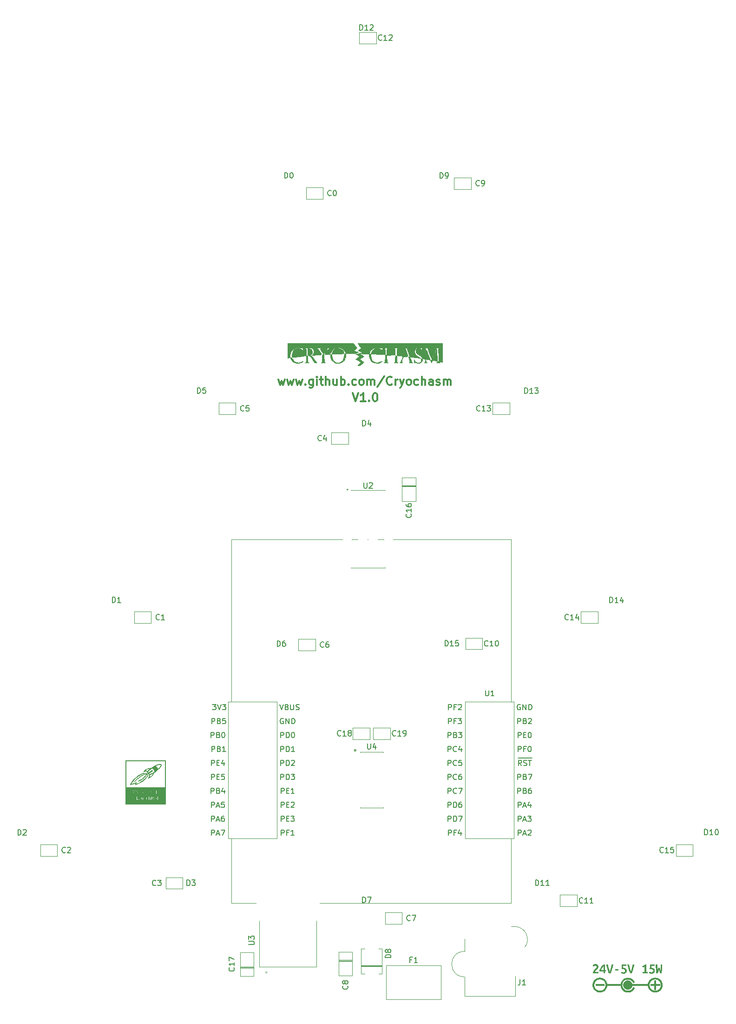
<source format=gto>
%TF.GenerationSoftware,KiCad,Pcbnew,no-vcs-found-ef6910f~59~ubuntu16.04.1*%
%TF.CreationDate,2017-08-09T10:10:15-06:00*%
%TF.ProjectId,Christmas_Tree_Disco,4368726973746D61735F547265655F44,V1.0*%
%TF.SameCoordinates,Original*%
%TF.FileFunction,Legend,Top*%
%TF.FilePolarity,Positive*%
%FSLAX46Y46*%
G04 Gerber Fmt 4.6, Leading zero omitted, Abs format (unit mm)*
G04 Created by KiCad (PCBNEW no-vcs-found-ef6910f~59~ubuntu16.04.1) date Wed Aug  9 10:10:15 2017*
%MOMM*%
%LPD*%
G01*
G04 APERTURE LIST*
%ADD10C,0.010000*%
%ADD11C,0.120000*%
%ADD12C,0.300000*%
%ADD13C,0.150000*%
%ADD14C,0.100000*%
%ADD15C,0.830000*%
%ADD16C,1.107000*%
%ADD17C,1.670000*%
%ADD18C,0.950000*%
%ADD19C,1.225000*%
%ADD20C,0.390000*%
%ADD21R,1.807000X2.352000*%
%ADD22R,11.522000X3.140000*%
%ADD23R,8.931200X6.950000*%
%ADD24C,1.666800*%
%ADD25C,2.000000*%
%ADD26C,2.600000*%
%ADD27C,5.100000*%
G04 APERTURE END LIST*
D10*
G36*
X103294550Y-94091497D02*
X103573416Y-94188577D01*
X103817069Y-94360557D01*
X103935504Y-94496177D01*
X104023398Y-94642825D01*
X104093562Y-94804786D01*
X104135846Y-94951791D01*
X104140103Y-95053569D01*
X104129364Y-95074368D01*
X104072136Y-95084900D01*
X103932429Y-95096305D01*
X103728506Y-95108008D01*
X103478628Y-95119430D01*
X103201055Y-95129996D01*
X102914048Y-95139128D01*
X102635870Y-95146249D01*
X102384781Y-95150782D01*
X102179043Y-95152151D01*
X102036916Y-95149778D01*
X101976662Y-95143086D01*
X101975960Y-95142406D01*
X101974384Y-95063829D01*
X102010276Y-94926590D01*
X102072185Y-94761077D01*
X102148661Y-94597676D01*
X102228253Y-94466774D01*
X102232860Y-94460640D01*
X102449626Y-94253887D01*
X102712359Y-94123728D01*
X103000766Y-94069739D01*
X103294550Y-94091497D01*
X103294550Y-94091497D01*
G37*
X103294550Y-94091497D02*
X103573416Y-94188577D01*
X103817069Y-94360557D01*
X103935504Y-94496177D01*
X104023398Y-94642825D01*
X104093562Y-94804786D01*
X104135846Y-94951791D01*
X104140103Y-95053569D01*
X104129364Y-95074368D01*
X104072136Y-95084900D01*
X103932429Y-95096305D01*
X103728506Y-95108008D01*
X103478628Y-95119430D01*
X103201055Y-95129996D01*
X102914048Y-95139128D01*
X102635870Y-95146249D01*
X102384781Y-95150782D01*
X102179043Y-95152151D01*
X102036916Y-95149778D01*
X101976662Y-95143086D01*
X101975960Y-95142406D01*
X101974384Y-95063829D01*
X102010276Y-94926590D01*
X102072185Y-94761077D01*
X102148661Y-94597676D01*
X102228253Y-94466774D01*
X102232860Y-94460640D01*
X102449626Y-94253887D01*
X102712359Y-94123728D01*
X103000766Y-94069739D01*
X103294550Y-94091497D01*
G36*
X97994923Y-94172063D02*
X98194067Y-94282927D01*
X98323203Y-94457203D01*
X98326601Y-94465142D01*
X98392535Y-94711765D01*
X98385646Y-94940652D01*
X98310330Y-95130687D01*
X98170985Y-95260757D01*
X98159682Y-95266701D01*
X98023968Y-95318818D01*
X97861936Y-95359207D01*
X97708280Y-95381885D01*
X97597694Y-95380868D01*
X97568417Y-95368683D01*
X97555436Y-95307632D01*
X97544832Y-95166240D01*
X97537716Y-94965758D01*
X97535200Y-94734333D01*
X97535200Y-94133200D01*
X97740922Y-94133200D01*
X97994923Y-94172063D01*
X97994923Y-94172063D01*
G37*
X97994923Y-94172063D02*
X98194067Y-94282927D01*
X98323203Y-94457203D01*
X98326601Y-94465142D01*
X98392535Y-94711765D01*
X98385646Y-94940652D01*
X98310330Y-95130687D01*
X98170985Y-95260757D01*
X98159682Y-95266701D01*
X98023968Y-95318818D01*
X97861936Y-95359207D01*
X97708280Y-95381885D01*
X97597694Y-95380868D01*
X97568417Y-95368683D01*
X97555436Y-95307632D01*
X97544832Y-95166240D01*
X97537716Y-94965758D01*
X97535200Y-94734333D01*
X97535200Y-94133200D01*
X97740922Y-94133200D01*
X97994923Y-94172063D01*
G36*
X119999494Y-96240801D02*
X120046941Y-96248895D01*
X120166149Y-96274271D01*
X120231348Y-96293173D01*
X120233620Y-96294551D01*
X120232720Y-96348183D01*
X120205432Y-96456545D01*
X120164437Y-96581033D01*
X120122416Y-96683042D01*
X120092564Y-96724000D01*
X120056662Y-96681057D01*
X120007063Y-96573991D01*
X119991825Y-96533500D01*
X119942008Y-96394932D01*
X119904969Y-96292978D01*
X119900061Y-96279698D01*
X119911441Y-96240524D01*
X119999494Y-96240801D01*
X119999494Y-96240801D01*
G37*
X119999494Y-96240801D02*
X120046941Y-96248895D01*
X120166149Y-96274271D01*
X120231348Y-96293173D01*
X120233620Y-96294551D01*
X120232720Y-96348183D01*
X120205432Y-96456545D01*
X120164437Y-96581033D01*
X120122416Y-96683042D01*
X120092564Y-96724000D01*
X120056662Y-96681057D01*
X120007063Y-96573991D01*
X119991825Y-96533500D01*
X119942008Y-96394932D01*
X119904969Y-96292978D01*
X119900061Y-96279698D01*
X119911441Y-96240524D01*
X119999494Y-96240801D01*
G36*
X121036586Y-94350734D02*
X121041700Y-94382734D01*
X121048151Y-94451635D01*
X121056587Y-94567325D01*
X121067658Y-94739689D01*
X121082015Y-94978615D01*
X121100306Y-95293988D01*
X121123182Y-95695695D01*
X121137349Y-95946292D01*
X121166566Y-96463984D01*
X121310039Y-96495496D01*
X121423862Y-96542162D01*
X121482030Y-96601324D01*
X121548502Y-96677354D01*
X121625973Y-96722000D01*
X121654448Y-96745119D01*
X121598130Y-96759864D01*
X121450683Y-96767165D01*
X121309600Y-96768359D01*
X121095639Y-96764308D01*
X120982834Y-96752141D01*
X120971062Y-96731844D01*
X120985033Y-96725030D01*
X121083013Y-96655371D01*
X121133684Y-96563508D01*
X121121254Y-96484055D01*
X121102491Y-96467584D01*
X121026546Y-96441956D01*
X120880118Y-96407664D01*
X120693123Y-96371621D01*
X120668971Y-96367437D01*
X120489276Y-96333254D01*
X120356475Y-96301428D01*
X120295151Y-96277999D01*
X120293600Y-96275183D01*
X120310901Y-96222327D01*
X120358328Y-96092331D01*
X120429165Y-95902742D01*
X120516694Y-95671105D01*
X120614201Y-95414966D01*
X120714968Y-95151870D01*
X120812280Y-94899364D01*
X120899420Y-94674994D01*
X120969672Y-94496304D01*
X121016320Y-94380841D01*
X121032157Y-94345750D01*
X121036586Y-94350734D01*
X121036586Y-94350734D01*
G37*
X121036586Y-94350734D02*
X121041700Y-94382734D01*
X121048151Y-94451635D01*
X121056587Y-94567325D01*
X121067658Y-94739689D01*
X121082015Y-94978615D01*
X121100306Y-95293988D01*
X121123182Y-95695695D01*
X121137349Y-95946292D01*
X121166566Y-96463984D01*
X121310039Y-96495496D01*
X121423862Y-96542162D01*
X121482030Y-96601324D01*
X121548502Y-96677354D01*
X121625973Y-96722000D01*
X121654448Y-96745119D01*
X121598130Y-96759864D01*
X121450683Y-96767165D01*
X121309600Y-96768359D01*
X121095639Y-96764308D01*
X120982834Y-96752141D01*
X120971062Y-96731844D01*
X120985033Y-96725030D01*
X121083013Y-96655371D01*
X121133684Y-96563508D01*
X121121254Y-96484055D01*
X121102491Y-96467584D01*
X121026546Y-96441956D01*
X120880118Y-96407664D01*
X120693123Y-96371621D01*
X120668971Y-96367437D01*
X120489276Y-96333254D01*
X120356475Y-96301428D01*
X120295151Y-96277999D01*
X120293600Y-96275183D01*
X120310901Y-96222327D01*
X120358328Y-96092331D01*
X120429165Y-95902742D01*
X120516694Y-95671105D01*
X120614201Y-95414966D01*
X120714968Y-95151870D01*
X120812280Y-94899364D01*
X120899420Y-94674994D01*
X120969672Y-94496304D01*
X121016320Y-94380841D01*
X121032157Y-94345750D01*
X121036586Y-94350734D01*
G36*
X119511417Y-95268341D02*
X119615781Y-95545780D01*
X119706237Y-95791513D01*
X119776992Y-95989366D01*
X119822252Y-96123168D01*
X119836400Y-96175496D01*
X119792364Y-96204393D01*
X119677557Y-96198711D01*
X119671300Y-96197615D01*
X119510314Y-96170035D01*
X119323325Y-96139793D01*
X119287403Y-96134206D01*
X119068607Y-96100488D01*
X119084203Y-96372909D01*
X119100847Y-96539703D01*
X119135432Y-96636698D01*
X119201395Y-96695596D01*
X119226800Y-96709316D01*
X119284871Y-96743230D01*
X119280859Y-96762098D01*
X119201829Y-96769782D01*
X119034852Y-96770148D01*
X119023600Y-96770040D01*
X118869282Y-96764770D01*
X118777779Y-96754027D01*
X118768125Y-96740097D01*
X118769600Y-96739545D01*
X118898105Y-96642506D01*
X118963628Y-96465820D01*
X118972800Y-96337523D01*
X118983624Y-96201516D01*
X119010779Y-96116888D01*
X119023333Y-96105933D01*
X119046072Y-96051437D01*
X119068944Y-95916715D01*
X119089047Y-95723096D01*
X119101685Y-95530200D01*
X119116180Y-95266820D01*
X119132766Y-95008401D01*
X119148984Y-94791583D01*
X119157970Y-94692198D01*
X119186434Y-94412996D01*
X119511417Y-95268341D01*
X119511417Y-95268341D01*
G37*
X119511417Y-95268341D02*
X119615781Y-95545780D01*
X119706237Y-95791513D01*
X119776992Y-95989366D01*
X119822252Y-96123168D01*
X119836400Y-96175496D01*
X119792364Y-96204393D01*
X119677557Y-96198711D01*
X119671300Y-96197615D01*
X119510314Y-96170035D01*
X119323325Y-96139793D01*
X119287403Y-96134206D01*
X119068607Y-96100488D01*
X119084203Y-96372909D01*
X119100847Y-96539703D01*
X119135432Y-96636698D01*
X119201395Y-96695596D01*
X119226800Y-96709316D01*
X119284871Y-96743230D01*
X119280859Y-96762098D01*
X119201829Y-96769782D01*
X119034852Y-96770148D01*
X119023600Y-96770040D01*
X118869282Y-96764770D01*
X118777779Y-96754027D01*
X118768125Y-96740097D01*
X118769600Y-96739545D01*
X118898105Y-96642506D01*
X118963628Y-96465820D01*
X118972800Y-96337523D01*
X118983624Y-96201516D01*
X119010779Y-96116888D01*
X119023333Y-96105933D01*
X119046072Y-96051437D01*
X119068944Y-95916715D01*
X119089047Y-95723096D01*
X119101685Y-95530200D01*
X119116180Y-95266820D01*
X119132766Y-95008401D01*
X119148984Y-94791583D01*
X119157970Y-94692198D01*
X119186434Y-94412996D01*
X119511417Y-95268341D01*
G36*
X116095597Y-95692776D02*
X116198580Y-95806559D01*
X116288953Y-96009131D01*
X116307038Y-96063600D01*
X116412614Y-96356897D01*
X116517011Y-96573641D01*
X116615305Y-96704736D01*
X116673137Y-96739596D01*
X116668009Y-96749859D01*
X116578550Y-96757590D01*
X116422019Y-96761660D01*
X116331200Y-96761989D01*
X116153221Y-96759235D01*
X116038136Y-96752716D01*
X116001499Y-96743594D01*
X116016806Y-96738541D01*
X116118734Y-96696055D01*
X116158983Y-96651566D01*
X116154912Y-96577710D01*
X116123601Y-96432457D01*
X116070864Y-96240483D01*
X116034249Y-96122106D01*
X115966719Y-95906480D01*
X115930254Y-95769508D01*
X115922510Y-95693896D01*
X115941144Y-95662348D01*
X115971262Y-95657200D01*
X116095597Y-95692776D01*
X116095597Y-95692776D01*
G37*
X116095597Y-95692776D02*
X116198580Y-95806559D01*
X116288953Y-96009131D01*
X116307038Y-96063600D01*
X116412614Y-96356897D01*
X116517011Y-96573641D01*
X116615305Y-96704736D01*
X116673137Y-96739596D01*
X116668009Y-96749859D01*
X116578550Y-96757590D01*
X116422019Y-96761660D01*
X116331200Y-96761989D01*
X116153221Y-96759235D01*
X116038136Y-96752716D01*
X116001499Y-96743594D01*
X116016806Y-96738541D01*
X116118734Y-96696055D01*
X116158983Y-96651566D01*
X116154912Y-96577710D01*
X116123601Y-96432457D01*
X116070864Y-96240483D01*
X116034249Y-96122106D01*
X115966719Y-95906480D01*
X115930254Y-95769508D01*
X115922510Y-95693896D01*
X115941144Y-95662348D01*
X115971262Y-95657200D01*
X116095597Y-95692776D01*
G36*
X98199260Y-95468444D02*
X98322898Y-95568632D01*
X98464045Y-95738650D01*
X98636038Y-95989312D01*
X98636417Y-95989893D01*
X98814616Y-96259129D01*
X98951368Y-96453801D01*
X99057056Y-96586729D01*
X99142062Y-96670737D01*
X99216769Y-96718645D01*
X99231824Y-96725200D01*
X99269662Y-96750597D01*
X99222078Y-96765263D01*
X99081285Y-96771444D01*
X99070875Y-96771579D01*
X98803150Y-96774800D01*
X98569379Y-96406500D01*
X98443330Y-96208040D01*
X98321438Y-96016336D01*
X98226542Y-95867306D01*
X98212770Y-95845716D01*
X98098756Y-95701086D01*
X97968546Y-95581561D01*
X97937310Y-95560418D01*
X97784687Y-95467602D01*
X97951163Y-95434307D01*
X98079794Y-95427273D01*
X98199260Y-95468444D01*
X98199260Y-95468444D01*
G37*
X98199260Y-95468444D02*
X98322898Y-95568632D01*
X98464045Y-95738650D01*
X98636038Y-95989312D01*
X98636417Y-95989893D01*
X98814616Y-96259129D01*
X98951368Y-96453801D01*
X99057056Y-96586729D01*
X99142062Y-96670737D01*
X99216769Y-96718645D01*
X99231824Y-96725200D01*
X99269662Y-96750597D01*
X99222078Y-96765263D01*
X99081285Y-96771444D01*
X99070875Y-96771579D01*
X98803150Y-96774800D01*
X98569379Y-96406500D01*
X98443330Y-96208040D01*
X98321438Y-96016336D01*
X98226542Y-95867306D01*
X98212770Y-95845716D01*
X98098756Y-95701086D01*
X97968546Y-95581561D01*
X97937310Y-95560418D01*
X97784687Y-95467602D01*
X97951163Y-95434307D01*
X98079794Y-95427273D01*
X98199260Y-95468444D01*
G36*
X97515191Y-95509059D02*
X97528496Y-95602968D01*
X97534222Y-95769667D01*
X97535200Y-95953257D01*
X97541521Y-96258459D01*
X97562930Y-96476203D01*
X97603088Y-96619986D01*
X97665659Y-96703305D01*
X97748362Y-96738590D01*
X97755523Y-96748736D01*
X97676661Y-96757173D01*
X97527353Y-96762650D01*
X97433600Y-96763871D01*
X97249809Y-96762311D01*
X97123117Y-96755681D01*
X97071654Y-96745219D01*
X97078000Y-96739545D01*
X97165239Y-96691577D01*
X97224207Y-96609733D01*
X97259868Y-96476640D01*
X97277188Y-96274924D01*
X97281200Y-96028490D01*
X97285409Y-95811703D01*
X97296780Y-95638666D01*
X97313427Y-95530555D01*
X97327845Y-95504800D01*
X97412978Y-95488043D01*
X97454845Y-95473964D01*
X97491558Y-95471528D01*
X97515191Y-95509059D01*
X97515191Y-95509059D01*
G37*
X97515191Y-95509059D02*
X97528496Y-95602968D01*
X97534222Y-95769667D01*
X97535200Y-95953257D01*
X97541521Y-96258459D01*
X97562930Y-96476203D01*
X97603088Y-96619986D01*
X97665659Y-96703305D01*
X97748362Y-96738590D01*
X97755523Y-96748736D01*
X97676661Y-96757173D01*
X97527353Y-96762650D01*
X97433600Y-96763871D01*
X97249809Y-96762311D01*
X97123117Y-96755681D01*
X97071654Y-96745219D01*
X97078000Y-96739545D01*
X97165239Y-96691577D01*
X97224207Y-96609733D01*
X97259868Y-96476640D01*
X97277188Y-96274924D01*
X97281200Y-96028490D01*
X97285409Y-95811703D01*
X97296780Y-95638666D01*
X97313427Y-95530555D01*
X97327845Y-95504800D01*
X97412978Y-95488043D01*
X97454845Y-95473964D01*
X97491558Y-95471528D01*
X97515191Y-95509059D01*
G36*
X118384445Y-95992835D02*
X118458358Y-96067163D01*
X118471885Y-96192544D01*
X118434136Y-96345920D01*
X118354223Y-96504230D01*
X118241254Y-96644416D01*
X118104343Y-96743419D01*
X118084319Y-96752456D01*
X117865475Y-96807107D01*
X117603946Y-96820135D01*
X117349565Y-96791897D01*
X117198596Y-96746120D01*
X117075084Y-96701842D01*
X117008281Y-96708558D01*
X116983474Y-96735408D01*
X116962418Y-96724504D01*
X116947926Y-96629625D01*
X116942693Y-96470000D01*
X116943031Y-96139800D01*
X117042013Y-96357891D01*
X117173731Y-96544376D01*
X117359899Y-96676054D01*
X117575704Y-96747292D01*
X117796333Y-96752457D01*
X117996974Y-96685917D01*
X118106760Y-96599597D01*
X118178640Y-96470911D01*
X118219008Y-96297813D01*
X118221345Y-96126831D01*
X118188325Y-96017532D01*
X118194381Y-95973150D01*
X118269634Y-95964077D01*
X118384445Y-95992835D01*
X118384445Y-95992835D01*
G37*
X118384445Y-95992835D02*
X118458358Y-96067163D01*
X118471885Y-96192544D01*
X118434136Y-96345920D01*
X118354223Y-96504230D01*
X118241254Y-96644416D01*
X118104343Y-96743419D01*
X118084319Y-96752456D01*
X117865475Y-96807107D01*
X117603946Y-96820135D01*
X117349565Y-96791897D01*
X117198596Y-96746120D01*
X117075084Y-96701842D01*
X117008281Y-96708558D01*
X116983474Y-96735408D01*
X116962418Y-96724504D01*
X116947926Y-96629625D01*
X116942693Y-96470000D01*
X116943031Y-96139800D01*
X117042013Y-96357891D01*
X117173731Y-96544376D01*
X117359899Y-96676054D01*
X117575704Y-96747292D01*
X117796333Y-96752457D01*
X117996974Y-96685917D01*
X118106760Y-96599597D01*
X118178640Y-96470911D01*
X118219008Y-96297813D01*
X118221345Y-96126831D01*
X118188325Y-96017532D01*
X118194381Y-95973150D01*
X118269634Y-95964077D01*
X118384445Y-95992835D01*
G36*
X104428356Y-95102546D02*
X104471766Y-95130517D01*
X104490388Y-95205606D01*
X104494718Y-95351108D01*
X104494800Y-95420486D01*
X104482223Y-95643178D01*
X104435392Y-95834821D01*
X104340658Y-96051034D01*
X104339452Y-96053450D01*
X104126848Y-96378319D01*
X103858199Y-96619578D01*
X103538904Y-96774528D01*
X103174365Y-96840472D01*
X102804309Y-96820310D01*
X102465063Y-96719664D01*
X102168174Y-96537750D01*
X101926700Y-96289608D01*
X101753696Y-95990275D01*
X101662222Y-95654791D01*
X101651115Y-95492100D01*
X101652721Y-95327834D01*
X101667597Y-95240705D01*
X101708411Y-95206252D01*
X101787834Y-95200014D01*
X101802400Y-95200000D01*
X101893834Y-95205910D01*
X101938636Y-95241432D01*
X101953418Y-95333247D01*
X101954800Y-95444779D01*
X101995784Y-95817241D01*
X102113996Y-96149857D01*
X102302325Y-96423501D01*
X102328890Y-96451058D01*
X102589158Y-96646133D01*
X102878790Y-96751428D01*
X103180259Y-96766283D01*
X103476040Y-96690037D01*
X103748607Y-96522030D01*
X103768061Y-96505328D01*
X103957821Y-96286362D01*
X104087098Y-96009987D01*
X104161384Y-95662686D01*
X104177107Y-95498308D01*
X104192045Y-95298932D01*
X104209051Y-95180086D01*
X104237112Y-95120937D01*
X104285218Y-95100650D01*
X104349658Y-95098400D01*
X104428356Y-95102546D01*
X104428356Y-95102546D01*
G37*
X104428356Y-95102546D02*
X104471766Y-95130517D01*
X104490388Y-95205606D01*
X104494718Y-95351108D01*
X104494800Y-95420486D01*
X104482223Y-95643178D01*
X104435392Y-95834821D01*
X104340658Y-96051034D01*
X104339452Y-96053450D01*
X104126848Y-96378319D01*
X103858199Y-96619578D01*
X103538904Y-96774528D01*
X103174365Y-96840472D01*
X102804309Y-96820310D01*
X102465063Y-96719664D01*
X102168174Y-96537750D01*
X101926700Y-96289608D01*
X101753696Y-95990275D01*
X101662222Y-95654791D01*
X101651115Y-95492100D01*
X101652721Y-95327834D01*
X101667597Y-95240705D01*
X101708411Y-95206252D01*
X101787834Y-95200014D01*
X101802400Y-95200000D01*
X101893834Y-95205910D01*
X101938636Y-95241432D01*
X101953418Y-95333247D01*
X101954800Y-95444779D01*
X101995784Y-95817241D01*
X102113996Y-96149857D01*
X102302325Y-96423501D01*
X102328890Y-96451058D01*
X102589158Y-96646133D01*
X102878790Y-96751428D01*
X103180259Y-96766283D01*
X103476040Y-96690037D01*
X103748607Y-96522030D01*
X103768061Y-96505328D01*
X103957821Y-96286362D01*
X104087098Y-96009987D01*
X104161384Y-95662686D01*
X104177107Y-95498308D01*
X104192045Y-95298932D01*
X104209051Y-95180086D01*
X104237112Y-95120937D01*
X104285218Y-95100650D01*
X104349658Y-95098400D01*
X104428356Y-95102546D01*
G36*
X106490464Y-94038824D02*
X106244995Y-94288041D01*
X106126137Y-94414335D01*
X106046086Y-94510385D01*
X106021342Y-94556305D01*
X106021862Y-94556937D01*
X106077769Y-94581349D01*
X106204190Y-94627283D01*
X106374892Y-94685247D01*
X106392692Y-94691111D01*
X106741184Y-94805605D01*
X106473475Y-94952002D01*
X106372361Y-95005687D01*
X106283278Y-95044324D01*
X106187305Y-95070388D01*
X106065522Y-95086354D01*
X105899011Y-95094695D01*
X105668850Y-95097885D01*
X105356120Y-95098399D01*
X105354007Y-95098400D01*
X104502247Y-95098400D01*
X104380007Y-94831390D01*
X104178034Y-94500101D01*
X103914229Y-94247558D01*
X103594644Y-94078061D01*
X103225331Y-93995908D01*
X103200894Y-93993785D01*
X102816822Y-94009007D01*
X102466226Y-94112246D01*
X102161425Y-94295377D01*
X101914738Y-94550277D01*
X101738485Y-94868822D01*
X101698482Y-94984501D01*
X101636720Y-95190645D01*
X101148060Y-95210364D01*
X100936534Y-95217461D01*
X100766664Y-95220448D01*
X100661558Y-95219064D01*
X100639290Y-95216098D01*
X100657495Y-95170964D01*
X100722060Y-95058776D01*
X100822624Y-94896775D01*
X100940325Y-94715087D01*
X101129518Y-94444489D01*
X101285898Y-94258129D01*
X101417166Y-94147073D01*
X101443034Y-94132075D01*
X101624600Y-94036090D01*
X101269000Y-94035389D01*
X101085391Y-94038680D01*
X100993560Y-94050692D01*
X100983915Y-94073262D01*
X101002300Y-94086469D01*
X101065774Y-94143741D01*
X101082329Y-94225183D01*
X101047995Y-94344830D01*
X100958805Y-94516715D01*
X100815275Y-94747943D01*
X100539350Y-95174600D01*
X100548575Y-95909641D01*
X100552689Y-96196461D01*
X100558536Y-96398471D01*
X100568975Y-96532459D01*
X100586867Y-96615209D01*
X100615073Y-96663505D01*
X100656453Y-96694134D01*
X100684800Y-96708992D01*
X100735406Y-96739909D01*
X100729727Y-96759063D01*
X100654895Y-96769168D01*
X100498038Y-96772941D01*
X100380000Y-96773302D01*
X100175469Y-96771751D01*
X100059631Y-96765282D01*
X100019602Y-96751171D01*
X100042497Y-96726695D01*
X100075200Y-96708862D01*
X100125828Y-96680192D01*
X100160818Y-96642926D01*
X100183058Y-96579749D01*
X100195437Y-96473343D01*
X100200843Y-96306391D01*
X100202166Y-96061576D01*
X100202200Y-95947549D01*
X100202731Y-95669800D01*
X100206056Y-95477818D01*
X100214772Y-95355770D01*
X100231476Y-95287823D01*
X100258765Y-95258145D01*
X100299237Y-95250903D01*
X100316500Y-95250738D01*
X100405830Y-95241725D01*
X100430800Y-95226825D01*
X100404592Y-95177238D01*
X100333568Y-95061269D01*
X100229125Y-94897168D01*
X100124421Y-94736261D01*
X100001994Y-94542638D01*
X99906338Y-94377518D01*
X99848274Y-94260512D01*
X99836332Y-94214136D01*
X99891618Y-94151360D01*
X99977611Y-94095848D01*
X100020805Y-94067487D01*
X100008709Y-94049159D01*
X99928943Y-94038887D01*
X99769128Y-94034692D01*
X99592600Y-94034337D01*
X99365600Y-94035790D01*
X99228039Y-94040474D01*
X99167756Y-94050890D01*
X99172591Y-94069542D01*
X99230386Y-94098931D01*
X99245825Y-94105706D01*
X99348532Y-94175752D01*
X99475620Y-94311073D01*
X99635178Y-94521090D01*
X99766942Y-94712246D01*
X99914012Y-94929012D01*
X100011825Y-95083177D01*
X100052327Y-95186281D01*
X100027467Y-95249867D01*
X99929193Y-95285475D01*
X99749453Y-95304647D01*
X99480196Y-95318924D01*
X99338600Y-95326230D01*
X99079107Y-95341654D01*
X98828321Y-95358832D01*
X98621173Y-95375265D01*
X98525800Y-95384435D01*
X98271800Y-95412259D01*
X98428248Y-95312138D01*
X98592793Y-95153648D01*
X98682329Y-94952890D01*
X98700887Y-94731432D01*
X98652497Y-94510845D01*
X98541188Y-94312699D01*
X98370990Y-94158565D01*
X98198487Y-94082361D01*
X98086154Y-94062508D01*
X97924624Y-94047971D01*
X97733968Y-94038744D01*
X97534255Y-94034820D01*
X97345557Y-94036193D01*
X97187942Y-94042854D01*
X97081481Y-94054798D01*
X97046243Y-94072017D01*
X97061979Y-94082754D01*
X97150055Y-94134336D01*
X97211701Y-94217163D01*
X97251192Y-94347510D01*
X97272803Y-94541653D01*
X97280811Y-94815869D01*
X97281200Y-94917260D01*
X97279751Y-95170569D01*
X97273708Y-95339118D01*
X97260526Y-95439726D01*
X97237660Y-95489211D01*
X97202566Y-95504392D01*
X97192300Y-95504800D01*
X97117421Y-95510346D01*
X96957531Y-95525870D01*
X96728549Y-95549699D01*
X96446395Y-95580161D01*
X96126988Y-95615585D01*
X95985800Y-95631513D01*
X95655508Y-95668532D01*
X95355795Y-95701314D01*
X95102581Y-95728181D01*
X94911784Y-95747460D01*
X94799324Y-95757473D01*
X94779300Y-95758512D01*
X94731780Y-95744862D01*
X94704716Y-95689473D01*
X94692736Y-95571265D01*
X94690400Y-95409586D01*
X94727815Y-95024635D01*
X94834715Y-94693214D01*
X95003081Y-94423285D01*
X95224896Y-94222812D01*
X95492142Y-94099757D01*
X95796800Y-94062085D01*
X96020078Y-94089049D01*
X96306464Y-94193854D01*
X96528043Y-94374557D01*
X96626339Y-94509694D01*
X96722020Y-94666600D01*
X96722210Y-94379835D01*
X96722400Y-94093071D01*
X96506500Y-94063163D01*
X96137287Y-94017369D01*
X95848139Y-93994989D01*
X95620295Y-93995854D01*
X95434995Y-94019797D01*
X95313703Y-94052448D01*
X94994576Y-94210764D01*
X94719476Y-94454276D01*
X94513247Y-94749972D01*
X94431042Y-94918012D01*
X94385301Y-95070916D01*
X94365833Y-95252833D01*
X94362465Y-95403200D01*
X94360200Y-95784200D01*
X94524314Y-95800045D01*
X94630329Y-95823420D01*
X94704705Y-95885650D01*
X94775197Y-96012857D01*
X94793495Y-96053412D01*
X94879042Y-96220050D01*
X94973407Y-96365781D01*
X95010381Y-96410810D01*
X95242364Y-96588855D01*
X95524444Y-96694496D01*
X95834067Y-96726351D01*
X96148674Y-96683036D01*
X96445711Y-96563169D01*
X96538962Y-96504541D01*
X96634505Y-96449358D01*
X96665580Y-96459493D01*
X96663241Y-96469676D01*
X96597425Y-96545671D01*
X96462558Y-96634364D01*
X96287575Y-96721606D01*
X96101414Y-96793249D01*
X95933012Y-96835147D01*
X95909600Y-96838150D01*
X95712302Y-96844380D01*
X95514185Y-96829004D01*
X95477800Y-96822845D01*
X95307517Y-96783012D01*
X95155136Y-96736993D01*
X95137555Y-96730494D01*
X94958452Y-96627009D01*
X94766959Y-96462196D01*
X94593893Y-96266684D01*
X94470072Y-96071101D01*
X94466528Y-96063600D01*
X94399473Y-95928424D01*
X94341263Y-95864614D01*
X94258193Y-95851273D01*
X94144300Y-95863815D01*
X93928400Y-95892630D01*
X93928400Y-93168000D01*
X105845496Y-93168000D01*
X106490464Y-94038824D01*
X106490464Y-94038824D01*
G37*
X106490464Y-94038824D02*
X106244995Y-94288041D01*
X106126137Y-94414335D01*
X106046086Y-94510385D01*
X106021342Y-94556305D01*
X106021862Y-94556937D01*
X106077769Y-94581349D01*
X106204190Y-94627283D01*
X106374892Y-94685247D01*
X106392692Y-94691111D01*
X106741184Y-94805605D01*
X106473475Y-94952002D01*
X106372361Y-95005687D01*
X106283278Y-95044324D01*
X106187305Y-95070388D01*
X106065522Y-95086354D01*
X105899011Y-95094695D01*
X105668850Y-95097885D01*
X105356120Y-95098399D01*
X105354007Y-95098400D01*
X104502247Y-95098400D01*
X104380007Y-94831390D01*
X104178034Y-94500101D01*
X103914229Y-94247558D01*
X103594644Y-94078061D01*
X103225331Y-93995908D01*
X103200894Y-93993785D01*
X102816822Y-94009007D01*
X102466226Y-94112246D01*
X102161425Y-94295377D01*
X101914738Y-94550277D01*
X101738485Y-94868822D01*
X101698482Y-94984501D01*
X101636720Y-95190645D01*
X101148060Y-95210364D01*
X100936534Y-95217461D01*
X100766664Y-95220448D01*
X100661558Y-95219064D01*
X100639290Y-95216098D01*
X100657495Y-95170964D01*
X100722060Y-95058776D01*
X100822624Y-94896775D01*
X100940325Y-94715087D01*
X101129518Y-94444489D01*
X101285898Y-94258129D01*
X101417166Y-94147073D01*
X101443034Y-94132075D01*
X101624600Y-94036090D01*
X101269000Y-94035389D01*
X101085391Y-94038680D01*
X100993560Y-94050692D01*
X100983915Y-94073262D01*
X101002300Y-94086469D01*
X101065774Y-94143741D01*
X101082329Y-94225183D01*
X101047995Y-94344830D01*
X100958805Y-94516715D01*
X100815275Y-94747943D01*
X100539350Y-95174600D01*
X100548575Y-95909641D01*
X100552689Y-96196461D01*
X100558536Y-96398471D01*
X100568975Y-96532459D01*
X100586867Y-96615209D01*
X100615073Y-96663505D01*
X100656453Y-96694134D01*
X100684800Y-96708992D01*
X100735406Y-96739909D01*
X100729727Y-96759063D01*
X100654895Y-96769168D01*
X100498038Y-96772941D01*
X100380000Y-96773302D01*
X100175469Y-96771751D01*
X100059631Y-96765282D01*
X100019602Y-96751171D01*
X100042497Y-96726695D01*
X100075200Y-96708862D01*
X100125828Y-96680192D01*
X100160818Y-96642926D01*
X100183058Y-96579749D01*
X100195437Y-96473343D01*
X100200843Y-96306391D01*
X100202166Y-96061576D01*
X100202200Y-95947549D01*
X100202731Y-95669800D01*
X100206056Y-95477818D01*
X100214772Y-95355770D01*
X100231476Y-95287823D01*
X100258765Y-95258145D01*
X100299237Y-95250903D01*
X100316500Y-95250738D01*
X100405830Y-95241725D01*
X100430800Y-95226825D01*
X100404592Y-95177238D01*
X100333568Y-95061269D01*
X100229125Y-94897168D01*
X100124421Y-94736261D01*
X100001994Y-94542638D01*
X99906338Y-94377518D01*
X99848274Y-94260512D01*
X99836332Y-94214136D01*
X99891618Y-94151360D01*
X99977611Y-94095848D01*
X100020805Y-94067487D01*
X100008709Y-94049159D01*
X99928943Y-94038887D01*
X99769128Y-94034692D01*
X99592600Y-94034337D01*
X99365600Y-94035790D01*
X99228039Y-94040474D01*
X99167756Y-94050890D01*
X99172591Y-94069542D01*
X99230386Y-94098931D01*
X99245825Y-94105706D01*
X99348532Y-94175752D01*
X99475620Y-94311073D01*
X99635178Y-94521090D01*
X99766942Y-94712246D01*
X99914012Y-94929012D01*
X100011825Y-95083177D01*
X100052327Y-95186281D01*
X100027467Y-95249867D01*
X99929193Y-95285475D01*
X99749453Y-95304647D01*
X99480196Y-95318924D01*
X99338600Y-95326230D01*
X99079107Y-95341654D01*
X98828321Y-95358832D01*
X98621173Y-95375265D01*
X98525800Y-95384435D01*
X98271800Y-95412259D01*
X98428248Y-95312138D01*
X98592793Y-95153648D01*
X98682329Y-94952890D01*
X98700887Y-94731432D01*
X98652497Y-94510845D01*
X98541188Y-94312699D01*
X98370990Y-94158565D01*
X98198487Y-94082361D01*
X98086154Y-94062508D01*
X97924624Y-94047971D01*
X97733968Y-94038744D01*
X97534255Y-94034820D01*
X97345557Y-94036193D01*
X97187942Y-94042854D01*
X97081481Y-94054798D01*
X97046243Y-94072017D01*
X97061979Y-94082754D01*
X97150055Y-94134336D01*
X97211701Y-94217163D01*
X97251192Y-94347510D01*
X97272803Y-94541653D01*
X97280811Y-94815869D01*
X97281200Y-94917260D01*
X97279751Y-95170569D01*
X97273708Y-95339118D01*
X97260526Y-95439726D01*
X97237660Y-95489211D01*
X97202566Y-95504392D01*
X97192300Y-95504800D01*
X97117421Y-95510346D01*
X96957531Y-95525870D01*
X96728549Y-95549699D01*
X96446395Y-95580161D01*
X96126988Y-95615585D01*
X95985800Y-95631513D01*
X95655508Y-95668532D01*
X95355795Y-95701314D01*
X95102581Y-95728181D01*
X94911784Y-95747460D01*
X94799324Y-95757473D01*
X94779300Y-95758512D01*
X94731780Y-95744862D01*
X94704716Y-95689473D01*
X94692736Y-95571265D01*
X94690400Y-95409586D01*
X94727815Y-95024635D01*
X94834715Y-94693214D01*
X95003081Y-94423285D01*
X95224896Y-94222812D01*
X95492142Y-94099757D01*
X95796800Y-94062085D01*
X96020078Y-94089049D01*
X96306464Y-94193854D01*
X96528043Y-94374557D01*
X96626339Y-94509694D01*
X96722020Y-94666600D01*
X96722210Y-94379835D01*
X96722400Y-94093071D01*
X96506500Y-94063163D01*
X96137287Y-94017369D01*
X95848139Y-93994989D01*
X95620295Y-93995854D01*
X95434995Y-94019797D01*
X95313703Y-94052448D01*
X94994576Y-94210764D01*
X94719476Y-94454276D01*
X94513247Y-94749972D01*
X94431042Y-94918012D01*
X94385301Y-95070916D01*
X94365833Y-95252833D01*
X94362465Y-95403200D01*
X94360200Y-95784200D01*
X94524314Y-95800045D01*
X94630329Y-95823420D01*
X94704705Y-95885650D01*
X94775197Y-96012857D01*
X94793495Y-96053412D01*
X94879042Y-96220050D01*
X94973407Y-96365781D01*
X95010381Y-96410810D01*
X95242364Y-96588855D01*
X95524444Y-96694496D01*
X95834067Y-96726351D01*
X96148674Y-96683036D01*
X96445711Y-96563169D01*
X96538962Y-96504541D01*
X96634505Y-96449358D01*
X96665580Y-96459493D01*
X96663241Y-96469676D01*
X96597425Y-96545671D01*
X96462558Y-96634364D01*
X96287575Y-96721606D01*
X96101414Y-96793249D01*
X95933012Y-96835147D01*
X95909600Y-96838150D01*
X95712302Y-96844380D01*
X95514185Y-96829004D01*
X95477800Y-96822845D01*
X95307517Y-96783012D01*
X95155136Y-96736993D01*
X95137555Y-96730494D01*
X94958452Y-96627009D01*
X94766959Y-96462196D01*
X94593893Y-96266684D01*
X94470072Y-96071101D01*
X94466528Y-96063600D01*
X94399473Y-95928424D01*
X94341263Y-95864614D01*
X94258193Y-95851273D01*
X94144300Y-95863815D01*
X93928400Y-95892630D01*
X93928400Y-93168000D01*
X105845496Y-93168000D01*
X106490464Y-94038824D01*
G36*
X113791228Y-95439529D02*
X113791200Y-95461271D01*
X113788366Y-95460940D01*
X113787847Y-95439176D01*
X113791228Y-95439529D01*
X113791228Y-95439529D01*
G37*
X113791228Y-95439529D02*
X113791200Y-95461271D01*
X113788366Y-95460940D01*
X113787847Y-95439176D01*
X113791228Y-95439529D01*
G36*
X113651500Y-95444935D02*
X113788366Y-95460940D01*
X113802223Y-96042086D01*
X113809244Y-96298166D01*
X113818491Y-96471561D01*
X113833970Y-96581173D01*
X113859688Y-96645902D01*
X113899650Y-96684648D01*
X113943600Y-96709149D01*
X113994138Y-96739991D01*
X113988277Y-96759101D01*
X113913164Y-96769184D01*
X113755945Y-96772946D01*
X113638800Y-96773302D01*
X113434310Y-96771737D01*
X113318549Y-96765241D01*
X113278669Y-96751113D01*
X113301825Y-96726651D01*
X113334000Y-96709208D01*
X113387875Y-96677306D01*
X113424888Y-96633393D01*
X113449298Y-96558673D01*
X113465368Y-96434348D01*
X113477356Y-96241623D01*
X113486400Y-96036857D01*
X113511800Y-95428600D01*
X113651500Y-95444935D01*
X113651500Y-95444935D01*
G37*
X113651500Y-95444935D02*
X113788366Y-95460940D01*
X113802223Y-96042086D01*
X113809244Y-96298166D01*
X113818491Y-96471561D01*
X113833970Y-96581173D01*
X113859688Y-96645902D01*
X113899650Y-96684648D01*
X113943600Y-96709149D01*
X113994138Y-96739991D01*
X113988277Y-96759101D01*
X113913164Y-96769184D01*
X113755945Y-96772946D01*
X113638800Y-96773302D01*
X113434310Y-96771737D01*
X113318549Y-96765241D01*
X113278669Y-96751113D01*
X113301825Y-96726651D01*
X113334000Y-96709208D01*
X113387875Y-96677306D01*
X113424888Y-96633393D01*
X113449298Y-96558673D01*
X113465368Y-96434348D01*
X113477356Y-96241623D01*
X113486400Y-96036857D01*
X113511800Y-95428600D01*
X113651500Y-95444935D01*
G36*
X122122400Y-96660605D02*
X121810929Y-96595608D01*
X121641338Y-96552005D01*
X121513367Y-96503943D01*
X121460714Y-96467920D01*
X121446208Y-96397588D01*
X121431392Y-96244640D01*
X121416879Y-96027470D01*
X121403277Y-95764474D01*
X121391198Y-95474045D01*
X121381252Y-95174578D01*
X121374050Y-94884468D01*
X121370201Y-94622108D01*
X121370318Y-94405894D01*
X121375009Y-94254220D01*
X121384886Y-94185480D01*
X121384959Y-94185360D01*
X121458558Y-94119328D01*
X121530698Y-94080511D01*
X121565130Y-94055764D01*
X121511834Y-94044390D01*
X121364500Y-94045226D01*
X121343409Y-94045971D01*
X121047018Y-94057000D01*
X120635971Y-95136500D01*
X120517085Y-95445503D01*
X120409131Y-95719995D01*
X120317560Y-95946606D01*
X120247825Y-96111969D01*
X120205376Y-96202714D01*
X120195762Y-96215985D01*
X120170315Y-96170577D01*
X120114979Y-96043295D01*
X120035157Y-95847536D01*
X119936258Y-95596697D01*
X119823685Y-95304175D01*
X119760200Y-95136485D01*
X119353800Y-94057000D01*
X119023600Y-94049832D01*
X118874925Y-94049272D01*
X118794555Y-94054546D01*
X118798547Y-94064525D01*
X118802394Y-94065370D01*
X118922810Y-94120875D01*
X118997665Y-94183409D01*
X119028571Y-94226906D01*
X119049807Y-94288089D01*
X119062132Y-94382315D01*
X119066304Y-94524941D01*
X119063083Y-94731326D01*
X119053227Y-95016827D01*
X119046764Y-95176786D01*
X119009588Y-96074830D01*
X118750815Y-96040503D01*
X118604577Y-96019475D01*
X118510330Y-96002799D01*
X118491121Y-95996787D01*
X118470301Y-95950126D01*
X118420695Y-95848685D01*
X118413854Y-95835000D01*
X118326618Y-95726298D01*
X118161285Y-95582810D01*
X117930582Y-95415286D01*
X117865569Y-95371821D01*
X117666574Y-95236578D01*
X117494714Y-95112037D01*
X117371017Y-95013894D01*
X117321230Y-94965421D01*
X117277369Y-94858312D01*
X117250732Y-94698954D01*
X117247215Y-94624592D01*
X117284988Y-94394396D01*
X117389373Y-94223641D01*
X117541859Y-94116305D01*
X117723935Y-94076363D01*
X117917089Y-94107790D01*
X118102809Y-94214563D01*
X118262584Y-94400657D01*
X118265762Y-94405829D01*
X118362820Y-94565000D01*
X118363010Y-94266679D01*
X118358681Y-94100695D01*
X118342810Y-94021070D01*
X118311481Y-94012849D01*
X118298865Y-94021752D01*
X118200613Y-94049753D01*
X118024029Y-94030064D01*
X117998533Y-94024811D01*
X117699071Y-94005296D01*
X117433202Y-94081664D01*
X117200898Y-94253925D01*
X117197331Y-94257588D01*
X117085595Y-94393319D01*
X117027957Y-94532981D01*
X117004089Y-94703069D01*
X117007171Y-94901214D01*
X117058897Y-95071152D01*
X117170635Y-95228401D01*
X117353748Y-95388477D01*
X117619602Y-95566897D01*
X117650913Y-95586185D01*
X117834746Y-95702365D01*
X117982646Y-95802650D01*
X118075010Y-95873365D01*
X118095828Y-95896485D01*
X118052483Y-95901823D01*
X117927138Y-95895866D01*
X117738512Y-95880690D01*
X117505320Y-95858372D01*
X117246279Y-95830992D01*
X116980107Y-95800626D01*
X116725521Y-95769352D01*
X116501236Y-95739247D01*
X116325971Y-95712391D01*
X116218441Y-95690859D01*
X116204200Y-95686503D01*
X116171843Y-95634589D01*
X116114148Y-95502315D01*
X116037479Y-95305845D01*
X115948206Y-95061344D01*
X115874663Y-94849876D01*
X115770100Y-94547136D01*
X115690103Y-94328263D01*
X115628556Y-94180269D01*
X115579342Y-94090166D01*
X115536346Y-94044964D01*
X115493450Y-94031674D01*
X115489354Y-94031600D01*
X115444527Y-94042748D01*
X115401493Y-94085367D01*
X115353803Y-94173217D01*
X115295006Y-94320057D01*
X115218653Y-94539648D01*
X115141940Y-94772816D01*
X115060526Y-95030386D01*
X114994552Y-95252756D01*
X114948802Y-95422663D01*
X114928056Y-95522841D01*
X114928928Y-95541861D01*
X114949200Y-95542974D01*
X114976748Y-95502177D01*
X115016088Y-95407682D01*
X115071734Y-95247702D01*
X115148202Y-95010451D01*
X115218267Y-94786514D01*
X115380270Y-94265059D01*
X115569522Y-94796029D01*
X115672576Y-95083238D01*
X115744424Y-95287846D01*
X115785355Y-95423847D01*
X115795658Y-95505235D01*
X115775621Y-95546004D01*
X115725533Y-95560150D01*
X115645683Y-95561666D01*
X115585323Y-95562287D01*
X115443952Y-95567167D01*
X115397109Y-95574465D01*
X115437746Y-95588827D01*
X115518400Y-95606399D01*
X115591582Y-95625617D01*
X115586010Y-95638215D01*
X115493816Y-95646033D01*
X115329687Y-95650512D01*
X115151940Y-95655241D01*
X115030449Y-95672989D01*
X114948036Y-95720682D01*
X114887526Y-95815245D01*
X114831744Y-95973602D01*
X114765171Y-96206779D01*
X114707165Y-96437459D01*
X114688437Y-96590769D01*
X114710044Y-96683476D01*
X114773044Y-96732348D01*
X114798825Y-96740615D01*
X114799106Y-96753076D01*
X114716134Y-96763409D01*
X114584449Y-96768907D01*
X114285498Y-96774799D01*
X114415336Y-96672668D01*
X114503937Y-96566955D01*
X114597086Y-96381538D01*
X114699759Y-96106382D01*
X114707741Y-96082570D01*
X114784863Y-95840275D01*
X114822429Y-95677344D01*
X114816786Y-95578097D01*
X114764284Y-95526855D01*
X114661269Y-95507937D01*
X114573351Y-95505577D01*
X114435770Y-95499779D01*
X114245859Y-95485632D01*
X114101775Y-95471988D01*
X113791228Y-95439529D01*
X113791977Y-94860735D01*
X113793983Y-94586896D01*
X113802044Y-94395897D01*
X113820479Y-94268997D01*
X113853607Y-94187450D01*
X113905744Y-94132513D01*
X113969000Y-94092303D01*
X114000772Y-94064264D01*
X113968142Y-94046781D01*
X113859105Y-94037775D01*
X113661653Y-94035169D01*
X113638800Y-94035178D01*
X113432690Y-94036441D01*
X113314957Y-94041956D01*
X113272377Y-94055174D01*
X113291730Y-94079549D01*
X113346700Y-94111456D01*
X113407775Y-94147689D01*
X113447810Y-94190521D01*
X113471247Y-94260084D01*
X113482532Y-94376512D01*
X113486106Y-94559936D01*
X113486400Y-94744422D01*
X113486400Y-95301600D01*
X112914900Y-95309229D01*
X112679073Y-95313997D01*
X112539635Y-95321107D01*
X112491389Y-95331212D01*
X112529140Y-95344968D01*
X112572000Y-95352400D01*
X112669121Y-95369581D01*
X112690473Y-95381055D01*
X112628527Y-95388514D01*
X112475755Y-95393649D01*
X112379936Y-95395570D01*
X111959272Y-95403200D01*
X111973536Y-96024092D01*
X111980365Y-96284520D01*
X111989247Y-96461930D01*
X112004012Y-96574888D01*
X112028487Y-96641959D01*
X112066500Y-96681711D01*
X112114800Y-96709143D01*
X112165340Y-96739988D01*
X112159487Y-96759099D01*
X112084384Y-96769183D01*
X111927179Y-96772945D01*
X111810000Y-96773302D01*
X111605501Y-96771740D01*
X111489722Y-96765250D01*
X111449808Y-96751126D01*
X111472902Y-96726661D01*
X111505200Y-96709128D01*
X111556145Y-96679906D01*
X111591651Y-96641004D01*
X111614981Y-96574990D01*
X111629396Y-96464433D01*
X111638160Y-96291900D01*
X111644535Y-96039960D01*
X111646284Y-95955338D01*
X111660369Y-95265720D01*
X110960484Y-95232297D01*
X110630369Y-95216231D01*
X110266685Y-95198044D01*
X109916339Y-95180106D01*
X109656530Y-95166421D01*
X109052461Y-95133968D01*
X109077291Y-95520880D01*
X109137476Y-95906670D01*
X109264874Y-96218649D01*
X109461386Y-96460836D01*
X109559140Y-96538628D01*
X109819393Y-96664362D01*
X110121788Y-96720105D01*
X110434766Y-96705801D01*
X110726767Y-96621390D01*
X110872943Y-96541058D01*
X111008471Y-96459396D01*
X111074957Y-96438698D01*
X111065523Y-96473867D01*
X110973294Y-96559805D01*
X110936811Y-96588384D01*
X110724356Y-96725204D01*
X110506808Y-96803711D01*
X110245163Y-96836046D01*
X110132414Y-96838722D01*
X109754354Y-96795831D01*
X109421585Y-96669109D01*
X109143988Y-96468028D01*
X108931440Y-96202056D01*
X108793822Y-95880664D01*
X108741012Y-95513324D01*
X108740878Y-95504800D01*
X108736600Y-95174600D01*
X108900169Y-95158795D01*
X109017274Y-95131431D01*
X109081389Y-95057523D01*
X109112626Y-94965932D01*
X109246722Y-94636622D01*
X109441103Y-94375991D01*
X109683431Y-94190229D01*
X109961364Y-94085522D01*
X110262562Y-94068060D01*
X110574685Y-94144032D01*
X110668267Y-94185800D01*
X110887247Y-94329309D01*
X111003528Y-94476207D01*
X111086056Y-94641415D01*
X111117828Y-94482557D01*
X111141337Y-94321123D01*
X111149600Y-94190350D01*
X111139625Y-94105961D01*
X111091036Y-94065643D01*
X111064219Y-94062261D01*
X111448153Y-94062261D01*
X111474543Y-94089250D01*
X111479800Y-94092303D01*
X111557735Y-94144081D01*
X111608651Y-94207677D01*
X111638284Y-94304295D01*
X111652364Y-94455141D01*
X111656626Y-94681418D01*
X111656822Y-94747033D01*
X111660485Y-94960210D01*
X111669690Y-95133585D01*
X111682836Y-95243108D01*
X111691466Y-95267733D01*
X111764156Y-95294463D01*
X111843866Y-95301600D01*
X111895684Y-95297962D01*
X111929655Y-95275243D01*
X111949546Y-95215737D01*
X111959124Y-95101735D01*
X111962155Y-94915532D01*
X111962400Y-94744422D01*
X111963177Y-94500409D01*
X111968470Y-94337863D01*
X111982724Y-94236651D01*
X112010380Y-94176641D01*
X112055884Y-94137700D01*
X112102100Y-94111456D01*
X112163540Y-94074941D01*
X112174238Y-94052505D01*
X112120972Y-94040694D01*
X111990522Y-94036057D01*
X111810000Y-94035178D01*
X111603876Y-94037303D01*
X111487262Y-94045638D01*
X111448153Y-94062261D01*
X111064219Y-94062261D01*
X110975835Y-94051115D01*
X110933700Y-94049383D01*
X110773620Y-94040627D01*
X110558019Y-94024851D01*
X110332447Y-94005402D01*
X110323604Y-94004571D01*
X109993119Y-93996248D01*
X109717471Y-94046620D01*
X109463141Y-94164217D01*
X109321594Y-94259613D01*
X109168351Y-94399586D01*
X109014428Y-94583678D01*
X108883703Y-94778953D01*
X108800058Y-94952475D01*
X108787531Y-94996200D01*
X108756265Y-95138553D01*
X107920932Y-95110960D01*
X107642587Y-95103313D01*
X107403552Y-95099700D01*
X107220580Y-95100132D01*
X107110423Y-95104624D01*
X107085600Y-95110317D01*
X107125063Y-95148765D01*
X107229644Y-95226392D01*
X107378630Y-95328012D01*
X107415800Y-95352400D01*
X107571691Y-95456236D01*
X107687917Y-95537974D01*
X107743838Y-95582977D01*
X107746000Y-95586562D01*
X107706749Y-95621326D01*
X107602125Y-95697494D01*
X107451822Y-95800918D01*
X107390400Y-95842048D01*
X107228517Y-95951628D01*
X107105212Y-96038780D01*
X107040165Y-96089445D01*
X107034800Y-96096048D01*
X107074034Y-96130123D01*
X107178619Y-96205750D01*
X107328870Y-96308869D01*
X107390400Y-96350048D01*
X107552524Y-96461083D01*
X107675911Y-96551735D01*
X107740780Y-96607229D01*
X107746000Y-96615680D01*
X107712710Y-96662839D01*
X107624215Y-96762461D01*
X107497575Y-96895590D01*
X107455490Y-96938426D01*
X107307017Y-97084583D01*
X107200356Y-97171938D01*
X107107561Y-97215560D01*
X107000688Y-97230514D01*
X106910980Y-97232000D01*
X106656980Y-97232000D01*
X106957285Y-96928528D01*
X107091191Y-96788425D01*
X107188625Y-96677204D01*
X107234337Y-96612669D01*
X107235095Y-96604194D01*
X107182946Y-96574119D01*
X107059955Y-96509433D01*
X106886319Y-96420628D01*
X106742700Y-96348356D01*
X106548156Y-96249499D01*
X106392882Y-96167602D01*
X106295885Y-96112874D01*
X106272800Y-96095943D01*
X106312033Y-96061916D01*
X106416615Y-95986328D01*
X106566863Y-95883230D01*
X106628400Y-95842048D01*
X106790313Y-95732282D01*
X106913629Y-95644684D01*
X106978653Y-95593403D01*
X106984000Y-95586562D01*
X106944561Y-95552053D01*
X106839787Y-95477241D01*
X106689996Y-95376475D01*
X106642911Y-95345666D01*
X106301823Y-95123800D01*
X106638871Y-95108871D01*
X106895884Y-95080882D01*
X107111325Y-95013146D01*
X107239551Y-94949773D01*
X107503184Y-94805605D01*
X107154692Y-94691111D01*
X106981112Y-94632490D01*
X106849287Y-94584985D01*
X106785452Y-94558089D01*
X106783862Y-94556937D01*
X106805379Y-94514105D01*
X106883063Y-94420085D01*
X107000435Y-94294720D01*
X107007925Y-94287096D01*
X107254325Y-94036935D01*
X106976439Y-93665967D01*
X106848816Y-93494264D01*
X106742772Y-93349138D01*
X106674505Y-93252864D01*
X106660478Y-93231500D01*
X106673040Y-93222714D01*
X106724445Y-93214726D01*
X106818734Y-93207502D01*
X106959944Y-93201010D01*
X107152116Y-93195216D01*
X107399289Y-93190087D01*
X107705502Y-93185589D01*
X108074794Y-93181690D01*
X108511204Y-93178355D01*
X109018772Y-93175553D01*
X109601536Y-93173249D01*
X110263537Y-93171410D01*
X111008812Y-93170003D01*
X111841403Y-93168994D01*
X112765346Y-93168351D01*
X113784683Y-93168041D01*
X114372401Y-93168000D01*
X122122400Y-93168000D01*
X122122400Y-96660605D01*
X122122400Y-96660605D01*
G37*
X122122400Y-96660605D02*
X121810929Y-96595608D01*
X121641338Y-96552005D01*
X121513367Y-96503943D01*
X121460714Y-96467920D01*
X121446208Y-96397588D01*
X121431392Y-96244640D01*
X121416879Y-96027470D01*
X121403277Y-95764474D01*
X121391198Y-95474045D01*
X121381252Y-95174578D01*
X121374050Y-94884468D01*
X121370201Y-94622108D01*
X121370318Y-94405894D01*
X121375009Y-94254220D01*
X121384886Y-94185480D01*
X121384959Y-94185360D01*
X121458558Y-94119328D01*
X121530698Y-94080511D01*
X121565130Y-94055764D01*
X121511834Y-94044390D01*
X121364500Y-94045226D01*
X121343409Y-94045971D01*
X121047018Y-94057000D01*
X120635971Y-95136500D01*
X120517085Y-95445503D01*
X120409131Y-95719995D01*
X120317560Y-95946606D01*
X120247825Y-96111969D01*
X120205376Y-96202714D01*
X120195762Y-96215985D01*
X120170315Y-96170577D01*
X120114979Y-96043295D01*
X120035157Y-95847536D01*
X119936258Y-95596697D01*
X119823685Y-95304175D01*
X119760200Y-95136485D01*
X119353800Y-94057000D01*
X119023600Y-94049832D01*
X118874925Y-94049272D01*
X118794555Y-94054546D01*
X118798547Y-94064525D01*
X118802394Y-94065370D01*
X118922810Y-94120875D01*
X118997665Y-94183409D01*
X119028571Y-94226906D01*
X119049807Y-94288089D01*
X119062132Y-94382315D01*
X119066304Y-94524941D01*
X119063083Y-94731326D01*
X119053227Y-95016827D01*
X119046764Y-95176786D01*
X119009588Y-96074830D01*
X118750815Y-96040503D01*
X118604577Y-96019475D01*
X118510330Y-96002799D01*
X118491121Y-95996787D01*
X118470301Y-95950126D01*
X118420695Y-95848685D01*
X118413854Y-95835000D01*
X118326618Y-95726298D01*
X118161285Y-95582810D01*
X117930582Y-95415286D01*
X117865569Y-95371821D01*
X117666574Y-95236578D01*
X117494714Y-95112037D01*
X117371017Y-95013894D01*
X117321230Y-94965421D01*
X117277369Y-94858312D01*
X117250732Y-94698954D01*
X117247215Y-94624592D01*
X117284988Y-94394396D01*
X117389373Y-94223641D01*
X117541859Y-94116305D01*
X117723935Y-94076363D01*
X117917089Y-94107790D01*
X118102809Y-94214563D01*
X118262584Y-94400657D01*
X118265762Y-94405829D01*
X118362820Y-94565000D01*
X118363010Y-94266679D01*
X118358681Y-94100695D01*
X118342810Y-94021070D01*
X118311481Y-94012849D01*
X118298865Y-94021752D01*
X118200613Y-94049753D01*
X118024029Y-94030064D01*
X117998533Y-94024811D01*
X117699071Y-94005296D01*
X117433202Y-94081664D01*
X117200898Y-94253925D01*
X117197331Y-94257588D01*
X117085595Y-94393319D01*
X117027957Y-94532981D01*
X117004089Y-94703069D01*
X117007171Y-94901214D01*
X117058897Y-95071152D01*
X117170635Y-95228401D01*
X117353748Y-95388477D01*
X117619602Y-95566897D01*
X117650913Y-95586185D01*
X117834746Y-95702365D01*
X117982646Y-95802650D01*
X118075010Y-95873365D01*
X118095828Y-95896485D01*
X118052483Y-95901823D01*
X117927138Y-95895866D01*
X117738512Y-95880690D01*
X117505320Y-95858372D01*
X117246279Y-95830992D01*
X116980107Y-95800626D01*
X116725521Y-95769352D01*
X116501236Y-95739247D01*
X116325971Y-95712391D01*
X116218441Y-95690859D01*
X116204200Y-95686503D01*
X116171843Y-95634589D01*
X116114148Y-95502315D01*
X116037479Y-95305845D01*
X115948206Y-95061344D01*
X115874663Y-94849876D01*
X115770100Y-94547136D01*
X115690103Y-94328263D01*
X115628556Y-94180269D01*
X115579342Y-94090166D01*
X115536346Y-94044964D01*
X115493450Y-94031674D01*
X115489354Y-94031600D01*
X115444527Y-94042748D01*
X115401493Y-94085367D01*
X115353803Y-94173217D01*
X115295006Y-94320057D01*
X115218653Y-94539648D01*
X115141940Y-94772816D01*
X115060526Y-95030386D01*
X114994552Y-95252756D01*
X114948802Y-95422663D01*
X114928056Y-95522841D01*
X114928928Y-95541861D01*
X114949200Y-95542974D01*
X114976748Y-95502177D01*
X115016088Y-95407682D01*
X115071734Y-95247702D01*
X115148202Y-95010451D01*
X115218267Y-94786514D01*
X115380270Y-94265059D01*
X115569522Y-94796029D01*
X115672576Y-95083238D01*
X115744424Y-95287846D01*
X115785355Y-95423847D01*
X115795658Y-95505235D01*
X115775621Y-95546004D01*
X115725533Y-95560150D01*
X115645683Y-95561666D01*
X115585323Y-95562287D01*
X115443952Y-95567167D01*
X115397109Y-95574465D01*
X115437746Y-95588827D01*
X115518400Y-95606399D01*
X115591582Y-95625617D01*
X115586010Y-95638215D01*
X115493816Y-95646033D01*
X115329687Y-95650512D01*
X115151940Y-95655241D01*
X115030449Y-95672989D01*
X114948036Y-95720682D01*
X114887526Y-95815245D01*
X114831744Y-95973602D01*
X114765171Y-96206779D01*
X114707165Y-96437459D01*
X114688437Y-96590769D01*
X114710044Y-96683476D01*
X114773044Y-96732348D01*
X114798825Y-96740615D01*
X114799106Y-96753076D01*
X114716134Y-96763409D01*
X114584449Y-96768907D01*
X114285498Y-96774799D01*
X114415336Y-96672668D01*
X114503937Y-96566955D01*
X114597086Y-96381538D01*
X114699759Y-96106382D01*
X114707741Y-96082570D01*
X114784863Y-95840275D01*
X114822429Y-95677344D01*
X114816786Y-95578097D01*
X114764284Y-95526855D01*
X114661269Y-95507937D01*
X114573351Y-95505577D01*
X114435770Y-95499779D01*
X114245859Y-95485632D01*
X114101775Y-95471988D01*
X113791228Y-95439529D01*
X113791977Y-94860735D01*
X113793983Y-94586896D01*
X113802044Y-94395897D01*
X113820479Y-94268997D01*
X113853607Y-94187450D01*
X113905744Y-94132513D01*
X113969000Y-94092303D01*
X114000772Y-94064264D01*
X113968142Y-94046781D01*
X113859105Y-94037775D01*
X113661653Y-94035169D01*
X113638800Y-94035178D01*
X113432690Y-94036441D01*
X113314957Y-94041956D01*
X113272377Y-94055174D01*
X113291730Y-94079549D01*
X113346700Y-94111456D01*
X113407775Y-94147689D01*
X113447810Y-94190521D01*
X113471247Y-94260084D01*
X113482532Y-94376512D01*
X113486106Y-94559936D01*
X113486400Y-94744422D01*
X113486400Y-95301600D01*
X112914900Y-95309229D01*
X112679073Y-95313997D01*
X112539635Y-95321107D01*
X112491389Y-95331212D01*
X112529140Y-95344968D01*
X112572000Y-95352400D01*
X112669121Y-95369581D01*
X112690473Y-95381055D01*
X112628527Y-95388514D01*
X112475755Y-95393649D01*
X112379936Y-95395570D01*
X111959272Y-95403200D01*
X111973536Y-96024092D01*
X111980365Y-96284520D01*
X111989247Y-96461930D01*
X112004012Y-96574888D01*
X112028487Y-96641959D01*
X112066500Y-96681711D01*
X112114800Y-96709143D01*
X112165340Y-96739988D01*
X112159487Y-96759099D01*
X112084384Y-96769183D01*
X111927179Y-96772945D01*
X111810000Y-96773302D01*
X111605501Y-96771740D01*
X111489722Y-96765250D01*
X111449808Y-96751126D01*
X111472902Y-96726661D01*
X111505200Y-96709128D01*
X111556145Y-96679906D01*
X111591651Y-96641004D01*
X111614981Y-96574990D01*
X111629396Y-96464433D01*
X111638160Y-96291900D01*
X111644535Y-96039960D01*
X111646284Y-95955338D01*
X111660369Y-95265720D01*
X110960484Y-95232297D01*
X110630369Y-95216231D01*
X110266685Y-95198044D01*
X109916339Y-95180106D01*
X109656530Y-95166421D01*
X109052461Y-95133968D01*
X109077291Y-95520880D01*
X109137476Y-95906670D01*
X109264874Y-96218649D01*
X109461386Y-96460836D01*
X109559140Y-96538628D01*
X109819393Y-96664362D01*
X110121788Y-96720105D01*
X110434766Y-96705801D01*
X110726767Y-96621390D01*
X110872943Y-96541058D01*
X111008471Y-96459396D01*
X111074957Y-96438698D01*
X111065523Y-96473867D01*
X110973294Y-96559805D01*
X110936811Y-96588384D01*
X110724356Y-96725204D01*
X110506808Y-96803711D01*
X110245163Y-96836046D01*
X110132414Y-96838722D01*
X109754354Y-96795831D01*
X109421585Y-96669109D01*
X109143988Y-96468028D01*
X108931440Y-96202056D01*
X108793822Y-95880664D01*
X108741012Y-95513324D01*
X108740878Y-95504800D01*
X108736600Y-95174600D01*
X108900169Y-95158795D01*
X109017274Y-95131431D01*
X109081389Y-95057523D01*
X109112626Y-94965932D01*
X109246722Y-94636622D01*
X109441103Y-94375991D01*
X109683431Y-94190229D01*
X109961364Y-94085522D01*
X110262562Y-94068060D01*
X110574685Y-94144032D01*
X110668267Y-94185800D01*
X110887247Y-94329309D01*
X111003528Y-94476207D01*
X111086056Y-94641415D01*
X111117828Y-94482557D01*
X111141337Y-94321123D01*
X111149600Y-94190350D01*
X111139625Y-94105961D01*
X111091036Y-94065643D01*
X111064219Y-94062261D01*
X111448153Y-94062261D01*
X111474543Y-94089250D01*
X111479800Y-94092303D01*
X111557735Y-94144081D01*
X111608651Y-94207677D01*
X111638284Y-94304295D01*
X111652364Y-94455141D01*
X111656626Y-94681418D01*
X111656822Y-94747033D01*
X111660485Y-94960210D01*
X111669690Y-95133585D01*
X111682836Y-95243108D01*
X111691466Y-95267733D01*
X111764156Y-95294463D01*
X111843866Y-95301600D01*
X111895684Y-95297962D01*
X111929655Y-95275243D01*
X111949546Y-95215737D01*
X111959124Y-95101735D01*
X111962155Y-94915532D01*
X111962400Y-94744422D01*
X111963177Y-94500409D01*
X111968470Y-94337863D01*
X111982724Y-94236651D01*
X112010380Y-94176641D01*
X112055884Y-94137700D01*
X112102100Y-94111456D01*
X112163540Y-94074941D01*
X112174238Y-94052505D01*
X112120972Y-94040694D01*
X111990522Y-94036057D01*
X111810000Y-94035178D01*
X111603876Y-94037303D01*
X111487262Y-94045638D01*
X111448153Y-94062261D01*
X111064219Y-94062261D01*
X110975835Y-94051115D01*
X110933700Y-94049383D01*
X110773620Y-94040627D01*
X110558019Y-94024851D01*
X110332447Y-94005402D01*
X110323604Y-94004571D01*
X109993119Y-93996248D01*
X109717471Y-94046620D01*
X109463141Y-94164217D01*
X109321594Y-94259613D01*
X109168351Y-94399586D01*
X109014428Y-94583678D01*
X108883703Y-94778953D01*
X108800058Y-94952475D01*
X108787531Y-94996200D01*
X108756265Y-95138553D01*
X107920932Y-95110960D01*
X107642587Y-95103313D01*
X107403552Y-95099700D01*
X107220580Y-95100132D01*
X107110423Y-95104624D01*
X107085600Y-95110317D01*
X107125063Y-95148765D01*
X107229644Y-95226392D01*
X107378630Y-95328012D01*
X107415800Y-95352400D01*
X107571691Y-95456236D01*
X107687917Y-95537974D01*
X107743838Y-95582977D01*
X107746000Y-95586562D01*
X107706749Y-95621326D01*
X107602125Y-95697494D01*
X107451822Y-95800918D01*
X107390400Y-95842048D01*
X107228517Y-95951628D01*
X107105212Y-96038780D01*
X107040165Y-96089445D01*
X107034800Y-96096048D01*
X107074034Y-96130123D01*
X107178619Y-96205750D01*
X107328870Y-96308869D01*
X107390400Y-96350048D01*
X107552524Y-96461083D01*
X107675911Y-96551735D01*
X107740780Y-96607229D01*
X107746000Y-96615680D01*
X107712710Y-96662839D01*
X107624215Y-96762461D01*
X107497575Y-96895590D01*
X107455490Y-96938426D01*
X107307017Y-97084583D01*
X107200356Y-97171938D01*
X107107561Y-97215560D01*
X107000688Y-97230514D01*
X106910980Y-97232000D01*
X106656980Y-97232000D01*
X106957285Y-96928528D01*
X107091191Y-96788425D01*
X107188625Y-96677204D01*
X107234337Y-96612669D01*
X107235095Y-96604194D01*
X107182946Y-96574119D01*
X107059955Y-96509433D01*
X106886319Y-96420628D01*
X106742700Y-96348356D01*
X106548156Y-96249499D01*
X106392882Y-96167602D01*
X106295885Y-96112874D01*
X106272800Y-96095943D01*
X106312033Y-96061916D01*
X106416615Y-95986328D01*
X106566863Y-95883230D01*
X106628400Y-95842048D01*
X106790313Y-95732282D01*
X106913629Y-95644684D01*
X106978653Y-95593403D01*
X106984000Y-95586562D01*
X106944561Y-95552053D01*
X106839787Y-95477241D01*
X106689996Y-95376475D01*
X106642911Y-95345666D01*
X106301823Y-95123800D01*
X106638871Y-95108871D01*
X106895884Y-95080882D01*
X107111325Y-95013146D01*
X107239551Y-94949773D01*
X107503184Y-94805605D01*
X107154692Y-94691111D01*
X106981112Y-94632490D01*
X106849287Y-94584985D01*
X106785452Y-94558089D01*
X106783862Y-94556937D01*
X106805379Y-94514105D01*
X106883063Y-94420085D01*
X107000435Y-94294720D01*
X107007925Y-94287096D01*
X107254325Y-94036935D01*
X106976439Y-93665967D01*
X106848816Y-93494264D01*
X106742772Y-93349138D01*
X106674505Y-93252864D01*
X106660478Y-93231500D01*
X106673040Y-93222714D01*
X106724445Y-93214726D01*
X106818734Y-93207502D01*
X106959944Y-93201010D01*
X107152116Y-93195216D01*
X107399289Y-93190087D01*
X107705502Y-93185589D01*
X108074794Y-93181690D01*
X108511204Y-93178355D01*
X109018772Y-93175553D01*
X109601536Y-93173249D01*
X110263537Y-93171410D01*
X111008812Y-93170003D01*
X111841403Y-93168994D01*
X112765346Y-93168351D01*
X113784683Y-93168041D01*
X114372401Y-93168000D01*
X122122400Y-93168000D01*
X122122400Y-96660605D01*
G36*
X66763945Y-174822668D02*
X66797378Y-174834343D01*
X66827444Y-174856366D01*
X66852188Y-174888348D01*
X66853911Y-174891384D01*
X66862957Y-174908849D01*
X66868566Y-174924085D01*
X66871544Y-174941111D01*
X66872695Y-174963948D01*
X66872844Y-174985950D01*
X66872412Y-175015894D01*
X66870647Y-175037208D01*
X66866786Y-175053951D01*
X66860070Y-175070178D01*
X66855289Y-175079583D01*
X66831824Y-175113180D01*
X66802377Y-175135665D01*
X66766374Y-175147420D01*
X66750063Y-175149199D01*
X66722717Y-175148684D01*
X66700140Y-175144442D01*
X66695075Y-175142505D01*
X66661899Y-175120569D01*
X66636927Y-175089366D01*
X66620565Y-175049652D01*
X66613217Y-175002185D01*
X66612836Y-174989125D01*
X66615542Y-174943814D01*
X66624935Y-174907189D01*
X66642001Y-174876588D01*
X66662985Y-174853591D01*
X66694793Y-174831904D01*
X66729098Y-174821726D01*
X66763945Y-174822668D01*
X66763945Y-174822668D01*
G37*
X66763945Y-174822668D02*
X66797378Y-174834343D01*
X66827444Y-174856366D01*
X66852188Y-174888348D01*
X66853911Y-174891384D01*
X66862957Y-174908849D01*
X66868566Y-174924085D01*
X66871544Y-174941111D01*
X66872695Y-174963948D01*
X66872844Y-174985950D01*
X66872412Y-175015894D01*
X66870647Y-175037208D01*
X66866786Y-175053951D01*
X66860070Y-175070178D01*
X66855289Y-175079583D01*
X66831824Y-175113180D01*
X66802377Y-175135665D01*
X66766374Y-175147420D01*
X66750063Y-175149199D01*
X66722717Y-175148684D01*
X66700140Y-175144442D01*
X66695075Y-175142505D01*
X66661899Y-175120569D01*
X66636927Y-175089366D01*
X66620565Y-175049652D01*
X66613217Y-175002185D01*
X66612836Y-174989125D01*
X66615542Y-174943814D01*
X66624935Y-174907189D01*
X66642001Y-174876588D01*
X66662985Y-174853591D01*
X66694793Y-174831904D01*
X66729098Y-174821726D01*
X66763945Y-174822668D01*
G36*
X69220722Y-175757712D02*
X69250057Y-175768441D01*
X69270086Y-175787223D01*
X69281588Y-175814794D01*
X69285341Y-175851891D01*
X69285342Y-175852725D01*
X69281513Y-175890062D01*
X69269607Y-175917978D01*
X69248998Y-175937066D01*
X69219061Y-175947921D01*
X69181727Y-175951150D01*
X69143000Y-175951150D01*
X69143000Y-175754300D01*
X69181303Y-175754300D01*
X69220722Y-175757712D01*
X69220722Y-175757712D01*
G37*
X69220722Y-175757712D02*
X69250057Y-175768441D01*
X69270086Y-175787223D01*
X69281588Y-175814794D01*
X69285341Y-175851891D01*
X69285342Y-175852725D01*
X69281513Y-175890062D01*
X69269607Y-175917978D01*
X69248998Y-175937066D01*
X69219061Y-175947921D01*
X69181727Y-175951150D01*
X69143000Y-175951150D01*
X69143000Y-175754300D01*
X69181303Y-175754300D01*
X69220722Y-175757712D01*
G36*
X69674089Y-176071313D02*
X69675772Y-176082105D01*
X69676355Y-176102272D01*
X69676400Y-176115774D01*
X69675152Y-176146468D01*
X69671767Y-176172796D01*
X69667375Y-176189057D01*
X69653512Y-176209075D01*
X69633228Y-176223034D01*
X69610019Y-176229900D01*
X69587384Y-176228640D01*
X69568819Y-176218219D01*
X69568804Y-176218204D01*
X69557185Y-176199167D01*
X69551038Y-176173572D01*
X69551546Y-176146819D01*
X69552290Y-176142943D01*
X69562525Y-176120547D01*
X69583057Y-176102241D01*
X69614929Y-176087135D01*
X69619555Y-176085499D01*
X69640637Y-176078096D01*
X69658042Y-176071707D01*
X69665287Y-176068847D01*
X69670772Y-176067644D01*
X69674089Y-176071313D01*
X69674089Y-176071313D01*
G37*
X69674089Y-176071313D02*
X69675772Y-176082105D01*
X69676355Y-176102272D01*
X69676400Y-176115774D01*
X69675152Y-176146468D01*
X69671767Y-176172796D01*
X69667375Y-176189057D01*
X69653512Y-176209075D01*
X69633228Y-176223034D01*
X69610019Y-176229900D01*
X69587384Y-176228640D01*
X69568819Y-176218219D01*
X69568804Y-176218204D01*
X69557185Y-176199167D01*
X69551038Y-176173572D01*
X69551546Y-176146819D01*
X69552290Y-176142943D01*
X69562525Y-176120547D01*
X69583057Y-176102241D01*
X69614929Y-176087135D01*
X69619555Y-176085499D01*
X69640637Y-176078096D01*
X69658042Y-176071707D01*
X69665287Y-176068847D01*
X69670772Y-176067644D01*
X69674089Y-176071313D01*
G36*
X66962639Y-176071313D02*
X66964322Y-176082105D01*
X66964905Y-176102272D01*
X66964950Y-176115774D01*
X66963702Y-176146468D01*
X66960317Y-176172796D01*
X66955925Y-176189057D01*
X66941367Y-176209601D01*
X66919683Y-176223840D01*
X66894753Y-176230339D01*
X66870460Y-176227663D01*
X66861950Y-176223796D01*
X66852082Y-176212027D01*
X66844555Y-176192158D01*
X66840557Y-176168737D01*
X66841274Y-176146311D01*
X66841460Y-176145268D01*
X66850107Y-176122746D01*
X66867621Y-176104849D01*
X66895608Y-176090138D01*
X66908105Y-176085499D01*
X66929187Y-176078096D01*
X66946592Y-176071707D01*
X66953837Y-176068847D01*
X66959322Y-176067644D01*
X66962639Y-176071313D01*
X66962639Y-176071313D01*
G37*
X66962639Y-176071313D02*
X66964322Y-176082105D01*
X66964905Y-176102272D01*
X66964950Y-176115774D01*
X66963702Y-176146468D01*
X66960317Y-176172796D01*
X66955925Y-176189057D01*
X66941367Y-176209601D01*
X66919683Y-176223840D01*
X66894753Y-176230339D01*
X66870460Y-176227663D01*
X66861950Y-176223796D01*
X66852082Y-176212027D01*
X66844555Y-176192158D01*
X66840557Y-176168737D01*
X66841274Y-176146311D01*
X66841460Y-176145268D01*
X66850107Y-176122746D01*
X66867621Y-176104849D01*
X66895608Y-176090138D01*
X66908105Y-176085499D01*
X66929187Y-176078096D01*
X66946592Y-176071707D01*
X66953837Y-176068847D01*
X66959322Y-176067644D01*
X66962639Y-176071313D01*
G36*
X70090872Y-175905466D02*
X70110618Y-175920395D01*
X70124875Y-175944011D01*
X70127862Y-175953077D01*
X70130595Y-175969536D01*
X70132828Y-175995315D01*
X70134349Y-176027042D01*
X70134945Y-176061339D01*
X70134945Y-176065462D01*
X70133590Y-176115721D01*
X70129614Y-176154537D01*
X70122782Y-176182939D01*
X70112859Y-176201958D01*
X70101503Y-176211685D01*
X70080243Y-176217685D01*
X70057007Y-176216407D01*
X70037435Y-176208460D01*
X70032494Y-176204217D01*
X70021154Y-176186182D01*
X70013251Y-176159530D01*
X70008628Y-176123234D01*
X70007132Y-176076264D01*
X70007762Y-176039549D01*
X70009972Y-175995370D01*
X70013747Y-175962082D01*
X70019574Y-175937922D01*
X70027940Y-175921126D01*
X70039331Y-175909931D01*
X70044348Y-175906888D01*
X70067996Y-175900529D01*
X70090872Y-175905466D01*
X70090872Y-175905466D01*
G37*
X70090872Y-175905466D02*
X70110618Y-175920395D01*
X70124875Y-175944011D01*
X70127862Y-175953077D01*
X70130595Y-175969536D01*
X70132828Y-175995315D01*
X70134349Y-176027042D01*
X70134945Y-176061339D01*
X70134945Y-176065462D01*
X70133590Y-176115721D01*
X70129614Y-176154537D01*
X70122782Y-176182939D01*
X70112859Y-176201958D01*
X70101503Y-176211685D01*
X70080243Y-176217685D01*
X70057007Y-176216407D01*
X70037435Y-176208460D01*
X70032494Y-176204217D01*
X70021154Y-176186182D01*
X70013251Y-176159530D01*
X70008628Y-176123234D01*
X70007132Y-176076264D01*
X70007762Y-176039549D01*
X70009972Y-175995370D01*
X70013747Y-175962082D01*
X70019574Y-175937922D01*
X70027940Y-175921126D01*
X70039331Y-175909931D01*
X70044348Y-175906888D01*
X70067996Y-175900529D01*
X70090872Y-175905466D01*
G36*
X70625471Y-169800991D02*
X70642309Y-169802736D01*
X70700833Y-169814534D01*
X70749769Y-169833837D01*
X70788806Y-169860449D01*
X70817635Y-169894173D01*
X70832140Y-169923391D01*
X70843228Y-169970990D01*
X70843027Y-170024125D01*
X70831616Y-170082662D01*
X70809071Y-170146470D01*
X70775470Y-170215416D01*
X70730890Y-170289368D01*
X70675409Y-170368192D01*
X70609102Y-170451758D01*
X70532048Y-170539931D01*
X70444324Y-170632581D01*
X70382905Y-170693883D01*
X70213495Y-170851444D01*
X70033523Y-171003204D01*
X69844145Y-171148254D01*
X69646517Y-171285690D01*
X69540785Y-171353903D01*
X69503961Y-171376945D01*
X69476210Y-171394684D01*
X69456083Y-171408927D01*
X69442128Y-171421480D01*
X69432896Y-171434150D01*
X69426937Y-171448743D01*
X69422801Y-171467067D01*
X69419038Y-171490929D01*
X69416301Y-171509011D01*
X69396956Y-171592738D01*
X69365228Y-171676043D01*
X69321431Y-171758608D01*
X69265882Y-171840114D01*
X69198894Y-171920240D01*
X69120785Y-171998670D01*
X69031870Y-172075082D01*
X68932464Y-172149159D01*
X68822883Y-172220580D01*
X68703442Y-172289028D01*
X68585855Y-172348747D01*
X68553603Y-172364079D01*
X68525326Y-172377269D01*
X68503009Y-172387412D01*
X68488636Y-172393602D01*
X68484255Y-172395106D01*
X68477952Y-172390310D01*
X68468197Y-172378418D01*
X68465137Y-172374076D01*
X68456049Y-172359590D01*
X68451134Y-172349544D01*
X68450850Y-172348144D01*
X68454691Y-172341156D01*
X68464763Y-172327591D01*
X68478868Y-172310404D01*
X68497384Y-172287948D01*
X68508610Y-172273722D01*
X68588270Y-172273722D01*
X68589939Y-172275252D01*
X68601170Y-172271263D01*
X68620468Y-172262484D01*
X68646337Y-172249643D01*
X68677282Y-172233468D01*
X68711807Y-172214686D01*
X68727075Y-172206162D01*
X68829369Y-172144557D01*
X68925034Y-172078804D01*
X69013191Y-172009734D01*
X69092963Y-171938183D01*
X69163473Y-171864984D01*
X69223842Y-171790970D01*
X69273194Y-171716975D01*
X69304541Y-171657516D01*
X69317398Y-171627367D01*
X69329480Y-171594841D01*
X69340217Y-171562061D01*
X69349036Y-171531148D01*
X69355367Y-171504223D01*
X69358638Y-171483408D01*
X69358278Y-171470824D01*
X69355562Y-171468050D01*
X69349072Y-171470878D01*
X69333444Y-171478663D01*
X69310728Y-171490357D01*
X69282975Y-171504910D01*
X69269283Y-171512169D01*
X69160995Y-171567553D01*
X69053724Y-171618104D01*
X68949640Y-171662883D01*
X68850913Y-171700951D01*
X68769677Y-171728313D01*
X68704329Y-171748597D01*
X68717749Y-171768661D01*
X68728137Y-171785816D01*
X68740478Y-171808443D01*
X68748172Y-171823650D01*
X68755674Y-171840208D01*
X68760588Y-171855285D01*
X68763450Y-171872291D01*
X68764798Y-171894637D01*
X68765170Y-171925734D01*
X68765175Y-171931600D01*
X68764950Y-171963958D01*
X68763861Y-171987212D01*
X68761285Y-172004957D01*
X68756597Y-172020787D01*
X68749174Y-172038295D01*
X68745187Y-172046810D01*
X68735307Y-172064702D01*
X68719207Y-172090472D01*
X68698404Y-172121925D01*
X68674416Y-172156867D01*
X68648759Y-172193105D01*
X68622951Y-172228445D01*
X68598508Y-172260693D01*
X68588270Y-172273722D01*
X68508610Y-172273722D01*
X68519945Y-172259359D01*
X68545221Y-172226451D01*
X68571880Y-172191039D01*
X68598588Y-172154938D01*
X68624015Y-172119961D01*
X68646827Y-172087924D01*
X68665694Y-172060641D01*
X68679281Y-172039927D01*
X68685895Y-172028403D01*
X68702957Y-171978490D01*
X68708036Y-171928010D01*
X68701173Y-171878638D01*
X68682407Y-171832049D01*
X68681154Y-171829816D01*
X68672553Y-171815805D01*
X68657977Y-171793267D01*
X68638692Y-171764108D01*
X68615965Y-171730234D01*
X68591061Y-171693551D01*
X68575903Y-171671425D01*
X68488232Y-171543896D01*
X68471128Y-171555891D01*
X68456671Y-171565738D01*
X68434365Y-171580561D01*
X68405621Y-171599452D01*
X68371845Y-171621503D01*
X68334446Y-171645807D01*
X68294833Y-171671456D01*
X68254414Y-171697544D01*
X68214597Y-171723162D01*
X68176792Y-171747403D01*
X68142405Y-171769360D01*
X68112845Y-171788126D01*
X68089522Y-171802793D01*
X68073843Y-171812453D01*
X68067216Y-171816200D01*
X68067094Y-171816207D01*
X68056027Y-171800902D01*
X68043391Y-171781745D01*
X68031056Y-171761822D01*
X68020894Y-171744216D01*
X68014774Y-171732012D01*
X68013854Y-171728428D01*
X68019338Y-171723580D01*
X68034060Y-171712301D01*
X68056854Y-171695441D01*
X68086552Y-171673848D01*
X68121986Y-171648371D01*
X68161988Y-171619859D01*
X68205391Y-171589161D01*
X68206375Y-171588468D01*
X68250172Y-171557549D01*
X68290905Y-171528675D01*
X68327353Y-171502721D01*
X68358293Y-171480562D01*
X68382501Y-171463074D01*
X68398756Y-171451133D01*
X68405829Y-171445620D01*
X68407747Y-171441669D01*
X68406816Y-171435009D01*
X68402349Y-171424429D01*
X68393656Y-171408718D01*
X68380047Y-171386663D01*
X68360835Y-171357055D01*
X68335329Y-171318681D01*
X68323949Y-171301705D01*
X68291033Y-171252994D01*
X68280606Y-171237910D01*
X68363618Y-171237910D01*
X68365764Y-171245790D01*
X68373766Y-171261333D01*
X68386154Y-171282339D01*
X68401459Y-171306605D01*
X68418210Y-171331931D01*
X68434938Y-171356115D01*
X68450173Y-171376956D01*
X68462446Y-171392252D01*
X68470286Y-171399803D01*
X68471926Y-171400122D01*
X68477868Y-171395999D01*
X68493317Y-171385152D01*
X68517409Y-171368187D01*
X68549283Y-171345715D01*
X68588076Y-171318343D01*
X68632925Y-171286680D01*
X68682969Y-171251336D01*
X68737345Y-171212917D01*
X68795191Y-171172033D01*
X68826496Y-171149903D01*
X68885755Y-171108051D01*
X68941972Y-171068435D01*
X68994290Y-171031653D01*
X69041850Y-170998304D01*
X69083795Y-170968988D01*
X69119266Y-170944303D01*
X69147404Y-170924850D01*
X69167353Y-170911226D01*
X69178253Y-170904032D01*
X69180068Y-170903031D01*
X69184974Y-170908079D01*
X69195274Y-170921749D01*
X69209486Y-170941983D01*
X69226126Y-170966727D01*
X69226990Y-170968038D01*
X69245492Y-170996836D01*
X69257218Y-171017014D01*
X69262938Y-171030165D01*
X69263422Y-171037885D01*
X69261915Y-171040233D01*
X69255376Y-171044866D01*
X69239081Y-171055817D01*
X69213932Y-171072494D01*
X69180829Y-171094305D01*
X69140674Y-171120662D01*
X69094367Y-171150971D01*
X69042809Y-171184642D01*
X68986902Y-171221084D01*
X68927547Y-171259707D01*
X68900112Y-171277537D01*
X68839732Y-171316852D01*
X68782600Y-171354226D01*
X68729592Y-171389075D01*
X68681585Y-171420813D01*
X68639455Y-171448857D01*
X68604078Y-171472620D01*
X68576333Y-171491520D01*
X68557095Y-171504971D01*
X68547240Y-171512388D01*
X68546100Y-171513619D01*
X68549493Y-171520795D01*
X68558823Y-171536389D01*
X68572813Y-171558367D01*
X68590185Y-171584694D01*
X68597678Y-171595815D01*
X68614716Y-171621516D01*
X68627956Y-171641061D01*
X68639340Y-171654797D01*
X68650809Y-171663068D01*
X68664304Y-171666220D01*
X68681768Y-171664599D01*
X68705140Y-171658550D01*
X68736363Y-171648418D01*
X68777378Y-171634550D01*
X68790575Y-171630146D01*
X68908661Y-171587083D01*
X69032442Y-171534556D01*
X69160211Y-171473422D01*
X69290262Y-171404538D01*
X69420888Y-171328761D01*
X69539875Y-171253847D01*
X69568361Y-171235178D01*
X69592887Y-171219042D01*
X69611578Y-171206675D01*
X69622564Y-171199314D01*
X69624656Y-171197837D01*
X69625270Y-171190246D01*
X69623208Y-171173242D01*
X69619050Y-171149687D01*
X69613375Y-171122446D01*
X69606762Y-171094379D01*
X69599792Y-171068351D01*
X69595807Y-171055300D01*
X69567525Y-170982052D01*
X69530251Y-170906922D01*
X69485713Y-170832411D01*
X69435641Y-170761020D01*
X69381765Y-170695252D01*
X69325812Y-170637607D01*
X69280060Y-170598513D01*
X69257057Y-170582315D01*
X69230301Y-170565836D01*
X69202761Y-170550642D01*
X69177407Y-170538300D01*
X69157208Y-170530376D01*
X69146895Y-170528269D01*
X69137104Y-170532042D01*
X69118715Y-170542738D01*
X69093086Y-170559396D01*
X69061576Y-170581058D01*
X69025544Y-170606764D01*
X68986349Y-170635554D01*
X68945350Y-170666468D01*
X68903905Y-170698546D01*
X68888077Y-170711037D01*
X68769580Y-170809135D01*
X68658458Y-170909855D01*
X68564822Y-171002148D01*
X68533648Y-171034686D01*
X68501583Y-171069366D01*
X68469953Y-171104631D01*
X68440088Y-171138925D01*
X68413315Y-171170693D01*
X68390962Y-171198377D01*
X68374358Y-171220423D01*
X68364829Y-171235273D01*
X68363618Y-171237910D01*
X68280606Y-171237910D01*
X68263885Y-171213724D01*
X68241430Y-171182636D01*
X68222592Y-171158472D01*
X68206297Y-171139975D01*
X68191468Y-171125887D01*
X68177030Y-171114949D01*
X68161908Y-171105904D01*
X68152400Y-171101029D01*
X68134483Y-171092923D01*
X68118241Y-171087868D01*
X68099732Y-171085189D01*
X68075015Y-171084211D01*
X68053975Y-171084167D01*
X68028275Y-171084677D01*
X68005477Y-171086307D01*
X67982528Y-171089595D01*
X67956380Y-171095076D01*
X67923982Y-171103290D01*
X67885700Y-171113815D01*
X67845261Y-171125303D01*
X67803620Y-171137401D01*
X67764638Y-171148972D01*
X67732175Y-171158877D01*
X67719943Y-171162736D01*
X67693969Y-171170961D01*
X67672742Y-171177482D01*
X67659009Y-171181465D01*
X67655373Y-171182300D01*
X67649941Y-171177359D01*
X67641542Y-171165485D01*
X67632899Y-171151097D01*
X67626736Y-171138614D01*
X67625350Y-171133575D01*
X67629827Y-171127564D01*
X67642249Y-171114571D01*
X67661099Y-171096089D01*
X67681569Y-171076722D01*
X67775937Y-171076722D01*
X67777923Y-171078800D01*
X67784100Y-171077717D01*
X67795245Y-171074896D01*
X67816359Y-171069471D01*
X67845122Y-171062042D01*
X67879213Y-171053208D01*
X67911100Y-171044923D01*
X67952321Y-171034370D01*
X67983901Y-171026840D01*
X68008425Y-171021920D01*
X68028479Y-171019198D01*
X68046648Y-171018263D01*
X68065518Y-171018702D01*
X68073025Y-171019120D01*
X68133254Y-171028500D01*
X68187178Y-171048903D01*
X68234819Y-171080342D01*
X68276204Y-171122830D01*
X68282493Y-171130984D01*
X68307812Y-171164895D01*
X68326943Y-171140664D01*
X68338492Y-171126461D01*
X68356014Y-171105425D01*
X68377181Y-171080331D01*
X68399663Y-171053956D01*
X68400887Y-171052528D01*
X68436660Y-171012563D01*
X68480085Y-170966866D01*
X68528903Y-170917642D01*
X68580850Y-170867095D01*
X68633666Y-170817429D01*
X68685088Y-170770849D01*
X68728563Y-170733171D01*
X68755602Y-170709974D01*
X68778489Y-170689624D01*
X68795757Y-170673485D01*
X68805939Y-170662921D01*
X68807938Y-170659349D01*
X68791409Y-170653423D01*
X68764702Y-170648786D01*
X68730279Y-170645499D01*
X68690602Y-170643623D01*
X68648134Y-170643218D01*
X68605338Y-170644346D01*
X68564674Y-170647065D01*
X68528607Y-170651438D01*
X68523119Y-170652348D01*
X68444702Y-170670460D01*
X68360861Y-170698157D01*
X68273459Y-170734625D01*
X68184357Y-170779048D01*
X68095418Y-170830609D01*
X68051288Y-170859015D01*
X67997560Y-170895998D01*
X67942990Y-170935733D01*
X67890417Y-170976034D01*
X67842679Y-171014716D01*
X67802614Y-171049592D01*
X67796800Y-171054959D01*
X67781959Y-171069258D01*
X67775937Y-171076722D01*
X67681569Y-171076722D01*
X67684861Y-171073608D01*
X67707877Y-171052388D01*
X67820148Y-170954576D01*
X67929555Y-170868591D01*
X68036741Y-170794053D01*
X68142348Y-170730582D01*
X68247017Y-170677797D01*
X68351391Y-170635320D01*
X68456110Y-170602770D01*
X68476250Y-170597639D01*
X68500897Y-170592012D01*
X68523901Y-170587969D01*
X68548220Y-170585253D01*
X68576812Y-170583610D01*
X68612633Y-170582782D01*
X68650875Y-170582530D01*
X68694245Y-170582619D01*
X68727726Y-170583284D01*
X68754126Y-170584762D01*
X68776252Y-170587291D01*
X68796909Y-170591110D01*
X68818906Y-170596456D01*
X68820691Y-170596926D01*
X68876207Y-170611598D01*
X68973091Y-170540524D01*
X69087531Y-170458974D01*
X69204052Y-170380556D01*
X69321891Y-170305610D01*
X69440280Y-170234471D01*
X69558456Y-170167480D01*
X69596872Y-170146991D01*
X69791204Y-170146991D01*
X69793721Y-170150079D01*
X69857800Y-170193183D01*
X69921167Y-170246529D01*
X69981355Y-170307782D01*
X70035891Y-170374607D01*
X70046068Y-170388668D01*
X70079115Y-170438752D01*
X70110697Y-170493052D01*
X70139576Y-170548953D01*
X70164509Y-170603841D01*
X70184255Y-170655102D01*
X70197574Y-170700119D01*
X70200500Y-170713987D01*
X70204937Y-170729264D01*
X70210492Y-170737393D01*
X70211852Y-170737800D01*
X70217888Y-170733449D01*
X70231689Y-170721120D01*
X70252120Y-170701901D01*
X70278050Y-170676878D01*
X70308347Y-170647138D01*
X70341879Y-170613767D01*
X70359055Y-170596512D01*
X70447904Y-170504243D01*
X70525521Y-170417804D01*
X70591934Y-170337151D01*
X70647172Y-170262243D01*
X70691262Y-170193036D01*
X70724234Y-170129488D01*
X70746116Y-170071555D01*
X70756936Y-170019196D01*
X70758208Y-169996371D01*
X70755600Y-169964647D01*
X70746274Y-169940818D01*
X70728180Y-169921428D01*
X70704537Y-169905950D01*
X70693175Y-169899892D01*
X70682339Y-169895618D01*
X70669590Y-169892825D01*
X70652490Y-169891213D01*
X70628599Y-169890483D01*
X70595479Y-169890333D01*
X70578100Y-169890371D01*
X70536222Y-169890820D01*
X70503066Y-169892155D01*
X70474664Y-169894785D01*
X70447045Y-169899120D01*
X70416242Y-169905568D01*
X70404433Y-169908293D01*
X70296465Y-169937084D01*
X70181643Y-169974524D01*
X70059431Y-170020807D01*
X69929289Y-170076128D01*
X69883324Y-170096946D01*
X69846625Y-170114007D01*
X69820327Y-170126793D01*
X69803166Y-170136053D01*
X69793880Y-170142536D01*
X69791204Y-170146991D01*
X69596872Y-170146991D01*
X69675654Y-170104974D01*
X69791107Y-170047291D01*
X69904052Y-169994770D01*
X70013722Y-169947748D01*
X70119353Y-169906564D01*
X70220180Y-169871556D01*
X70315438Y-169843062D01*
X70404361Y-169821421D01*
X70486184Y-169806969D01*
X70560143Y-169800047D01*
X70625471Y-169800991D01*
X70625471Y-169800991D01*
G37*
X70625471Y-169800991D02*
X70642309Y-169802736D01*
X70700833Y-169814534D01*
X70749769Y-169833837D01*
X70788806Y-169860449D01*
X70817635Y-169894173D01*
X70832140Y-169923391D01*
X70843228Y-169970990D01*
X70843027Y-170024125D01*
X70831616Y-170082662D01*
X70809071Y-170146470D01*
X70775470Y-170215416D01*
X70730890Y-170289368D01*
X70675409Y-170368192D01*
X70609102Y-170451758D01*
X70532048Y-170539931D01*
X70444324Y-170632581D01*
X70382905Y-170693883D01*
X70213495Y-170851444D01*
X70033523Y-171003204D01*
X69844145Y-171148254D01*
X69646517Y-171285690D01*
X69540785Y-171353903D01*
X69503961Y-171376945D01*
X69476210Y-171394684D01*
X69456083Y-171408927D01*
X69442128Y-171421480D01*
X69432896Y-171434150D01*
X69426937Y-171448743D01*
X69422801Y-171467067D01*
X69419038Y-171490929D01*
X69416301Y-171509011D01*
X69396956Y-171592738D01*
X69365228Y-171676043D01*
X69321431Y-171758608D01*
X69265882Y-171840114D01*
X69198894Y-171920240D01*
X69120785Y-171998670D01*
X69031870Y-172075082D01*
X68932464Y-172149159D01*
X68822883Y-172220580D01*
X68703442Y-172289028D01*
X68585855Y-172348747D01*
X68553603Y-172364079D01*
X68525326Y-172377269D01*
X68503009Y-172387412D01*
X68488636Y-172393602D01*
X68484255Y-172395106D01*
X68477952Y-172390310D01*
X68468197Y-172378418D01*
X68465137Y-172374076D01*
X68456049Y-172359590D01*
X68451134Y-172349544D01*
X68450850Y-172348144D01*
X68454691Y-172341156D01*
X68464763Y-172327591D01*
X68478868Y-172310404D01*
X68497384Y-172287948D01*
X68508610Y-172273722D01*
X68588270Y-172273722D01*
X68589939Y-172275252D01*
X68601170Y-172271263D01*
X68620468Y-172262484D01*
X68646337Y-172249643D01*
X68677282Y-172233468D01*
X68711807Y-172214686D01*
X68727075Y-172206162D01*
X68829369Y-172144557D01*
X68925034Y-172078804D01*
X69013191Y-172009734D01*
X69092963Y-171938183D01*
X69163473Y-171864984D01*
X69223842Y-171790970D01*
X69273194Y-171716975D01*
X69304541Y-171657516D01*
X69317398Y-171627367D01*
X69329480Y-171594841D01*
X69340217Y-171562061D01*
X69349036Y-171531148D01*
X69355367Y-171504223D01*
X69358638Y-171483408D01*
X69358278Y-171470824D01*
X69355562Y-171468050D01*
X69349072Y-171470878D01*
X69333444Y-171478663D01*
X69310728Y-171490357D01*
X69282975Y-171504910D01*
X69269283Y-171512169D01*
X69160995Y-171567553D01*
X69053724Y-171618104D01*
X68949640Y-171662883D01*
X68850913Y-171700951D01*
X68769677Y-171728313D01*
X68704329Y-171748597D01*
X68717749Y-171768661D01*
X68728137Y-171785816D01*
X68740478Y-171808443D01*
X68748172Y-171823650D01*
X68755674Y-171840208D01*
X68760588Y-171855285D01*
X68763450Y-171872291D01*
X68764798Y-171894637D01*
X68765170Y-171925734D01*
X68765175Y-171931600D01*
X68764950Y-171963958D01*
X68763861Y-171987212D01*
X68761285Y-172004957D01*
X68756597Y-172020787D01*
X68749174Y-172038295D01*
X68745187Y-172046810D01*
X68735307Y-172064702D01*
X68719207Y-172090472D01*
X68698404Y-172121925D01*
X68674416Y-172156867D01*
X68648759Y-172193105D01*
X68622951Y-172228445D01*
X68598508Y-172260693D01*
X68588270Y-172273722D01*
X68508610Y-172273722D01*
X68519945Y-172259359D01*
X68545221Y-172226451D01*
X68571880Y-172191039D01*
X68598588Y-172154938D01*
X68624015Y-172119961D01*
X68646827Y-172087924D01*
X68665694Y-172060641D01*
X68679281Y-172039927D01*
X68685895Y-172028403D01*
X68702957Y-171978490D01*
X68708036Y-171928010D01*
X68701173Y-171878638D01*
X68682407Y-171832049D01*
X68681154Y-171829816D01*
X68672553Y-171815805D01*
X68657977Y-171793267D01*
X68638692Y-171764108D01*
X68615965Y-171730234D01*
X68591061Y-171693551D01*
X68575903Y-171671425D01*
X68488232Y-171543896D01*
X68471128Y-171555891D01*
X68456671Y-171565738D01*
X68434365Y-171580561D01*
X68405621Y-171599452D01*
X68371845Y-171621503D01*
X68334446Y-171645807D01*
X68294833Y-171671456D01*
X68254414Y-171697544D01*
X68214597Y-171723162D01*
X68176792Y-171747403D01*
X68142405Y-171769360D01*
X68112845Y-171788126D01*
X68089522Y-171802793D01*
X68073843Y-171812453D01*
X68067216Y-171816200D01*
X68067094Y-171816207D01*
X68056027Y-171800902D01*
X68043391Y-171781745D01*
X68031056Y-171761822D01*
X68020894Y-171744216D01*
X68014774Y-171732012D01*
X68013854Y-171728428D01*
X68019338Y-171723580D01*
X68034060Y-171712301D01*
X68056854Y-171695441D01*
X68086552Y-171673848D01*
X68121986Y-171648371D01*
X68161988Y-171619859D01*
X68205391Y-171589161D01*
X68206375Y-171588468D01*
X68250172Y-171557549D01*
X68290905Y-171528675D01*
X68327353Y-171502721D01*
X68358293Y-171480562D01*
X68382501Y-171463074D01*
X68398756Y-171451133D01*
X68405829Y-171445620D01*
X68407747Y-171441669D01*
X68406816Y-171435009D01*
X68402349Y-171424429D01*
X68393656Y-171408718D01*
X68380047Y-171386663D01*
X68360835Y-171357055D01*
X68335329Y-171318681D01*
X68323949Y-171301705D01*
X68291033Y-171252994D01*
X68280606Y-171237910D01*
X68363618Y-171237910D01*
X68365764Y-171245790D01*
X68373766Y-171261333D01*
X68386154Y-171282339D01*
X68401459Y-171306605D01*
X68418210Y-171331931D01*
X68434938Y-171356115D01*
X68450173Y-171376956D01*
X68462446Y-171392252D01*
X68470286Y-171399803D01*
X68471926Y-171400122D01*
X68477868Y-171395999D01*
X68493317Y-171385152D01*
X68517409Y-171368187D01*
X68549283Y-171345715D01*
X68588076Y-171318343D01*
X68632925Y-171286680D01*
X68682969Y-171251336D01*
X68737345Y-171212917D01*
X68795191Y-171172033D01*
X68826496Y-171149903D01*
X68885755Y-171108051D01*
X68941972Y-171068435D01*
X68994290Y-171031653D01*
X69041850Y-170998304D01*
X69083795Y-170968988D01*
X69119266Y-170944303D01*
X69147404Y-170924850D01*
X69167353Y-170911226D01*
X69178253Y-170904032D01*
X69180068Y-170903031D01*
X69184974Y-170908079D01*
X69195274Y-170921749D01*
X69209486Y-170941983D01*
X69226126Y-170966727D01*
X69226990Y-170968038D01*
X69245492Y-170996836D01*
X69257218Y-171017014D01*
X69262938Y-171030165D01*
X69263422Y-171037885D01*
X69261915Y-171040233D01*
X69255376Y-171044866D01*
X69239081Y-171055817D01*
X69213932Y-171072494D01*
X69180829Y-171094305D01*
X69140674Y-171120662D01*
X69094367Y-171150971D01*
X69042809Y-171184642D01*
X68986902Y-171221084D01*
X68927547Y-171259707D01*
X68900112Y-171277537D01*
X68839732Y-171316852D01*
X68782600Y-171354226D01*
X68729592Y-171389075D01*
X68681585Y-171420813D01*
X68639455Y-171448857D01*
X68604078Y-171472620D01*
X68576333Y-171491520D01*
X68557095Y-171504971D01*
X68547240Y-171512388D01*
X68546100Y-171513619D01*
X68549493Y-171520795D01*
X68558823Y-171536389D01*
X68572813Y-171558367D01*
X68590185Y-171584694D01*
X68597678Y-171595815D01*
X68614716Y-171621516D01*
X68627956Y-171641061D01*
X68639340Y-171654797D01*
X68650809Y-171663068D01*
X68664304Y-171666220D01*
X68681768Y-171664599D01*
X68705140Y-171658550D01*
X68736363Y-171648418D01*
X68777378Y-171634550D01*
X68790575Y-171630146D01*
X68908661Y-171587083D01*
X69032442Y-171534556D01*
X69160211Y-171473422D01*
X69290262Y-171404538D01*
X69420888Y-171328761D01*
X69539875Y-171253847D01*
X69568361Y-171235178D01*
X69592887Y-171219042D01*
X69611578Y-171206675D01*
X69622564Y-171199314D01*
X69624656Y-171197837D01*
X69625270Y-171190246D01*
X69623208Y-171173242D01*
X69619050Y-171149687D01*
X69613375Y-171122446D01*
X69606762Y-171094379D01*
X69599792Y-171068351D01*
X69595807Y-171055300D01*
X69567525Y-170982052D01*
X69530251Y-170906922D01*
X69485713Y-170832411D01*
X69435641Y-170761020D01*
X69381765Y-170695252D01*
X69325812Y-170637607D01*
X69280060Y-170598513D01*
X69257057Y-170582315D01*
X69230301Y-170565836D01*
X69202761Y-170550642D01*
X69177407Y-170538300D01*
X69157208Y-170530376D01*
X69146895Y-170528269D01*
X69137104Y-170532042D01*
X69118715Y-170542738D01*
X69093086Y-170559396D01*
X69061576Y-170581058D01*
X69025544Y-170606764D01*
X68986349Y-170635554D01*
X68945350Y-170666468D01*
X68903905Y-170698546D01*
X68888077Y-170711037D01*
X68769580Y-170809135D01*
X68658458Y-170909855D01*
X68564822Y-171002148D01*
X68533648Y-171034686D01*
X68501583Y-171069366D01*
X68469953Y-171104631D01*
X68440088Y-171138925D01*
X68413315Y-171170693D01*
X68390962Y-171198377D01*
X68374358Y-171220423D01*
X68364829Y-171235273D01*
X68363618Y-171237910D01*
X68280606Y-171237910D01*
X68263885Y-171213724D01*
X68241430Y-171182636D01*
X68222592Y-171158472D01*
X68206297Y-171139975D01*
X68191468Y-171125887D01*
X68177030Y-171114949D01*
X68161908Y-171105904D01*
X68152400Y-171101029D01*
X68134483Y-171092923D01*
X68118241Y-171087868D01*
X68099732Y-171085189D01*
X68075015Y-171084211D01*
X68053975Y-171084167D01*
X68028275Y-171084677D01*
X68005477Y-171086307D01*
X67982528Y-171089595D01*
X67956380Y-171095076D01*
X67923982Y-171103290D01*
X67885700Y-171113815D01*
X67845261Y-171125303D01*
X67803620Y-171137401D01*
X67764638Y-171148972D01*
X67732175Y-171158877D01*
X67719943Y-171162736D01*
X67693969Y-171170961D01*
X67672742Y-171177482D01*
X67659009Y-171181465D01*
X67655373Y-171182300D01*
X67649941Y-171177359D01*
X67641542Y-171165485D01*
X67632899Y-171151097D01*
X67626736Y-171138614D01*
X67625350Y-171133575D01*
X67629827Y-171127564D01*
X67642249Y-171114571D01*
X67661099Y-171096089D01*
X67681569Y-171076722D01*
X67775937Y-171076722D01*
X67777923Y-171078800D01*
X67784100Y-171077717D01*
X67795245Y-171074896D01*
X67816359Y-171069471D01*
X67845122Y-171062042D01*
X67879213Y-171053208D01*
X67911100Y-171044923D01*
X67952321Y-171034370D01*
X67983901Y-171026840D01*
X68008425Y-171021920D01*
X68028479Y-171019198D01*
X68046648Y-171018263D01*
X68065518Y-171018702D01*
X68073025Y-171019120D01*
X68133254Y-171028500D01*
X68187178Y-171048903D01*
X68234819Y-171080342D01*
X68276204Y-171122830D01*
X68282493Y-171130984D01*
X68307812Y-171164895D01*
X68326943Y-171140664D01*
X68338492Y-171126461D01*
X68356014Y-171105425D01*
X68377181Y-171080331D01*
X68399663Y-171053956D01*
X68400887Y-171052528D01*
X68436660Y-171012563D01*
X68480085Y-170966866D01*
X68528903Y-170917642D01*
X68580850Y-170867095D01*
X68633666Y-170817429D01*
X68685088Y-170770849D01*
X68728563Y-170733171D01*
X68755602Y-170709974D01*
X68778489Y-170689624D01*
X68795757Y-170673485D01*
X68805939Y-170662921D01*
X68807938Y-170659349D01*
X68791409Y-170653423D01*
X68764702Y-170648786D01*
X68730279Y-170645499D01*
X68690602Y-170643623D01*
X68648134Y-170643218D01*
X68605338Y-170644346D01*
X68564674Y-170647065D01*
X68528607Y-170651438D01*
X68523119Y-170652348D01*
X68444702Y-170670460D01*
X68360861Y-170698157D01*
X68273459Y-170734625D01*
X68184357Y-170779048D01*
X68095418Y-170830609D01*
X68051288Y-170859015D01*
X67997560Y-170895998D01*
X67942990Y-170935733D01*
X67890417Y-170976034D01*
X67842679Y-171014716D01*
X67802614Y-171049592D01*
X67796800Y-171054959D01*
X67781959Y-171069258D01*
X67775937Y-171076722D01*
X67681569Y-171076722D01*
X67684861Y-171073608D01*
X67707877Y-171052388D01*
X67820148Y-170954576D01*
X67929555Y-170868591D01*
X68036741Y-170794053D01*
X68142348Y-170730582D01*
X68247017Y-170677797D01*
X68351391Y-170635320D01*
X68456110Y-170602770D01*
X68476250Y-170597639D01*
X68500897Y-170592012D01*
X68523901Y-170587969D01*
X68548220Y-170585253D01*
X68576812Y-170583610D01*
X68612633Y-170582782D01*
X68650875Y-170582530D01*
X68694245Y-170582619D01*
X68727726Y-170583284D01*
X68754126Y-170584762D01*
X68776252Y-170587291D01*
X68796909Y-170591110D01*
X68818906Y-170596456D01*
X68820691Y-170596926D01*
X68876207Y-170611598D01*
X68973091Y-170540524D01*
X69087531Y-170458974D01*
X69204052Y-170380556D01*
X69321891Y-170305610D01*
X69440280Y-170234471D01*
X69558456Y-170167480D01*
X69596872Y-170146991D01*
X69791204Y-170146991D01*
X69793721Y-170150079D01*
X69857800Y-170193183D01*
X69921167Y-170246529D01*
X69981355Y-170307782D01*
X70035891Y-170374607D01*
X70046068Y-170388668D01*
X70079115Y-170438752D01*
X70110697Y-170493052D01*
X70139576Y-170548953D01*
X70164509Y-170603841D01*
X70184255Y-170655102D01*
X70197574Y-170700119D01*
X70200500Y-170713987D01*
X70204937Y-170729264D01*
X70210492Y-170737393D01*
X70211852Y-170737800D01*
X70217888Y-170733449D01*
X70231689Y-170721120D01*
X70252120Y-170701901D01*
X70278050Y-170676878D01*
X70308347Y-170647138D01*
X70341879Y-170613767D01*
X70359055Y-170596512D01*
X70447904Y-170504243D01*
X70525521Y-170417804D01*
X70591934Y-170337151D01*
X70647172Y-170262243D01*
X70691262Y-170193036D01*
X70724234Y-170129488D01*
X70746116Y-170071555D01*
X70756936Y-170019196D01*
X70758208Y-169996371D01*
X70755600Y-169964647D01*
X70746274Y-169940818D01*
X70728180Y-169921428D01*
X70704537Y-169905950D01*
X70693175Y-169899892D01*
X70682339Y-169895618D01*
X70669590Y-169892825D01*
X70652490Y-169891213D01*
X70628599Y-169890483D01*
X70595479Y-169890333D01*
X70578100Y-169890371D01*
X70536222Y-169890820D01*
X70503066Y-169892155D01*
X70474664Y-169894785D01*
X70447045Y-169899120D01*
X70416242Y-169905568D01*
X70404433Y-169908293D01*
X70296465Y-169937084D01*
X70181643Y-169974524D01*
X70059431Y-170020807D01*
X69929289Y-170076128D01*
X69883324Y-170096946D01*
X69846625Y-170114007D01*
X69820327Y-170126793D01*
X69803166Y-170136053D01*
X69793880Y-170142536D01*
X69791204Y-170146991D01*
X69596872Y-170146991D01*
X69675654Y-170104974D01*
X69791107Y-170047291D01*
X69904052Y-169994770D01*
X70013722Y-169947748D01*
X70119353Y-169906564D01*
X70220180Y-169871556D01*
X70315438Y-169843062D01*
X70404361Y-169821421D01*
X70486184Y-169806969D01*
X70560143Y-169800047D01*
X70625471Y-169800991D01*
G36*
X67985958Y-171904022D02*
X67998551Y-171913225D01*
X68010766Y-171924060D01*
X68018305Y-171932924D01*
X68019050Y-171935047D01*
X68014863Y-171942696D01*
X68003114Y-171958163D01*
X67985017Y-171980090D01*
X67961785Y-172007115D01*
X67934632Y-172037878D01*
X67904773Y-172071019D01*
X67873422Y-172105178D01*
X67841793Y-172138994D01*
X67811100Y-172171108D01*
X67782558Y-172200159D01*
X67781179Y-172201537D01*
X67671758Y-172305577D01*
X67556828Y-172404532D01*
X67435130Y-172499300D01*
X67305410Y-172590780D01*
X67166411Y-172679868D01*
X67016877Y-172767464D01*
X66901450Y-172830396D01*
X66856321Y-172854098D01*
X66814367Y-172875723D01*
X66777011Y-172894569D01*
X66745678Y-172909934D01*
X66721790Y-172921114D01*
X66706771Y-172927409D01*
X66702528Y-172928550D01*
X66698759Y-172923340D01*
X66691999Y-172910202D01*
X66688695Y-172903085D01*
X66682287Y-172887281D01*
X66679532Y-172877151D01*
X66679793Y-172875545D01*
X66685941Y-172872175D01*
X66701775Y-172863858D01*
X66725675Y-172851433D01*
X66756024Y-172835741D01*
X66791202Y-172817621D01*
X66812550Y-172806653D01*
X66956804Y-172730096D01*
X67090253Y-172653901D01*
X67214700Y-172576916D01*
X67331948Y-172497986D01*
X67443800Y-172415956D01*
X67532114Y-172346097D01*
X67569962Y-172313870D01*
X67613729Y-172274453D01*
X67661422Y-172229817D01*
X67711051Y-172181931D01*
X67760624Y-172132767D01*
X67808150Y-172084293D01*
X67851637Y-172038481D01*
X67889095Y-171997300D01*
X67914127Y-171968112D01*
X67934977Y-171943419D01*
X67953352Y-171922735D01*
X67967602Y-171907838D01*
X67976076Y-171900508D01*
X67977285Y-171900050D01*
X67985958Y-171904022D01*
X67985958Y-171904022D01*
G37*
X67985958Y-171904022D02*
X67998551Y-171913225D01*
X68010766Y-171924060D01*
X68018305Y-171932924D01*
X68019050Y-171935047D01*
X68014863Y-171942696D01*
X68003114Y-171958163D01*
X67985017Y-171980090D01*
X67961785Y-172007115D01*
X67934632Y-172037878D01*
X67904773Y-172071019D01*
X67873422Y-172105178D01*
X67841793Y-172138994D01*
X67811100Y-172171108D01*
X67782558Y-172200159D01*
X67781179Y-172201537D01*
X67671758Y-172305577D01*
X67556828Y-172404532D01*
X67435130Y-172499300D01*
X67305410Y-172590780D01*
X67166411Y-172679868D01*
X67016877Y-172767464D01*
X66901450Y-172830396D01*
X66856321Y-172854098D01*
X66814367Y-172875723D01*
X66777011Y-172894569D01*
X66745678Y-172909934D01*
X66721790Y-172921114D01*
X66706771Y-172927409D01*
X66702528Y-172928550D01*
X66698759Y-172923340D01*
X66691999Y-172910202D01*
X66688695Y-172903085D01*
X66682287Y-172887281D01*
X66679532Y-172877151D01*
X66679793Y-172875545D01*
X66685941Y-172872175D01*
X66701775Y-172863858D01*
X66725675Y-172851433D01*
X66756024Y-172835741D01*
X66791202Y-172817621D01*
X66812550Y-172806653D01*
X66956804Y-172730096D01*
X67090253Y-172653901D01*
X67214700Y-172576916D01*
X67331948Y-172497986D01*
X67443800Y-172415956D01*
X67532114Y-172346097D01*
X67569962Y-172313870D01*
X67613729Y-172274453D01*
X67661422Y-172229817D01*
X67711051Y-172181931D01*
X67760624Y-172132767D01*
X67808150Y-172084293D01*
X67851637Y-172038481D01*
X67889095Y-171997300D01*
X67914127Y-171968112D01*
X67934977Y-171943419D01*
X67953352Y-171922735D01*
X67967602Y-171907838D01*
X67976076Y-171900508D01*
X67977285Y-171900050D01*
X67985958Y-171904022D01*
G36*
X68146040Y-171458909D02*
X68153973Y-171475291D01*
X68160263Y-171491335D01*
X68163451Y-171501373D01*
X68163498Y-171502930D01*
X68157279Y-171505691D01*
X68142740Y-171511854D01*
X68127000Y-171518431D01*
X67894006Y-171619599D01*
X67672407Y-171724829D01*
X67461400Y-171834649D01*
X67260184Y-171949584D01*
X67067955Y-172070161D01*
X66883912Y-172196904D01*
X66707250Y-172330342D01*
X66537169Y-172471000D01*
X66372865Y-172619403D01*
X66222000Y-172767425D01*
X66186308Y-172804133D01*
X66149831Y-172842175D01*
X66114685Y-172879306D01*
X66082987Y-172913281D01*
X66056853Y-172941854D01*
X66044666Y-172955537D01*
X66023067Y-172979883D01*
X66004412Y-173000371D01*
X65990287Y-173015300D01*
X65982278Y-173022971D01*
X65981166Y-173023629D01*
X65974501Y-173019821D01*
X65961933Y-173010414D01*
X65955615Y-173005292D01*
X65933706Y-172987126D01*
X66009364Y-172902275D01*
X66049938Y-172857826D01*
X66097629Y-172807331D01*
X66150363Y-172752860D01*
X66206066Y-172696483D01*
X66262663Y-172640272D01*
X66318079Y-172586296D01*
X66370239Y-172536625D01*
X66417068Y-172493329D01*
X66437900Y-172474663D01*
X66605121Y-172332572D01*
X66775594Y-172199354D01*
X66950965Y-172073910D01*
X67132880Y-171955144D01*
X67322986Y-171841959D01*
X67522929Y-171733256D01*
X67638050Y-171674803D01*
X67677530Y-171655481D01*
X67722214Y-171634050D01*
X67770611Y-171611185D01*
X67821231Y-171587562D01*
X67872584Y-171563858D01*
X67923181Y-171540749D01*
X67971531Y-171518910D01*
X68016146Y-171499018D01*
X68055536Y-171481748D01*
X68088210Y-171467777D01*
X68112678Y-171457781D01*
X68127452Y-171452435D01*
X68129044Y-171452000D01*
X68138604Y-171451893D01*
X68146040Y-171458909D01*
X68146040Y-171458909D01*
G37*
X68146040Y-171458909D02*
X68153973Y-171475291D01*
X68160263Y-171491335D01*
X68163451Y-171501373D01*
X68163498Y-171502930D01*
X68157279Y-171505691D01*
X68142740Y-171511854D01*
X68127000Y-171518431D01*
X67894006Y-171619599D01*
X67672407Y-171724829D01*
X67461400Y-171834649D01*
X67260184Y-171949584D01*
X67067955Y-172070161D01*
X66883912Y-172196904D01*
X66707250Y-172330342D01*
X66537169Y-172471000D01*
X66372865Y-172619403D01*
X66222000Y-172767425D01*
X66186308Y-172804133D01*
X66149831Y-172842175D01*
X66114685Y-172879306D01*
X66082987Y-172913281D01*
X66056853Y-172941854D01*
X66044666Y-172955537D01*
X66023067Y-172979883D01*
X66004412Y-173000371D01*
X65990287Y-173015300D01*
X65982278Y-173022971D01*
X65981166Y-173023629D01*
X65974501Y-173019821D01*
X65961933Y-173010414D01*
X65955615Y-173005292D01*
X65933706Y-172987126D01*
X66009364Y-172902275D01*
X66049938Y-172857826D01*
X66097629Y-172807331D01*
X66150363Y-172752860D01*
X66206066Y-172696483D01*
X66262663Y-172640272D01*
X66318079Y-172586296D01*
X66370239Y-172536625D01*
X66417068Y-172493329D01*
X66437900Y-172474663D01*
X66605121Y-172332572D01*
X66775594Y-172199354D01*
X66950965Y-172073910D01*
X67132880Y-171955144D01*
X67322986Y-171841959D01*
X67522929Y-171733256D01*
X67638050Y-171674803D01*
X67677530Y-171655481D01*
X67722214Y-171634050D01*
X67770611Y-171611185D01*
X67821231Y-171587562D01*
X67872584Y-171563858D01*
X67923181Y-171540749D01*
X67971531Y-171518910D01*
X68016146Y-171499018D01*
X68055536Y-171481748D01*
X68088210Y-171467777D01*
X68112678Y-171457781D01*
X68127452Y-171452435D01*
X68129044Y-171452000D01*
X68138604Y-171451893D01*
X68146040Y-171458909D01*
G36*
X67699307Y-171425591D02*
X67702257Y-171433699D01*
X67705217Y-171449609D01*
X67706119Y-171456646D01*
X67709199Y-171483971D01*
X67654281Y-171495275D01*
X67616783Y-171504273D01*
X67570774Y-171517320D01*
X67519380Y-171533385D01*
X67465730Y-171551432D01*
X67412951Y-171570429D01*
X67364169Y-171589342D01*
X67342775Y-171598223D01*
X67184128Y-171671548D01*
X67024160Y-171756555D01*
X66863811Y-171852429D01*
X66704022Y-171958357D01*
X66545735Y-172073523D01*
X66389891Y-172197112D01*
X66237432Y-172328311D01*
X66089299Y-172466305D01*
X65946433Y-172610278D01*
X65809775Y-172759417D01*
X65680267Y-172912906D01*
X65558851Y-173069932D01*
X65446468Y-173229680D01*
X65431697Y-173251929D01*
X65395355Y-173307542D01*
X65364546Y-173355669D01*
X65339584Y-173395788D01*
X65320785Y-173427374D01*
X65308463Y-173449906D01*
X65302933Y-173462859D01*
X65302949Y-173465766D01*
X65311054Y-173466247D01*
X65329805Y-173463391D01*
X65357714Y-173457604D01*
X65393291Y-173449289D01*
X65435047Y-173438853D01*
X65481493Y-173426701D01*
X65531139Y-173413237D01*
X65582495Y-173398867D01*
X65634074Y-173383996D01*
X65684384Y-173369028D01*
X65731938Y-173354370D01*
X65775245Y-173340425D01*
X65812817Y-173327600D01*
X65818914Y-173325421D01*
X65913955Y-173289440D01*
X66005507Y-173251408D01*
X66091156Y-173212411D01*
X66168489Y-173173535D01*
X66219530Y-173145140D01*
X66251986Y-173126150D01*
X66272286Y-173147095D01*
X66292587Y-173168040D01*
X66272751Y-173201682D01*
X66253216Y-173236848D01*
X66233753Y-173275511D01*
X66215333Y-173315353D01*
X66198923Y-173354055D01*
X66185495Y-173389297D01*
X66176018Y-173418761D01*
X66171462Y-173440128D01*
X66171200Y-173444530D01*
X66174184Y-173447011D01*
X66183936Y-173446165D01*
X66201650Y-173441679D01*
X66228523Y-173433237D01*
X66265752Y-173420525D01*
X66275530Y-173417096D01*
X66483091Y-173339899D01*
X66679278Y-173258319D01*
X66864766Y-173171987D01*
X67040227Y-173080539D01*
X67206337Y-172983608D01*
X67363769Y-172880827D01*
X67513197Y-172771830D01*
X67619352Y-172686676D01*
X67658785Y-172652588D01*
X67704573Y-172611062D01*
X67754626Y-172564146D01*
X67806850Y-172513884D01*
X67859155Y-172462324D01*
X67909450Y-172411511D01*
X67955642Y-172363491D01*
X67995640Y-172320312D01*
X68008206Y-172306250D01*
X68051133Y-172256529D01*
X68098845Y-172199372D01*
X68148922Y-172137800D01*
X68198945Y-172074836D01*
X68246493Y-172013502D01*
X68289147Y-171956820D01*
X68301539Y-171939922D01*
X68323601Y-171909702D01*
X68339777Y-171888648D01*
X68351779Y-171875751D01*
X68361320Y-171870001D01*
X68370112Y-171870386D01*
X68379866Y-171875897D01*
X68392295Y-171885524D01*
X68392907Y-171886008D01*
X68407989Y-171897928D01*
X68349289Y-171978827D01*
X68222877Y-172146197D01*
X68094339Y-172302437D01*
X67962783Y-172448218D01*
X67827320Y-172584212D01*
X67687058Y-172711091D01*
X67541109Y-172829525D01*
X67388581Y-172940187D01*
X67228584Y-173043748D01*
X67060228Y-173140879D01*
X66882623Y-173232252D01*
X66694878Y-173318539D01*
X66496103Y-173400410D01*
X66431613Y-173425184D01*
X66399543Y-173437149D01*
X66362610Y-173450669D01*
X66322636Y-173465105D01*
X66281444Y-173479817D01*
X66240855Y-173494164D01*
X66202691Y-173507509D01*
X66168776Y-173519209D01*
X66140930Y-173528625D01*
X66120976Y-173535118D01*
X66110735Y-173538047D01*
X66109970Y-173538150D01*
X66108874Y-173532323D01*
X66108069Y-173516935D01*
X66107706Y-173495122D01*
X66107700Y-173491540D01*
X66112527Y-173435618D01*
X66126635Y-173373996D01*
X66149460Y-173308998D01*
X66155085Y-173295652D01*
X66165058Y-173272463D01*
X66172758Y-173254223D01*
X66177041Y-173243658D01*
X66177550Y-173242129D01*
X66172169Y-173244030D01*
X66157451Y-173250424D01*
X66135530Y-173260357D01*
X66108541Y-173272875D01*
X66103298Y-173275334D01*
X66004691Y-173318846D01*
X65896000Y-173361651D01*
X65779844Y-173402818D01*
X65658838Y-173441417D01*
X65545482Y-173473857D01*
X65517006Y-173481315D01*
X65481893Y-173490136D01*
X65442071Y-173499873D01*
X65399468Y-173510080D01*
X65356012Y-173520310D01*
X65313630Y-173530116D01*
X65274249Y-173539052D01*
X65239797Y-173546671D01*
X65212203Y-173552527D01*
X65193393Y-173556172D01*
X65185789Y-173557200D01*
X65182083Y-173552512D01*
X65183150Y-173547012D01*
X65189084Y-173534682D01*
X65200590Y-173513429D01*
X65216562Y-173485132D01*
X65235896Y-173451672D01*
X65257485Y-173414928D01*
X65280225Y-173376779D01*
X65303008Y-173339106D01*
X65324731Y-173303787D01*
X65344287Y-173272703D01*
X65346821Y-173268746D01*
X65469115Y-173088792D01*
X65602877Y-172911570D01*
X65746974Y-172738225D01*
X65900273Y-172569896D01*
X66061641Y-172407728D01*
X66229947Y-172252862D01*
X66404057Y-172106440D01*
X66582838Y-171969605D01*
X66750339Y-171853252D01*
X66903409Y-171756441D01*
X67052655Y-171670889D01*
X67197835Y-171596720D01*
X67338703Y-171534061D01*
X67474556Y-171483189D01*
X67510583Y-171471519D01*
X67548439Y-171460095D01*
X67586081Y-171449440D01*
X67621463Y-171440080D01*
X67652542Y-171432537D01*
X67677272Y-171427336D01*
X67693610Y-171425002D01*
X67699307Y-171425591D01*
X67699307Y-171425591D01*
G37*
X67699307Y-171425591D02*
X67702257Y-171433699D01*
X67705217Y-171449609D01*
X67706119Y-171456646D01*
X67709199Y-171483971D01*
X67654281Y-171495275D01*
X67616783Y-171504273D01*
X67570774Y-171517320D01*
X67519380Y-171533385D01*
X67465730Y-171551432D01*
X67412951Y-171570429D01*
X67364169Y-171589342D01*
X67342775Y-171598223D01*
X67184128Y-171671548D01*
X67024160Y-171756555D01*
X66863811Y-171852429D01*
X66704022Y-171958357D01*
X66545735Y-172073523D01*
X66389891Y-172197112D01*
X66237432Y-172328311D01*
X66089299Y-172466305D01*
X65946433Y-172610278D01*
X65809775Y-172759417D01*
X65680267Y-172912906D01*
X65558851Y-173069932D01*
X65446468Y-173229680D01*
X65431697Y-173251929D01*
X65395355Y-173307542D01*
X65364546Y-173355669D01*
X65339584Y-173395788D01*
X65320785Y-173427374D01*
X65308463Y-173449906D01*
X65302933Y-173462859D01*
X65302949Y-173465766D01*
X65311054Y-173466247D01*
X65329805Y-173463391D01*
X65357714Y-173457604D01*
X65393291Y-173449289D01*
X65435047Y-173438853D01*
X65481493Y-173426701D01*
X65531139Y-173413237D01*
X65582495Y-173398867D01*
X65634074Y-173383996D01*
X65684384Y-173369028D01*
X65731938Y-173354370D01*
X65775245Y-173340425D01*
X65812817Y-173327600D01*
X65818914Y-173325421D01*
X65913955Y-173289440D01*
X66005507Y-173251408D01*
X66091156Y-173212411D01*
X66168489Y-173173535D01*
X66219530Y-173145140D01*
X66251986Y-173126150D01*
X66272286Y-173147095D01*
X66292587Y-173168040D01*
X66272751Y-173201682D01*
X66253216Y-173236848D01*
X66233753Y-173275511D01*
X66215333Y-173315353D01*
X66198923Y-173354055D01*
X66185495Y-173389297D01*
X66176018Y-173418761D01*
X66171462Y-173440128D01*
X66171200Y-173444530D01*
X66174184Y-173447011D01*
X66183936Y-173446165D01*
X66201650Y-173441679D01*
X66228523Y-173433237D01*
X66265752Y-173420525D01*
X66275530Y-173417096D01*
X66483091Y-173339899D01*
X66679278Y-173258319D01*
X66864766Y-173171987D01*
X67040227Y-173080539D01*
X67206337Y-172983608D01*
X67363769Y-172880827D01*
X67513197Y-172771830D01*
X67619352Y-172686676D01*
X67658785Y-172652588D01*
X67704573Y-172611062D01*
X67754626Y-172564146D01*
X67806850Y-172513884D01*
X67859155Y-172462324D01*
X67909450Y-172411511D01*
X67955642Y-172363491D01*
X67995640Y-172320312D01*
X68008206Y-172306250D01*
X68051133Y-172256529D01*
X68098845Y-172199372D01*
X68148922Y-172137800D01*
X68198945Y-172074836D01*
X68246493Y-172013502D01*
X68289147Y-171956820D01*
X68301539Y-171939922D01*
X68323601Y-171909702D01*
X68339777Y-171888648D01*
X68351779Y-171875751D01*
X68361320Y-171870001D01*
X68370112Y-171870386D01*
X68379866Y-171875897D01*
X68392295Y-171885524D01*
X68392907Y-171886008D01*
X68407989Y-171897928D01*
X68349289Y-171978827D01*
X68222877Y-172146197D01*
X68094339Y-172302437D01*
X67962783Y-172448218D01*
X67827320Y-172584212D01*
X67687058Y-172711091D01*
X67541109Y-172829525D01*
X67388581Y-172940187D01*
X67228584Y-173043748D01*
X67060228Y-173140879D01*
X66882623Y-173232252D01*
X66694878Y-173318539D01*
X66496103Y-173400410D01*
X66431613Y-173425184D01*
X66399543Y-173437149D01*
X66362610Y-173450669D01*
X66322636Y-173465105D01*
X66281444Y-173479817D01*
X66240855Y-173494164D01*
X66202691Y-173507509D01*
X66168776Y-173519209D01*
X66140930Y-173528625D01*
X66120976Y-173535118D01*
X66110735Y-173538047D01*
X66109970Y-173538150D01*
X66108874Y-173532323D01*
X66108069Y-173516935D01*
X66107706Y-173495122D01*
X66107700Y-173491540D01*
X66112527Y-173435618D01*
X66126635Y-173373996D01*
X66149460Y-173308998D01*
X66155085Y-173295652D01*
X66165058Y-173272463D01*
X66172758Y-173254223D01*
X66177041Y-173243658D01*
X66177550Y-173242129D01*
X66172169Y-173244030D01*
X66157451Y-173250424D01*
X66135530Y-173260357D01*
X66108541Y-173272875D01*
X66103298Y-173275334D01*
X66004691Y-173318846D01*
X65896000Y-173361651D01*
X65779844Y-173402818D01*
X65658838Y-173441417D01*
X65545482Y-173473857D01*
X65517006Y-173481315D01*
X65481893Y-173490136D01*
X65442071Y-173499873D01*
X65399468Y-173510080D01*
X65356012Y-173520310D01*
X65313630Y-173530116D01*
X65274249Y-173539052D01*
X65239797Y-173546671D01*
X65212203Y-173552527D01*
X65193393Y-173556172D01*
X65185789Y-173557200D01*
X65182083Y-173552512D01*
X65183150Y-173547012D01*
X65189084Y-173534682D01*
X65200590Y-173513429D01*
X65216562Y-173485132D01*
X65235896Y-173451672D01*
X65257485Y-173414928D01*
X65280225Y-173376779D01*
X65303008Y-173339106D01*
X65324731Y-173303787D01*
X65344287Y-173272703D01*
X65346821Y-173268746D01*
X65469115Y-173088792D01*
X65602877Y-172911570D01*
X65746974Y-172738225D01*
X65900273Y-172569896D01*
X66061641Y-172407728D01*
X66229947Y-172252862D01*
X66404057Y-172106440D01*
X66582838Y-171969605D01*
X66750339Y-171853252D01*
X66903409Y-171756441D01*
X67052655Y-171670889D01*
X67197835Y-171596720D01*
X67338703Y-171534061D01*
X67474556Y-171483189D01*
X67510583Y-171471519D01*
X67548439Y-171460095D01*
X67586081Y-171449440D01*
X67621463Y-171440080D01*
X67652542Y-171432537D01*
X67677272Y-171427336D01*
X67693610Y-171425002D01*
X67699307Y-171425591D01*
G36*
X67988887Y-174092181D02*
X71457575Y-174093775D01*
X71459176Y-175463787D01*
X71460778Y-176833800D01*
X64520200Y-176833800D01*
X64520200Y-175659050D01*
X65371100Y-175659050D01*
X65371100Y-175767000D01*
X65510800Y-175767000D01*
X65510800Y-176306750D01*
X65637800Y-176306750D01*
X65637800Y-175767000D01*
X65783850Y-175767000D01*
X65783850Y-175659050D01*
X65853700Y-175659050D01*
X65853700Y-176306750D01*
X65980700Y-176306750D01*
X65980700Y-175659050D01*
X66310900Y-175659050D01*
X66310900Y-175978666D01*
X66310981Y-176041202D01*
X66311216Y-176099857D01*
X66311587Y-176153411D01*
X66312079Y-176200645D01*
X66312676Y-176240338D01*
X66313362Y-176271272D01*
X66314122Y-176292227D01*
X66314938Y-176301984D01*
X66315133Y-176302516D01*
X66322348Y-176303618D01*
X66340600Y-176304613D01*
X66368225Y-176305463D01*
X66403560Y-176306128D01*
X66444942Y-176306569D01*
X66490708Y-176306748D01*
X66496108Y-176306750D01*
X66672850Y-176306750D01*
X66672850Y-176198800D01*
X66444250Y-176198800D01*
X66444250Y-176171282D01*
X66723650Y-176171282D01*
X66727389Y-176219048D01*
X66738701Y-176256829D01*
X66757726Y-176284938D01*
X66782185Y-176302539D01*
X66802462Y-176308627D01*
X66830189Y-176312115D01*
X66860356Y-176312842D01*
X66887949Y-176310647D01*
X66905286Y-176306498D01*
X66920348Y-176297770D01*
X66937565Y-176283683D01*
X66943514Y-176277773D01*
X66964379Y-176255650D01*
X66978139Y-176306750D01*
X67038899Y-176306750D01*
X67066918Y-176306562D01*
X67084346Y-176305718D01*
X67093292Y-176303797D01*
X67095861Y-176300377D01*
X67094449Y-176295637D01*
X67093018Y-176286667D01*
X67091493Y-176266673D01*
X67089948Y-176237329D01*
X67088456Y-176200312D01*
X67087090Y-176157296D01*
X67085924Y-176109955D01*
X67085603Y-176094025D01*
X67084387Y-176035204D01*
X67083051Y-175987636D01*
X67081346Y-175949873D01*
X67079023Y-175920468D01*
X67075832Y-175897972D01*
X67071525Y-175880940D01*
X67065852Y-175867924D01*
X67058564Y-175857476D01*
X67049411Y-175848150D01*
X67042174Y-175841861D01*
X67020603Y-175826926D01*
X66998164Y-175817800D01*
X67180206Y-175817800D01*
X67182115Y-176025762D01*
X67184025Y-176233725D01*
X67199835Y-176261342D01*
X67218666Y-176286361D01*
X67242521Y-176302503D01*
X67273692Y-176310907D01*
X67303291Y-176312819D01*
X67328942Y-176311658D01*
X67352493Y-176308355D01*
X67366791Y-176304357D01*
X67384591Y-176293823D01*
X67402797Y-176278815D01*
X67406275Y-176275289D01*
X67425325Y-176254964D01*
X67428500Y-176279269D01*
X67431675Y-176303575D01*
X67490412Y-176305400D01*
X67549150Y-176307226D01*
X67549150Y-175817800D01*
X67644400Y-175817800D01*
X67644400Y-176306750D01*
X67765050Y-176306750D01*
X67765050Y-176135096D01*
X67765193Y-176078578D01*
X67765764Y-176033308D01*
X67766972Y-175997834D01*
X67769027Y-175970705D01*
X67772140Y-175950470D01*
X67776520Y-175935678D01*
X67782378Y-175924877D01*
X67789924Y-175916616D01*
X67797542Y-175910704D01*
X67820171Y-175901730D01*
X67845141Y-175902221D01*
X67866977Y-175912038D01*
X67867534Y-175912481D01*
X67882525Y-175924613D01*
X67884380Y-176115908D01*
X67886236Y-176307203D01*
X67947880Y-176305389D01*
X68009525Y-176303575D01*
X68009525Y-176100375D01*
X68009511Y-176077607D01*
X68085369Y-176077607D01*
X68089046Y-176134737D01*
X68097844Y-176186964D01*
X68105584Y-176214246D01*
X68119777Y-176242669D01*
X68141027Y-176269751D01*
X68165900Y-176291823D01*
X68190565Y-176305082D01*
X68207394Y-176308294D01*
X68233293Y-176310370D01*
X68264663Y-176311075D01*
X68279400Y-176310887D01*
X68312476Y-176309603D01*
X68336286Y-176307218D01*
X68354254Y-176303159D01*
X68369804Y-176296850D01*
X68373147Y-176295151D01*
X68403304Y-176273822D01*
X68426305Y-176244538D01*
X68442804Y-176206129D01*
X68453455Y-176157426D01*
X68454533Y-176149587D01*
X68458836Y-176116250D01*
X68336550Y-176116250D01*
X68336514Y-176136887D01*
X68332848Y-176171742D01*
X68322677Y-176199978D01*
X68307049Y-176219891D01*
X68287010Y-176229775D01*
X68278982Y-176230550D01*
X68257670Y-176228398D01*
X68241255Y-176221044D01*
X68229093Y-176207138D01*
X68220543Y-176185332D01*
X68214963Y-176154278D01*
X68211711Y-176112625D01*
X68210751Y-176087183D01*
X68210258Y-176032129D01*
X68212508Y-175988317D01*
X68217849Y-175954513D01*
X68226632Y-175929488D01*
X68239206Y-175912009D01*
X68255922Y-175900845D01*
X68264572Y-175897648D01*
X68288920Y-175895705D01*
X68309035Y-175905224D01*
X68324112Y-175925435D01*
X68333343Y-175955570D01*
X68334619Y-175964360D01*
X68338372Y-175996052D01*
X68396198Y-175994238D01*
X68454025Y-175992425D01*
X68451959Y-175960741D01*
X68443364Y-175915041D01*
X68424642Y-175876225D01*
X68396830Y-175845122D01*
X68360966Y-175822565D01*
X68318089Y-175809384D01*
X68269235Y-175806410D01*
X68259966Y-175807016D01*
X68211559Y-175816386D01*
X68170241Y-175835370D01*
X68136992Y-175863267D01*
X68112791Y-175899374D01*
X68105125Y-175918080D01*
X68093402Y-175965150D01*
X68086819Y-176019702D01*
X68085369Y-176077607D01*
X68009511Y-176077607D01*
X68009488Y-176043954D01*
X68009322Y-175998740D01*
X68008939Y-175963241D01*
X68008252Y-175935962D01*
X68007175Y-175915412D01*
X68005622Y-175900098D01*
X68003505Y-175888526D01*
X68000738Y-175879204D01*
X67997235Y-175870639D01*
X67996044Y-175868028D01*
X67976632Y-175839949D01*
X67949629Y-175820018D01*
X67917376Y-175808469D01*
X67882214Y-175805535D01*
X67846484Y-175811451D01*
X67812526Y-175826449D01*
X67786221Y-175847093D01*
X67758700Y-175874615D01*
X67758700Y-175817800D01*
X67644400Y-175817800D01*
X67549150Y-175817800D01*
X67429396Y-175817800D01*
X67427360Y-175994012D01*
X67426661Y-176047153D01*
X67425863Y-176089125D01*
X67424865Y-176121458D01*
X67423565Y-176145684D01*
X67421861Y-176163333D01*
X67419652Y-176175935D01*
X67416834Y-176185022D01*
X67414282Y-176190412D01*
X67400419Y-176207848D01*
X67381032Y-176216939D01*
X67353235Y-176219018D01*
X67352300Y-176218987D01*
X67340287Y-176218274D01*
X67330660Y-176216197D01*
X67323155Y-176211484D01*
X67317507Y-176202858D01*
X67313454Y-176189046D01*
X67310730Y-176168772D01*
X67309072Y-176140761D01*
X67308215Y-176103740D01*
X67307896Y-176056432D01*
X67307850Y-176004421D01*
X67307850Y-175817800D01*
X67180206Y-175817800D01*
X66998164Y-175817800D01*
X66995891Y-175816876D01*
X66965233Y-175810996D01*
X66925824Y-175808570D01*
X66910975Y-175808406D01*
X66880276Y-175808714D01*
X66858266Y-175810264D01*
X66840942Y-175813768D01*
X66824304Y-175819937D01*
X66810954Y-175826208D01*
X66777525Y-175848629D01*
X66754326Y-175878316D01*
X66740924Y-175915896D01*
X66738418Y-175931449D01*
X66734581Y-175963850D01*
X66850650Y-175963850D01*
X66850650Y-175942731D01*
X66856268Y-175919258D01*
X66871689Y-175901962D01*
X66894761Y-175892728D01*
X66908799Y-175891732D01*
X66934747Y-175897169D01*
X66952366Y-175912097D01*
X66961979Y-175936823D01*
X66962936Y-175942720D01*
X66963354Y-175961633D01*
X66957970Y-175976932D01*
X66945325Y-175989796D01*
X66923959Y-176001408D01*
X66892414Y-176012949D01*
X66866525Y-176020752D01*
X66835843Y-176030299D01*
X66807375Y-176040491D01*
X66784760Y-176049951D01*
X66773631Y-176055869D01*
X66748162Y-176079982D01*
X66731669Y-176113072D01*
X66724157Y-176155132D01*
X66723650Y-176171282D01*
X66444250Y-176171282D01*
X66444250Y-175659050D01*
X68527050Y-175659050D01*
X68527050Y-175978666D01*
X68527131Y-176041202D01*
X68527366Y-176099857D01*
X68527737Y-176153411D01*
X68528229Y-176200645D01*
X68528826Y-176240338D01*
X68529512Y-176271272D01*
X68530272Y-176292227D01*
X68531088Y-176301984D01*
X68531283Y-176302516D01*
X68539107Y-176304363D01*
X68556575Y-176305802D01*
X68580636Y-176306629D01*
X68594783Y-176306750D01*
X68654050Y-176306750D01*
X68654050Y-176131497D01*
X68654159Y-176077586D01*
X68654536Y-176034884D01*
X68655256Y-176001901D01*
X68656393Y-175977148D01*
X68658023Y-175959135D01*
X68660220Y-175946373D01*
X68663058Y-175937371D01*
X68663881Y-175935527D01*
X68679809Y-175915246D01*
X68702350Y-175903045D01*
X68727633Y-175900237D01*
X68749049Y-175906565D01*
X68756154Y-175911704D01*
X68761839Y-175919586D01*
X68766256Y-175931536D01*
X68769559Y-175948879D01*
X68771898Y-175972941D01*
X68773427Y-176005047D01*
X68774297Y-176046522D01*
X68774660Y-176098692D01*
X68774700Y-176129897D01*
X68774700Y-176306750D01*
X68895350Y-176306750D01*
X68895350Y-176099204D01*
X68895313Y-176042105D01*
X68895148Y-175996246D01*
X68894774Y-175960167D01*
X68894108Y-175932408D01*
X68893068Y-175911509D01*
X68891574Y-175896011D01*
X68889543Y-175884454D01*
X68886893Y-175875377D01*
X68883542Y-175867321D01*
X68882199Y-175864494D01*
X68861939Y-175836193D01*
X68833051Y-175817197D01*
X68795511Y-175807490D01*
X68792277Y-175807128D01*
X68748002Y-175808077D01*
X68709063Y-175820500D01*
X68679090Y-175841105D01*
X68654050Y-175863727D01*
X68654050Y-175659050D01*
X69009650Y-175659050D01*
X69009650Y-175978666D01*
X69009735Y-176041211D01*
X69009982Y-176099882D01*
X69010372Y-176153458D01*
X69010889Y-176200718D01*
X69011517Y-176240442D01*
X69012238Y-176271409D01*
X69013035Y-176292399D01*
X69013893Y-176302191D01*
X69014097Y-176302731D01*
X69021997Y-176304473D01*
X69039560Y-176305500D01*
X69063767Y-176305687D01*
X69079185Y-176305377D01*
X69139825Y-176303575D01*
X69141541Y-176175797D01*
X69141601Y-176171282D01*
X69435100Y-176171282D01*
X69438839Y-176219048D01*
X69450151Y-176256829D01*
X69469176Y-176284938D01*
X69493635Y-176302539D01*
X69513912Y-176308627D01*
X69541639Y-176312115D01*
X69571806Y-176312842D01*
X69599399Y-176310647D01*
X69616736Y-176306498D01*
X69631949Y-176297707D01*
X69649097Y-176283659D01*
X69654384Y-176278389D01*
X69674668Y-176256881D01*
X69682139Y-176281815D01*
X69689609Y-176306750D01*
X69750359Y-176306750D01*
X69778377Y-176306562D01*
X69795805Y-176305717D01*
X69804753Y-176303793D01*
X69807329Y-176300370D01*
X69805932Y-176295637D01*
X69804506Y-176286667D01*
X69802978Y-176266673D01*
X69801422Y-176237330D01*
X69799912Y-176200313D01*
X69798523Y-176157297D01*
X69797330Y-176109956D01*
X69796998Y-176094025D01*
X69796140Y-176053811D01*
X69880413Y-176053811D01*
X69881906Y-176111187D01*
X69888563Y-176164032D01*
X69900012Y-176210736D01*
X69915880Y-176249691D01*
X69935796Y-176279286D01*
X69954155Y-176294995D01*
X69985434Y-176308141D01*
X70021856Y-176313935D01*
X70058632Y-176312183D01*
X70090977Y-176302690D01*
X70094905Y-176300717D01*
X70106822Y-176291696D01*
X70120727Y-176277750D01*
X70123004Y-176275113D01*
X70139179Y-176255890D01*
X70141152Y-176279732D01*
X70143125Y-176303575D01*
X70201862Y-176305400D01*
X70260600Y-176307226D01*
X70260600Y-175684450D01*
X70305050Y-175684450D01*
X70305050Y-175700325D01*
X70305703Y-175708618D01*
X70309509Y-175713365D01*
X70319234Y-175715553D01*
X70337647Y-175716171D01*
X70349500Y-175716200D01*
X70393950Y-175716200D01*
X70393950Y-175951150D01*
X70425700Y-175951150D01*
X70425700Y-175716200D01*
X70470150Y-175716200D01*
X70493372Y-175715966D01*
X70506663Y-175714607D01*
X70512789Y-175711133D01*
X70514519Y-175704558D01*
X70514600Y-175700325D01*
X70514600Y-175684450D01*
X70546350Y-175684450D01*
X70546350Y-175951150D01*
X70578100Y-175951150D01*
X70578100Y-175842141D01*
X70578292Y-175806845D01*
X70578828Y-175776723D01*
X70579639Y-175753739D01*
X70580662Y-175739858D01*
X70581625Y-175736658D01*
X70584921Y-175743476D01*
X70591874Y-175760195D01*
X70601688Y-175784824D01*
X70613568Y-175815371D01*
X70624535Y-175844079D01*
X70638913Y-175881673D01*
X70649804Y-175908965D01*
X70658070Y-175927583D01*
X70664575Y-175939157D01*
X70670180Y-175945316D01*
X70675750Y-175947690D01*
X70679563Y-175947975D01*
X70685564Y-175947134D01*
X70691037Y-175943519D01*
X70696847Y-175935488D01*
X70703855Y-175921399D01*
X70712928Y-175899611D01*
X70724928Y-175868484D01*
X70733731Y-175845075D01*
X70746589Y-175811150D01*
X70758160Y-175781404D01*
X70767628Y-175757871D01*
X70774179Y-175742585D01*
X70776778Y-175737655D01*
X70778249Y-175742138D01*
X70779519Y-175757382D01*
X70780506Y-175781445D01*
X70781125Y-175812389D01*
X70781300Y-175842141D01*
X70781300Y-175951150D01*
X70813050Y-175951150D01*
X70813050Y-175684450D01*
X70763361Y-175684450D01*
X70744618Y-175733662D01*
X70733439Y-175763273D01*
X70720307Y-175798439D01*
X70707603Y-175832778D01*
X70704374Y-175841575D01*
X70694958Y-175866443D01*
X70686930Y-175886097D01*
X70681371Y-175897974D01*
X70679610Y-175900312D01*
X70676459Y-175894676D01*
X70669689Y-175878992D01*
X70660058Y-175855135D01*
X70648324Y-175824980D01*
X70635992Y-175792400D01*
X70595638Y-175684450D01*
X70546350Y-175684450D01*
X70514600Y-175684450D01*
X70305050Y-175684450D01*
X70260600Y-175684450D01*
X70260600Y-175659050D01*
X70139950Y-175659050D01*
X70139950Y-175757475D01*
X70139623Y-175791205D01*
X70138722Y-175819954D01*
X70137364Y-175841562D01*
X70135667Y-175853872D01*
X70134584Y-175855900D01*
X70126868Y-175851613D01*
X70117121Y-175842303D01*
X70090301Y-175821119D01*
X70057664Y-175809083D01*
X70022188Y-175806179D01*
X69986847Y-175812388D01*
X69954619Y-175827694D01*
X69935950Y-175843341D01*
X69918826Y-175865130D01*
X69905623Y-175891468D01*
X69895552Y-175924653D01*
X69887825Y-175966985D01*
X69884455Y-175993514D01*
X69880413Y-176053811D01*
X69796140Y-176053811D01*
X69795742Y-176035170D01*
X69794373Y-175987570D01*
X69792642Y-175949778D01*
X69790300Y-175920348D01*
X69787099Y-175897834D01*
X69782790Y-175880792D01*
X69777123Y-175867775D01*
X69769852Y-175857337D01*
X69760726Y-175848034D01*
X69753624Y-175841861D01*
X69732053Y-175826926D01*
X69707341Y-175816876D01*
X69676683Y-175810996D01*
X69637274Y-175808570D01*
X69622425Y-175808406D01*
X69591726Y-175808714D01*
X69569716Y-175810264D01*
X69552392Y-175813768D01*
X69535754Y-175819937D01*
X69522404Y-175826208D01*
X69489019Y-175848584D01*
X69465845Y-175878210D01*
X69452418Y-175915759D01*
X69449837Y-175931710D01*
X69445969Y-175964371D01*
X69558925Y-175960675D01*
X69560856Y-175940821D01*
X69568910Y-175917271D01*
X69586314Y-175900365D01*
X69610577Y-175892164D01*
X69620249Y-175891732D01*
X69646107Y-175897115D01*
X69663670Y-175911956D01*
X69673366Y-175936661D01*
X69674475Y-175943385D01*
X69673333Y-175966520D01*
X69662365Y-175984940D01*
X69640646Y-175999605D01*
X69609179Y-176010939D01*
X69562730Y-176024455D01*
X69526929Y-176036379D01*
X69499990Y-176047689D01*
X69480122Y-176059365D01*
X69465539Y-176072383D01*
X69454452Y-176087722D01*
X69448569Y-176098785D01*
X69439623Y-176123546D01*
X69435579Y-176152830D01*
X69435100Y-176171282D01*
X69141601Y-176171282D01*
X69143257Y-176048020D01*
X69211391Y-176045067D01*
X69259892Y-176040933D01*
X69298677Y-176032596D01*
X69330305Y-176019108D01*
X69357336Y-175999521D01*
X69371134Y-175985844D01*
X69394209Y-175951995D01*
X69408981Y-175911444D01*
X69415575Y-175866947D01*
X69414110Y-175821257D01*
X69404710Y-175777129D01*
X69387496Y-175737318D01*
X69362591Y-175704579D01*
X69358519Y-175700736D01*
X69342603Y-175687865D01*
X69325582Y-175677876D01*
X69305639Y-175670424D01*
X69280959Y-175665165D01*
X69249726Y-175661754D01*
X69210124Y-175659848D01*
X69160337Y-175659101D01*
X69138672Y-175659050D01*
X69009650Y-175659050D01*
X68654050Y-175659050D01*
X68527050Y-175659050D01*
X66444250Y-175659050D01*
X66310900Y-175659050D01*
X65980700Y-175659050D01*
X65853700Y-175659050D01*
X65783850Y-175659050D01*
X65371100Y-175659050D01*
X64520200Y-175659050D01*
X64520200Y-174576375D01*
X65633223Y-174576375D01*
X65710927Y-174871650D01*
X65726739Y-174931713D01*
X65741782Y-174988811D01*
X65755701Y-175041606D01*
X65768145Y-175088763D01*
X65778761Y-175128946D01*
X65787196Y-175160818D01*
X65793098Y-175183045D01*
X65796074Y-175194146D01*
X65803515Y-175221368D01*
X65861487Y-175219546D01*
X65919459Y-175217725D01*
X65983459Y-174978499D01*
X65997706Y-174925490D01*
X66011034Y-174876374D01*
X66023067Y-174832495D01*
X66033433Y-174795196D01*
X66041757Y-174765820D01*
X66047665Y-174745710D01*
X66050784Y-174736209D01*
X66051077Y-174735655D01*
X66053415Y-174740774D01*
X66058557Y-174756909D01*
X66066142Y-174782775D01*
X66075810Y-174817087D01*
X66087200Y-174858562D01*
X66099953Y-174905915D01*
X66113709Y-174957861D01*
X66118168Y-174974880D01*
X66181641Y-175217725D01*
X66239920Y-175219550D01*
X66265350Y-175220055D01*
X66285157Y-175219893D01*
X66296540Y-175219115D01*
X66298200Y-175218482D01*
X66299833Y-175212047D01*
X66304476Y-175194775D01*
X66311741Y-175168065D01*
X66321243Y-175133318D01*
X66332594Y-175091933D01*
X66345409Y-175045311D01*
X66359301Y-174994851D01*
X66364249Y-174976900D01*
X66507685Y-174976900D01*
X66511105Y-175029524D01*
X66524119Y-175081774D01*
X66541328Y-175121363D01*
X66569809Y-175162178D01*
X66607283Y-175194481D01*
X66652656Y-175217474D01*
X66686386Y-175227157D01*
X66721218Y-175230879D01*
X66762035Y-175229705D01*
X66803313Y-175224112D01*
X66815515Y-175220900D01*
X67072743Y-175220900D01*
X67172943Y-175220900D01*
X67175712Y-175085962D01*
X67176750Y-175040329D01*
X67177879Y-175005387D01*
X67179303Y-174979129D01*
X67181227Y-174959547D01*
X67183856Y-174944631D01*
X67187394Y-174932375D01*
X67192046Y-174920770D01*
X67192676Y-174919354D01*
X67212343Y-174883999D01*
X67235540Y-174859905D01*
X67264276Y-174845728D01*
X67300555Y-174840120D01*
X67311088Y-174839900D01*
X67346484Y-174839900D01*
X67344629Y-174790687D01*
X67342775Y-174741475D01*
X67309110Y-174742373D01*
X67267507Y-174749610D01*
X67229959Y-174768359D01*
X67198347Y-174797621D01*
X67193550Y-174803771D01*
X67171325Y-174833702D01*
X67169441Y-174792078D01*
X67167557Y-174750455D01*
X67076075Y-174754175D01*
X67074409Y-174987537D01*
X67072743Y-175220900D01*
X66815515Y-175220900D01*
X66839530Y-175214579D01*
X66841928Y-175213704D01*
X66881184Y-175192817D01*
X66916535Y-175162227D01*
X66945010Y-175124899D01*
X66959049Y-175096878D01*
X66965966Y-175077578D01*
X66970431Y-175058942D01*
X66972943Y-175037294D01*
X66974004Y-175008959D01*
X66974152Y-174985950D01*
X66972471Y-174937635D01*
X66966751Y-174898745D01*
X66955970Y-174866365D01*
X66939110Y-174837585D01*
X66915150Y-174809492D01*
X66910836Y-174805113D01*
X66871168Y-174774100D01*
X66825261Y-174752965D01*
X66775137Y-174741941D01*
X66722820Y-174741261D01*
X66670334Y-174751158D01*
X66620173Y-174771614D01*
X66581759Y-174798918D01*
X66550894Y-174834911D01*
X66527988Y-174877781D01*
X66513448Y-174925715D01*
X66507685Y-174976900D01*
X66364249Y-174976900D01*
X66373883Y-174941954D01*
X66388769Y-174888019D01*
X66403573Y-174834447D01*
X66417907Y-174782637D01*
X66431387Y-174733990D01*
X66443624Y-174689905D01*
X66454233Y-174651783D01*
X66462828Y-174621024D01*
X66469021Y-174599027D01*
X66472427Y-174587193D01*
X66472767Y-174586079D01*
X66473978Y-174579991D01*
X66471404Y-174576202D01*
X66462799Y-174574169D01*
X66445918Y-174573349D01*
X66419522Y-174573200D01*
X67403100Y-174573200D01*
X67403100Y-175220900D01*
X67504700Y-175220900D01*
X67504700Y-175058497D01*
X67536303Y-175027369D01*
X67552538Y-175012649D01*
X67565521Y-175003206D01*
X67572606Y-175000944D01*
X67572816Y-175001107D01*
X67577589Y-175007761D01*
X67588005Y-175023443D01*
X67602945Y-175046430D01*
X67621292Y-175075001D01*
X67641926Y-175107433D01*
X67644722Y-175111850D01*
X67711720Y-175217725D01*
X67773310Y-175219542D01*
X67799517Y-175219980D01*
X67820178Y-175219687D01*
X67832568Y-175218737D01*
X67834900Y-175217851D01*
X67831512Y-175211854D01*
X67821958Y-175196710D01*
X67807149Y-175173820D01*
X67787996Y-175144582D01*
X67765411Y-175110394D01*
X67746555Y-175082050D01*
X67873000Y-175082050D01*
X67878847Y-175116347D01*
X67894957Y-175150014D01*
X67919180Y-175179732D01*
X67949368Y-175202177D01*
X67951401Y-175203261D01*
X67994637Y-175219831D01*
X68044372Y-175229114D01*
X68096533Y-175230854D01*
X68147042Y-175224799D01*
X68175167Y-175217215D01*
X68219128Y-175197549D01*
X68251807Y-175172140D01*
X68273334Y-175140815D01*
X68283842Y-175103398D01*
X68284629Y-175072120D01*
X68279915Y-175041185D01*
X68269281Y-175015489D01*
X68251519Y-174994114D01*
X68225422Y-174976143D01*
X68189783Y-174960656D01*
X68143394Y-174946737D01*
X68108984Y-174938553D01*
X68065316Y-174928068D01*
X68032880Y-174918101D01*
X68010270Y-174907872D01*
X67996084Y-174896601D01*
X67988920Y-174883508D01*
X67987300Y-174870913D01*
X67992791Y-174851368D01*
X68007592Y-174836567D01*
X68029196Y-174826602D01*
X68055094Y-174821568D01*
X68082777Y-174821559D01*
X68109738Y-174826669D01*
X68133467Y-174836992D01*
X68151458Y-174852622D01*
X68158416Y-174864495D01*
X68166640Y-174884350D01*
X68274426Y-174884350D01*
X68270512Y-174868755D01*
X68253883Y-174826050D01*
X68227701Y-174791576D01*
X68192396Y-174765823D01*
X68176895Y-174758765D01*
X68596900Y-174758765D01*
X68598723Y-174766758D01*
X68603875Y-174785258D01*
X68611878Y-174812659D01*
X68622255Y-174847352D01*
X68634530Y-174887728D01*
X68648225Y-174932181D01*
X68651143Y-174941585D01*
X68666039Y-174989547D01*
X68680552Y-175036340D01*
X68694008Y-175079782D01*
X68705731Y-175117692D01*
X68715046Y-175147887D01*
X68721278Y-175168187D01*
X68721378Y-175168512D01*
X68737368Y-175220900D01*
X68843953Y-175220900D01*
X68849572Y-175200262D01*
X68852654Y-175188405D01*
X68858284Y-175166210D01*
X68865964Y-175135664D01*
X68875195Y-175098759D01*
X68885477Y-175057483D01*
X68892518Y-175029126D01*
X68902952Y-174987722D01*
X68912535Y-174950944D01*
X68920819Y-174920415D01*
X68927355Y-174897761D01*
X68931693Y-174884606D01*
X68933235Y-174881953D01*
X68935615Y-174888756D01*
X68940608Y-174906257D01*
X68947782Y-174932823D01*
X68956701Y-174966822D01*
X68966934Y-175006622D01*
X68978045Y-175050591D01*
X68978273Y-175051501D01*
X69019921Y-175217725D01*
X69126595Y-175217725D01*
X69198274Y-174989125D01*
X69214388Y-174937612D01*
X69229238Y-174889908D01*
X69242408Y-174847367D01*
X69253481Y-174811348D01*
X69262040Y-174783207D01*
X69267667Y-174764301D01*
X69269947Y-174755985D01*
X69269976Y-174755762D01*
X69264140Y-174753547D01*
X69248616Y-174751880D01*
X69226411Y-174751046D01*
X69219377Y-174751000D01*
X69352550Y-174751000D01*
X69352550Y-175220900D01*
X69454150Y-175220900D01*
X69454150Y-174826578D01*
X69523384Y-174826578D01*
X69563379Y-174828476D01*
X69603375Y-174830375D01*
X69606550Y-174995475D01*
X69607741Y-175049250D01*
X69609076Y-175091702D01*
X69610647Y-175124205D01*
X69612549Y-175148135D01*
X69614876Y-175164867D01*
X69617723Y-175175777D01*
X69619120Y-175179000D01*
X69633957Y-175197464D01*
X69657370Y-175210322D01*
X69690437Y-175217954D01*
X69734236Y-175220735D01*
X69738312Y-175220760D01*
X69797050Y-175220900D01*
X69797031Y-175181212D01*
X69797012Y-175141525D01*
X69761592Y-175141525D01*
X69745602Y-175141342D01*
X69733169Y-175139848D01*
X69723846Y-175135623D01*
X69717185Y-175127249D01*
X69712738Y-175113307D01*
X69710059Y-175092376D01*
X69708699Y-175063039D01*
X69708212Y-175023876D01*
X69708149Y-174973468D01*
X69708150Y-174972036D01*
X69708150Y-174827200D01*
X69797050Y-174827200D01*
X69797050Y-174751000D01*
X69708150Y-174751000D01*
X69708150Y-174611300D01*
X69606550Y-174611300D01*
X69606550Y-174750393D01*
X69566862Y-174752284D01*
X69527175Y-174754175D01*
X69525279Y-174790376D01*
X69523384Y-174826578D01*
X69454150Y-174826578D01*
X69454150Y-174751000D01*
X69352550Y-174751000D01*
X69219377Y-174751000D01*
X69168754Y-174751000D01*
X69159258Y-174784337D01*
X69154703Y-174800640D01*
X69147508Y-174826763D01*
X69138343Y-174860261D01*
X69127876Y-174898691D01*
X69116773Y-174939612D01*
X69114544Y-174947850D01*
X69103827Y-174987180D01*
X69093976Y-175022811D01*
X69085551Y-175052750D01*
X69079117Y-175075005D01*
X69075235Y-175087585D01*
X69074650Y-175089179D01*
X69071779Y-175086850D01*
X69066449Y-175072517D01*
X69058781Y-175046608D01*
X69048898Y-175009555D01*
X69036923Y-174961788D01*
X69028566Y-174927254D01*
X68987158Y-174754175D01*
X68935272Y-174752336D01*
X68883385Y-174750498D01*
X68877696Y-174771386D01*
X68874596Y-174783310D01*
X68868947Y-174805573D01*
X68861250Y-174836182D01*
X68852003Y-174873147D01*
X68841707Y-174914478D01*
X68834603Y-174943087D01*
X68824138Y-174984754D01*
X68814535Y-175022005D01*
X68806242Y-175053169D01*
X68799712Y-175076577D01*
X68795395Y-175090558D01*
X68793886Y-175093853D01*
X68791482Y-175087952D01*
X68786352Y-175071320D01*
X68778937Y-175045523D01*
X68769677Y-175012129D01*
X68759015Y-174972705D01*
X68747389Y-174928818D01*
X68746125Y-174923991D01*
X68701675Y-174754175D01*
X68649287Y-174752330D01*
X68622073Y-174751885D01*
X68605603Y-174753042D01*
X68597994Y-174756033D01*
X68596900Y-174758765D01*
X68176895Y-174758765D01*
X68172543Y-174756784D01*
X68135838Y-174747127D01*
X68092367Y-174742504D01*
X68047058Y-174743000D01*
X68004842Y-174748700D01*
X67986346Y-174753557D01*
X67949630Y-174769719D01*
X67918808Y-174791927D01*
X67896986Y-174817848D01*
X67894268Y-174822699D01*
X67886471Y-174848310D01*
X67884679Y-174879547D01*
X67888764Y-174910914D01*
X67896858Y-174933760D01*
X67908199Y-174951734D01*
X67922998Y-174966742D01*
X67943053Y-174979720D01*
X67970160Y-174991601D01*
X68006116Y-175003318D01*
X68052718Y-175015805D01*
X68056650Y-175016788D01*
X68100587Y-175028359D01*
X68133464Y-175038780D01*
X68156758Y-175048933D01*
X68171945Y-175059703D01*
X68180500Y-175071974D01*
X68183902Y-175086631D01*
X68184150Y-175093147D01*
X68178294Y-175112289D01*
X68162410Y-175128633D01*
X68139019Y-175141320D01*
X68110642Y-175149494D01*
X68079801Y-175152296D01*
X68049017Y-175148869D01*
X68033750Y-175144296D01*
X68010647Y-175131137D01*
X67991062Y-175112148D01*
X67978924Y-175091359D01*
X67977578Y-175086657D01*
X67975143Y-175077617D01*
X67970870Y-175072222D01*
X67961948Y-175069532D01*
X67945563Y-175068604D01*
X67923295Y-175068500D01*
X67898191Y-175068739D01*
X67883200Y-175069923D01*
X67875737Y-175072748D01*
X67873216Y-175077910D01*
X67873000Y-175082050D01*
X67746555Y-175082050D01*
X67740305Y-175072656D01*
X67739274Y-175071111D01*
X67714163Y-175033244D01*
X67691662Y-174998818D01*
X67672663Y-174969239D01*
X67658057Y-174945912D01*
X67648737Y-174930242D01*
X67645595Y-174923635D01*
X67645611Y-174923577D01*
X67650631Y-174918016D01*
X67663378Y-174905198D01*
X67682351Y-174886592D01*
X67706052Y-174863670D01*
X67730886Y-174839900D01*
X67757553Y-174814283D01*
X67780777Y-174791574D01*
X67799080Y-174773252D01*
X67810986Y-174760791D01*
X67815023Y-174755762D01*
X67809516Y-174753695D01*
X67794051Y-174752081D01*
X67771370Y-174751144D01*
X67757030Y-174751000D01*
X67698210Y-174751000D01*
X67606300Y-174843075D01*
X67578379Y-174870819D01*
X67553397Y-174895213D01*
X67532764Y-174914915D01*
X67517887Y-174928586D01*
X67510177Y-174934884D01*
X67509544Y-174935150D01*
X67508300Y-174929065D01*
X67507175Y-174911873D01*
X67506210Y-174885166D01*
X67505448Y-174850537D01*
X67504933Y-174809578D01*
X67504706Y-174763881D01*
X67504700Y-174754175D01*
X67504700Y-174573200D01*
X69352550Y-174573200D01*
X69352550Y-174675334D01*
X69401762Y-174673479D01*
X69450975Y-174671625D01*
X69452829Y-174622412D01*
X69454684Y-174573200D01*
X69885950Y-174573200D01*
X69885950Y-175220900D01*
X69987550Y-175220900D01*
X69987550Y-175065072D01*
X69987629Y-175015827D01*
X69987946Y-174977566D01*
X69988614Y-174948573D01*
X69989750Y-174927130D01*
X69991470Y-174911524D01*
X69993888Y-174900036D01*
X69997121Y-174890953D01*
X69999632Y-174885684D01*
X70022093Y-174853768D01*
X70050559Y-174832169D01*
X70083360Y-174821540D01*
X70118825Y-174822529D01*
X70142907Y-174829874D01*
X70155213Y-174835661D01*
X70165036Y-174842562D01*
X70172676Y-174851998D01*
X70178431Y-174865390D01*
X70182602Y-174884157D01*
X70185487Y-174909720D01*
X70187387Y-174943499D01*
X70188600Y-174986915D01*
X70189427Y-175041387D01*
X70189541Y-175051037D01*
X70191507Y-175220900D01*
X70293045Y-175220900D01*
X70291110Y-175031987D01*
X70290519Y-174977864D01*
X70289903Y-174934897D01*
X70289146Y-174901542D01*
X70288132Y-174876258D01*
X70286745Y-174857499D01*
X70284871Y-174843723D01*
X70282392Y-174833386D01*
X70279194Y-174824945D01*
X70275160Y-174816857D01*
X70274946Y-174816455D01*
X70253333Y-174786589D01*
X70223895Y-174764576D01*
X70184865Y-174749155D01*
X70178407Y-174747417D01*
X70129889Y-174740632D01*
X70084784Y-174745749D01*
X70043875Y-174762582D01*
X70011362Y-174787523D01*
X69987550Y-174810727D01*
X69987550Y-174573200D01*
X69885950Y-174573200D01*
X69454684Y-174573200D01*
X69352550Y-174573200D01*
X67504700Y-174573200D01*
X67403100Y-174573200D01*
X66419522Y-174573200D01*
X66362189Y-174573200D01*
X66355831Y-174597012D01*
X66352830Y-174608787D01*
X66347236Y-174631262D01*
X66339451Y-174662798D01*
X66329879Y-174701754D01*
X66318924Y-174746489D01*
X66306988Y-174795363D01*
X66298456Y-174830375D01*
X66286189Y-174880500D01*
X66274678Y-174927041D01*
X66264309Y-174968467D01*
X66255472Y-175003248D01*
X66248554Y-175029854D01*
X66243943Y-175046754D01*
X66242262Y-175052070D01*
X66239592Y-175051707D01*
X66235020Y-175041902D01*
X66228375Y-175022091D01*
X66219484Y-174991709D01*
X66208176Y-174950191D01*
X66194277Y-174896973D01*
X66190894Y-174883795D01*
X66178119Y-174833929D01*
X66165453Y-174784557D01*
X66153501Y-174738023D01*
X66142864Y-174696675D01*
X66134147Y-174662858D01*
X66127951Y-174638918D01*
X66127789Y-174638293D01*
X66110875Y-174573211D01*
X66053680Y-174573205D01*
X65996485Y-174573200D01*
X65933531Y-174812912D01*
X65919494Y-174866080D01*
X65906329Y-174915410D01*
X65894407Y-174959547D01*
X65884101Y-174997136D01*
X65875784Y-175026822D01*
X65869827Y-175047251D01*
X65866603Y-175057067D01*
X65866278Y-175057692D01*
X65863295Y-175053907D01*
X65858285Y-175039892D01*
X65851932Y-175017828D01*
X65844916Y-174989894D01*
X65844434Y-174987842D01*
X65826149Y-174910006D01*
X65809211Y-174838377D01*
X65793810Y-174773731D01*
X65780134Y-174716842D01*
X65768371Y-174668488D01*
X65758710Y-174629442D01*
X65751341Y-174600483D01*
X65746450Y-174582384D01*
X65744269Y-174575952D01*
X65736848Y-174574668D01*
X65719895Y-174574077D01*
X65696564Y-174574256D01*
X65687110Y-174574528D01*
X65633223Y-174576375D01*
X64520200Y-174576375D01*
X64520200Y-174090588D01*
X67988887Y-174092181D01*
X67988887Y-174092181D01*
G37*
X67988887Y-174092181D02*
X71457575Y-174093775D01*
X71459176Y-175463787D01*
X71460778Y-176833800D01*
X64520200Y-176833800D01*
X64520200Y-175659050D01*
X65371100Y-175659050D01*
X65371100Y-175767000D01*
X65510800Y-175767000D01*
X65510800Y-176306750D01*
X65637800Y-176306750D01*
X65637800Y-175767000D01*
X65783850Y-175767000D01*
X65783850Y-175659050D01*
X65853700Y-175659050D01*
X65853700Y-176306750D01*
X65980700Y-176306750D01*
X65980700Y-175659050D01*
X66310900Y-175659050D01*
X66310900Y-175978666D01*
X66310981Y-176041202D01*
X66311216Y-176099857D01*
X66311587Y-176153411D01*
X66312079Y-176200645D01*
X66312676Y-176240338D01*
X66313362Y-176271272D01*
X66314122Y-176292227D01*
X66314938Y-176301984D01*
X66315133Y-176302516D01*
X66322348Y-176303618D01*
X66340600Y-176304613D01*
X66368225Y-176305463D01*
X66403560Y-176306128D01*
X66444942Y-176306569D01*
X66490708Y-176306748D01*
X66496108Y-176306750D01*
X66672850Y-176306750D01*
X66672850Y-176198800D01*
X66444250Y-176198800D01*
X66444250Y-176171282D01*
X66723650Y-176171282D01*
X66727389Y-176219048D01*
X66738701Y-176256829D01*
X66757726Y-176284938D01*
X66782185Y-176302539D01*
X66802462Y-176308627D01*
X66830189Y-176312115D01*
X66860356Y-176312842D01*
X66887949Y-176310647D01*
X66905286Y-176306498D01*
X66920348Y-176297770D01*
X66937565Y-176283683D01*
X66943514Y-176277773D01*
X66964379Y-176255650D01*
X66978139Y-176306750D01*
X67038899Y-176306750D01*
X67066918Y-176306562D01*
X67084346Y-176305718D01*
X67093292Y-176303797D01*
X67095861Y-176300377D01*
X67094449Y-176295637D01*
X67093018Y-176286667D01*
X67091493Y-176266673D01*
X67089948Y-176237329D01*
X67088456Y-176200312D01*
X67087090Y-176157296D01*
X67085924Y-176109955D01*
X67085603Y-176094025D01*
X67084387Y-176035204D01*
X67083051Y-175987636D01*
X67081346Y-175949873D01*
X67079023Y-175920468D01*
X67075832Y-175897972D01*
X67071525Y-175880940D01*
X67065852Y-175867924D01*
X67058564Y-175857476D01*
X67049411Y-175848150D01*
X67042174Y-175841861D01*
X67020603Y-175826926D01*
X66998164Y-175817800D01*
X67180206Y-175817800D01*
X67182115Y-176025762D01*
X67184025Y-176233725D01*
X67199835Y-176261342D01*
X67218666Y-176286361D01*
X67242521Y-176302503D01*
X67273692Y-176310907D01*
X67303291Y-176312819D01*
X67328942Y-176311658D01*
X67352493Y-176308355D01*
X67366791Y-176304357D01*
X67384591Y-176293823D01*
X67402797Y-176278815D01*
X67406275Y-176275289D01*
X67425325Y-176254964D01*
X67428500Y-176279269D01*
X67431675Y-176303575D01*
X67490412Y-176305400D01*
X67549150Y-176307226D01*
X67549150Y-175817800D01*
X67644400Y-175817800D01*
X67644400Y-176306750D01*
X67765050Y-176306750D01*
X67765050Y-176135096D01*
X67765193Y-176078578D01*
X67765764Y-176033308D01*
X67766972Y-175997834D01*
X67769027Y-175970705D01*
X67772140Y-175950470D01*
X67776520Y-175935678D01*
X67782378Y-175924877D01*
X67789924Y-175916616D01*
X67797542Y-175910704D01*
X67820171Y-175901730D01*
X67845141Y-175902221D01*
X67866977Y-175912038D01*
X67867534Y-175912481D01*
X67882525Y-175924613D01*
X67884380Y-176115908D01*
X67886236Y-176307203D01*
X67947880Y-176305389D01*
X68009525Y-176303575D01*
X68009525Y-176100375D01*
X68009511Y-176077607D01*
X68085369Y-176077607D01*
X68089046Y-176134737D01*
X68097844Y-176186964D01*
X68105584Y-176214246D01*
X68119777Y-176242669D01*
X68141027Y-176269751D01*
X68165900Y-176291823D01*
X68190565Y-176305082D01*
X68207394Y-176308294D01*
X68233293Y-176310370D01*
X68264663Y-176311075D01*
X68279400Y-176310887D01*
X68312476Y-176309603D01*
X68336286Y-176307218D01*
X68354254Y-176303159D01*
X68369804Y-176296850D01*
X68373147Y-176295151D01*
X68403304Y-176273822D01*
X68426305Y-176244538D01*
X68442804Y-176206129D01*
X68453455Y-176157426D01*
X68454533Y-176149587D01*
X68458836Y-176116250D01*
X68336550Y-176116250D01*
X68336514Y-176136887D01*
X68332848Y-176171742D01*
X68322677Y-176199978D01*
X68307049Y-176219891D01*
X68287010Y-176229775D01*
X68278982Y-176230550D01*
X68257670Y-176228398D01*
X68241255Y-176221044D01*
X68229093Y-176207138D01*
X68220543Y-176185332D01*
X68214963Y-176154278D01*
X68211711Y-176112625D01*
X68210751Y-176087183D01*
X68210258Y-176032129D01*
X68212508Y-175988317D01*
X68217849Y-175954513D01*
X68226632Y-175929488D01*
X68239206Y-175912009D01*
X68255922Y-175900845D01*
X68264572Y-175897648D01*
X68288920Y-175895705D01*
X68309035Y-175905224D01*
X68324112Y-175925435D01*
X68333343Y-175955570D01*
X68334619Y-175964360D01*
X68338372Y-175996052D01*
X68396198Y-175994238D01*
X68454025Y-175992425D01*
X68451959Y-175960741D01*
X68443364Y-175915041D01*
X68424642Y-175876225D01*
X68396830Y-175845122D01*
X68360966Y-175822565D01*
X68318089Y-175809384D01*
X68269235Y-175806410D01*
X68259966Y-175807016D01*
X68211559Y-175816386D01*
X68170241Y-175835370D01*
X68136992Y-175863267D01*
X68112791Y-175899374D01*
X68105125Y-175918080D01*
X68093402Y-175965150D01*
X68086819Y-176019702D01*
X68085369Y-176077607D01*
X68009511Y-176077607D01*
X68009488Y-176043954D01*
X68009322Y-175998740D01*
X68008939Y-175963241D01*
X68008252Y-175935962D01*
X68007175Y-175915412D01*
X68005622Y-175900098D01*
X68003505Y-175888526D01*
X68000738Y-175879204D01*
X67997235Y-175870639D01*
X67996044Y-175868028D01*
X67976632Y-175839949D01*
X67949629Y-175820018D01*
X67917376Y-175808469D01*
X67882214Y-175805535D01*
X67846484Y-175811451D01*
X67812526Y-175826449D01*
X67786221Y-175847093D01*
X67758700Y-175874615D01*
X67758700Y-175817800D01*
X67644400Y-175817800D01*
X67549150Y-175817800D01*
X67429396Y-175817800D01*
X67427360Y-175994012D01*
X67426661Y-176047153D01*
X67425863Y-176089125D01*
X67424865Y-176121458D01*
X67423565Y-176145684D01*
X67421861Y-176163333D01*
X67419652Y-176175935D01*
X67416834Y-176185022D01*
X67414282Y-176190412D01*
X67400419Y-176207848D01*
X67381032Y-176216939D01*
X67353235Y-176219018D01*
X67352300Y-176218987D01*
X67340287Y-176218274D01*
X67330660Y-176216197D01*
X67323155Y-176211484D01*
X67317507Y-176202858D01*
X67313454Y-176189046D01*
X67310730Y-176168772D01*
X67309072Y-176140761D01*
X67308215Y-176103740D01*
X67307896Y-176056432D01*
X67307850Y-176004421D01*
X67307850Y-175817800D01*
X67180206Y-175817800D01*
X66998164Y-175817800D01*
X66995891Y-175816876D01*
X66965233Y-175810996D01*
X66925824Y-175808570D01*
X66910975Y-175808406D01*
X66880276Y-175808714D01*
X66858266Y-175810264D01*
X66840942Y-175813768D01*
X66824304Y-175819937D01*
X66810954Y-175826208D01*
X66777525Y-175848629D01*
X66754326Y-175878316D01*
X66740924Y-175915896D01*
X66738418Y-175931449D01*
X66734581Y-175963850D01*
X66850650Y-175963850D01*
X66850650Y-175942731D01*
X66856268Y-175919258D01*
X66871689Y-175901962D01*
X66894761Y-175892728D01*
X66908799Y-175891732D01*
X66934747Y-175897169D01*
X66952366Y-175912097D01*
X66961979Y-175936823D01*
X66962936Y-175942720D01*
X66963354Y-175961633D01*
X66957970Y-175976932D01*
X66945325Y-175989796D01*
X66923959Y-176001408D01*
X66892414Y-176012949D01*
X66866525Y-176020752D01*
X66835843Y-176030299D01*
X66807375Y-176040491D01*
X66784760Y-176049951D01*
X66773631Y-176055869D01*
X66748162Y-176079982D01*
X66731669Y-176113072D01*
X66724157Y-176155132D01*
X66723650Y-176171282D01*
X66444250Y-176171282D01*
X66444250Y-175659050D01*
X68527050Y-175659050D01*
X68527050Y-175978666D01*
X68527131Y-176041202D01*
X68527366Y-176099857D01*
X68527737Y-176153411D01*
X68528229Y-176200645D01*
X68528826Y-176240338D01*
X68529512Y-176271272D01*
X68530272Y-176292227D01*
X68531088Y-176301984D01*
X68531283Y-176302516D01*
X68539107Y-176304363D01*
X68556575Y-176305802D01*
X68580636Y-176306629D01*
X68594783Y-176306750D01*
X68654050Y-176306750D01*
X68654050Y-176131497D01*
X68654159Y-176077586D01*
X68654536Y-176034884D01*
X68655256Y-176001901D01*
X68656393Y-175977148D01*
X68658023Y-175959135D01*
X68660220Y-175946373D01*
X68663058Y-175937371D01*
X68663881Y-175935527D01*
X68679809Y-175915246D01*
X68702350Y-175903045D01*
X68727633Y-175900237D01*
X68749049Y-175906565D01*
X68756154Y-175911704D01*
X68761839Y-175919586D01*
X68766256Y-175931536D01*
X68769559Y-175948879D01*
X68771898Y-175972941D01*
X68773427Y-176005047D01*
X68774297Y-176046522D01*
X68774660Y-176098692D01*
X68774700Y-176129897D01*
X68774700Y-176306750D01*
X68895350Y-176306750D01*
X68895350Y-176099204D01*
X68895313Y-176042105D01*
X68895148Y-175996246D01*
X68894774Y-175960167D01*
X68894108Y-175932408D01*
X68893068Y-175911509D01*
X68891574Y-175896011D01*
X68889543Y-175884454D01*
X68886893Y-175875377D01*
X68883542Y-175867321D01*
X68882199Y-175864494D01*
X68861939Y-175836193D01*
X68833051Y-175817197D01*
X68795511Y-175807490D01*
X68792277Y-175807128D01*
X68748002Y-175808077D01*
X68709063Y-175820500D01*
X68679090Y-175841105D01*
X68654050Y-175863727D01*
X68654050Y-175659050D01*
X69009650Y-175659050D01*
X69009650Y-175978666D01*
X69009735Y-176041211D01*
X69009982Y-176099882D01*
X69010372Y-176153458D01*
X69010889Y-176200718D01*
X69011517Y-176240442D01*
X69012238Y-176271409D01*
X69013035Y-176292399D01*
X69013893Y-176302191D01*
X69014097Y-176302731D01*
X69021997Y-176304473D01*
X69039560Y-176305500D01*
X69063767Y-176305687D01*
X69079185Y-176305377D01*
X69139825Y-176303575D01*
X69141541Y-176175797D01*
X69141601Y-176171282D01*
X69435100Y-176171282D01*
X69438839Y-176219048D01*
X69450151Y-176256829D01*
X69469176Y-176284938D01*
X69493635Y-176302539D01*
X69513912Y-176308627D01*
X69541639Y-176312115D01*
X69571806Y-176312842D01*
X69599399Y-176310647D01*
X69616736Y-176306498D01*
X69631949Y-176297707D01*
X69649097Y-176283659D01*
X69654384Y-176278389D01*
X69674668Y-176256881D01*
X69682139Y-176281815D01*
X69689609Y-176306750D01*
X69750359Y-176306750D01*
X69778377Y-176306562D01*
X69795805Y-176305717D01*
X69804753Y-176303793D01*
X69807329Y-176300370D01*
X69805932Y-176295637D01*
X69804506Y-176286667D01*
X69802978Y-176266673D01*
X69801422Y-176237330D01*
X69799912Y-176200313D01*
X69798523Y-176157297D01*
X69797330Y-176109956D01*
X69796998Y-176094025D01*
X69796140Y-176053811D01*
X69880413Y-176053811D01*
X69881906Y-176111187D01*
X69888563Y-176164032D01*
X69900012Y-176210736D01*
X69915880Y-176249691D01*
X69935796Y-176279286D01*
X69954155Y-176294995D01*
X69985434Y-176308141D01*
X70021856Y-176313935D01*
X70058632Y-176312183D01*
X70090977Y-176302690D01*
X70094905Y-176300717D01*
X70106822Y-176291696D01*
X70120727Y-176277750D01*
X70123004Y-176275113D01*
X70139179Y-176255890D01*
X70141152Y-176279732D01*
X70143125Y-176303575D01*
X70201862Y-176305400D01*
X70260600Y-176307226D01*
X70260600Y-175684450D01*
X70305050Y-175684450D01*
X70305050Y-175700325D01*
X70305703Y-175708618D01*
X70309509Y-175713365D01*
X70319234Y-175715553D01*
X70337647Y-175716171D01*
X70349500Y-175716200D01*
X70393950Y-175716200D01*
X70393950Y-175951150D01*
X70425700Y-175951150D01*
X70425700Y-175716200D01*
X70470150Y-175716200D01*
X70493372Y-175715966D01*
X70506663Y-175714607D01*
X70512789Y-175711133D01*
X70514519Y-175704558D01*
X70514600Y-175700325D01*
X70514600Y-175684450D01*
X70546350Y-175684450D01*
X70546350Y-175951150D01*
X70578100Y-175951150D01*
X70578100Y-175842141D01*
X70578292Y-175806845D01*
X70578828Y-175776723D01*
X70579639Y-175753739D01*
X70580662Y-175739858D01*
X70581625Y-175736658D01*
X70584921Y-175743476D01*
X70591874Y-175760195D01*
X70601688Y-175784824D01*
X70613568Y-175815371D01*
X70624535Y-175844079D01*
X70638913Y-175881673D01*
X70649804Y-175908965D01*
X70658070Y-175927583D01*
X70664575Y-175939157D01*
X70670180Y-175945316D01*
X70675750Y-175947690D01*
X70679563Y-175947975D01*
X70685564Y-175947134D01*
X70691037Y-175943519D01*
X70696847Y-175935488D01*
X70703855Y-175921399D01*
X70712928Y-175899611D01*
X70724928Y-175868484D01*
X70733731Y-175845075D01*
X70746589Y-175811150D01*
X70758160Y-175781404D01*
X70767628Y-175757871D01*
X70774179Y-175742585D01*
X70776778Y-175737655D01*
X70778249Y-175742138D01*
X70779519Y-175757382D01*
X70780506Y-175781445D01*
X70781125Y-175812389D01*
X70781300Y-175842141D01*
X70781300Y-175951150D01*
X70813050Y-175951150D01*
X70813050Y-175684450D01*
X70763361Y-175684450D01*
X70744618Y-175733662D01*
X70733439Y-175763273D01*
X70720307Y-175798439D01*
X70707603Y-175832778D01*
X70704374Y-175841575D01*
X70694958Y-175866443D01*
X70686930Y-175886097D01*
X70681371Y-175897974D01*
X70679610Y-175900312D01*
X70676459Y-175894676D01*
X70669689Y-175878992D01*
X70660058Y-175855135D01*
X70648324Y-175824980D01*
X70635992Y-175792400D01*
X70595638Y-175684450D01*
X70546350Y-175684450D01*
X70514600Y-175684450D01*
X70305050Y-175684450D01*
X70260600Y-175684450D01*
X70260600Y-175659050D01*
X70139950Y-175659050D01*
X70139950Y-175757475D01*
X70139623Y-175791205D01*
X70138722Y-175819954D01*
X70137364Y-175841562D01*
X70135667Y-175853872D01*
X70134584Y-175855900D01*
X70126868Y-175851613D01*
X70117121Y-175842303D01*
X70090301Y-175821119D01*
X70057664Y-175809083D01*
X70022188Y-175806179D01*
X69986847Y-175812388D01*
X69954619Y-175827694D01*
X69935950Y-175843341D01*
X69918826Y-175865130D01*
X69905623Y-175891468D01*
X69895552Y-175924653D01*
X69887825Y-175966985D01*
X69884455Y-175993514D01*
X69880413Y-176053811D01*
X69796140Y-176053811D01*
X69795742Y-176035170D01*
X69794373Y-175987570D01*
X69792642Y-175949778D01*
X69790300Y-175920348D01*
X69787099Y-175897834D01*
X69782790Y-175880792D01*
X69777123Y-175867775D01*
X69769852Y-175857337D01*
X69760726Y-175848034D01*
X69753624Y-175841861D01*
X69732053Y-175826926D01*
X69707341Y-175816876D01*
X69676683Y-175810996D01*
X69637274Y-175808570D01*
X69622425Y-175808406D01*
X69591726Y-175808714D01*
X69569716Y-175810264D01*
X69552392Y-175813768D01*
X69535754Y-175819937D01*
X69522404Y-175826208D01*
X69489019Y-175848584D01*
X69465845Y-175878210D01*
X69452418Y-175915759D01*
X69449837Y-175931710D01*
X69445969Y-175964371D01*
X69558925Y-175960675D01*
X69560856Y-175940821D01*
X69568910Y-175917271D01*
X69586314Y-175900365D01*
X69610577Y-175892164D01*
X69620249Y-175891732D01*
X69646107Y-175897115D01*
X69663670Y-175911956D01*
X69673366Y-175936661D01*
X69674475Y-175943385D01*
X69673333Y-175966520D01*
X69662365Y-175984940D01*
X69640646Y-175999605D01*
X69609179Y-176010939D01*
X69562730Y-176024455D01*
X69526929Y-176036379D01*
X69499990Y-176047689D01*
X69480122Y-176059365D01*
X69465539Y-176072383D01*
X69454452Y-176087722D01*
X69448569Y-176098785D01*
X69439623Y-176123546D01*
X69435579Y-176152830D01*
X69435100Y-176171282D01*
X69141601Y-176171282D01*
X69143257Y-176048020D01*
X69211391Y-176045067D01*
X69259892Y-176040933D01*
X69298677Y-176032596D01*
X69330305Y-176019108D01*
X69357336Y-175999521D01*
X69371134Y-175985844D01*
X69394209Y-175951995D01*
X69408981Y-175911444D01*
X69415575Y-175866947D01*
X69414110Y-175821257D01*
X69404710Y-175777129D01*
X69387496Y-175737318D01*
X69362591Y-175704579D01*
X69358519Y-175700736D01*
X69342603Y-175687865D01*
X69325582Y-175677876D01*
X69305639Y-175670424D01*
X69280959Y-175665165D01*
X69249726Y-175661754D01*
X69210124Y-175659848D01*
X69160337Y-175659101D01*
X69138672Y-175659050D01*
X69009650Y-175659050D01*
X68654050Y-175659050D01*
X68527050Y-175659050D01*
X66444250Y-175659050D01*
X66310900Y-175659050D01*
X65980700Y-175659050D01*
X65853700Y-175659050D01*
X65783850Y-175659050D01*
X65371100Y-175659050D01*
X64520200Y-175659050D01*
X64520200Y-174576375D01*
X65633223Y-174576375D01*
X65710927Y-174871650D01*
X65726739Y-174931713D01*
X65741782Y-174988811D01*
X65755701Y-175041606D01*
X65768145Y-175088763D01*
X65778761Y-175128946D01*
X65787196Y-175160818D01*
X65793098Y-175183045D01*
X65796074Y-175194146D01*
X65803515Y-175221368D01*
X65861487Y-175219546D01*
X65919459Y-175217725D01*
X65983459Y-174978499D01*
X65997706Y-174925490D01*
X66011034Y-174876374D01*
X66023067Y-174832495D01*
X66033433Y-174795196D01*
X66041757Y-174765820D01*
X66047665Y-174745710D01*
X66050784Y-174736209D01*
X66051077Y-174735655D01*
X66053415Y-174740774D01*
X66058557Y-174756909D01*
X66066142Y-174782775D01*
X66075810Y-174817087D01*
X66087200Y-174858562D01*
X66099953Y-174905915D01*
X66113709Y-174957861D01*
X66118168Y-174974880D01*
X66181641Y-175217725D01*
X66239920Y-175219550D01*
X66265350Y-175220055D01*
X66285157Y-175219893D01*
X66296540Y-175219115D01*
X66298200Y-175218482D01*
X66299833Y-175212047D01*
X66304476Y-175194775D01*
X66311741Y-175168065D01*
X66321243Y-175133318D01*
X66332594Y-175091933D01*
X66345409Y-175045311D01*
X66359301Y-174994851D01*
X66364249Y-174976900D01*
X66507685Y-174976900D01*
X66511105Y-175029524D01*
X66524119Y-175081774D01*
X66541328Y-175121363D01*
X66569809Y-175162178D01*
X66607283Y-175194481D01*
X66652656Y-175217474D01*
X66686386Y-175227157D01*
X66721218Y-175230879D01*
X66762035Y-175229705D01*
X66803313Y-175224112D01*
X66815515Y-175220900D01*
X67072743Y-175220900D01*
X67172943Y-175220900D01*
X67175712Y-175085962D01*
X67176750Y-175040329D01*
X67177879Y-175005387D01*
X67179303Y-174979129D01*
X67181227Y-174959547D01*
X67183856Y-174944631D01*
X67187394Y-174932375D01*
X67192046Y-174920770D01*
X67192676Y-174919354D01*
X67212343Y-174883999D01*
X67235540Y-174859905D01*
X67264276Y-174845728D01*
X67300555Y-174840120D01*
X67311088Y-174839900D01*
X67346484Y-174839900D01*
X67344629Y-174790687D01*
X67342775Y-174741475D01*
X67309110Y-174742373D01*
X67267507Y-174749610D01*
X67229959Y-174768359D01*
X67198347Y-174797621D01*
X67193550Y-174803771D01*
X67171325Y-174833702D01*
X67169441Y-174792078D01*
X67167557Y-174750455D01*
X67076075Y-174754175D01*
X67074409Y-174987537D01*
X67072743Y-175220900D01*
X66815515Y-175220900D01*
X66839530Y-175214579D01*
X66841928Y-175213704D01*
X66881184Y-175192817D01*
X66916535Y-175162227D01*
X66945010Y-175124899D01*
X66959049Y-175096878D01*
X66965966Y-175077578D01*
X66970431Y-175058942D01*
X66972943Y-175037294D01*
X66974004Y-175008959D01*
X66974152Y-174985950D01*
X66972471Y-174937635D01*
X66966751Y-174898745D01*
X66955970Y-174866365D01*
X66939110Y-174837585D01*
X66915150Y-174809492D01*
X66910836Y-174805113D01*
X66871168Y-174774100D01*
X66825261Y-174752965D01*
X66775137Y-174741941D01*
X66722820Y-174741261D01*
X66670334Y-174751158D01*
X66620173Y-174771614D01*
X66581759Y-174798918D01*
X66550894Y-174834911D01*
X66527988Y-174877781D01*
X66513448Y-174925715D01*
X66507685Y-174976900D01*
X66364249Y-174976900D01*
X66373883Y-174941954D01*
X66388769Y-174888019D01*
X66403573Y-174834447D01*
X66417907Y-174782637D01*
X66431387Y-174733990D01*
X66443624Y-174689905D01*
X66454233Y-174651783D01*
X66462828Y-174621024D01*
X66469021Y-174599027D01*
X66472427Y-174587193D01*
X66472767Y-174586079D01*
X66473978Y-174579991D01*
X66471404Y-174576202D01*
X66462799Y-174574169D01*
X66445918Y-174573349D01*
X66419522Y-174573200D01*
X67403100Y-174573200D01*
X67403100Y-175220900D01*
X67504700Y-175220900D01*
X67504700Y-175058497D01*
X67536303Y-175027369D01*
X67552538Y-175012649D01*
X67565521Y-175003206D01*
X67572606Y-175000944D01*
X67572816Y-175001107D01*
X67577589Y-175007761D01*
X67588005Y-175023443D01*
X67602945Y-175046430D01*
X67621292Y-175075001D01*
X67641926Y-175107433D01*
X67644722Y-175111850D01*
X67711720Y-175217725D01*
X67773310Y-175219542D01*
X67799517Y-175219980D01*
X67820178Y-175219687D01*
X67832568Y-175218737D01*
X67834900Y-175217851D01*
X67831512Y-175211854D01*
X67821958Y-175196710D01*
X67807149Y-175173820D01*
X67787996Y-175144582D01*
X67765411Y-175110394D01*
X67746555Y-175082050D01*
X67873000Y-175082050D01*
X67878847Y-175116347D01*
X67894957Y-175150014D01*
X67919180Y-175179732D01*
X67949368Y-175202177D01*
X67951401Y-175203261D01*
X67994637Y-175219831D01*
X68044372Y-175229114D01*
X68096533Y-175230854D01*
X68147042Y-175224799D01*
X68175167Y-175217215D01*
X68219128Y-175197549D01*
X68251807Y-175172140D01*
X68273334Y-175140815D01*
X68283842Y-175103398D01*
X68284629Y-175072120D01*
X68279915Y-175041185D01*
X68269281Y-175015489D01*
X68251519Y-174994114D01*
X68225422Y-174976143D01*
X68189783Y-174960656D01*
X68143394Y-174946737D01*
X68108984Y-174938553D01*
X68065316Y-174928068D01*
X68032880Y-174918101D01*
X68010270Y-174907872D01*
X67996084Y-174896601D01*
X67988920Y-174883508D01*
X67987300Y-174870913D01*
X67992791Y-174851368D01*
X68007592Y-174836567D01*
X68029196Y-174826602D01*
X68055094Y-174821568D01*
X68082777Y-174821559D01*
X68109738Y-174826669D01*
X68133467Y-174836992D01*
X68151458Y-174852622D01*
X68158416Y-174864495D01*
X68166640Y-174884350D01*
X68274426Y-174884350D01*
X68270512Y-174868755D01*
X68253883Y-174826050D01*
X68227701Y-174791576D01*
X68192396Y-174765823D01*
X68176895Y-174758765D01*
X68596900Y-174758765D01*
X68598723Y-174766758D01*
X68603875Y-174785258D01*
X68611878Y-174812659D01*
X68622255Y-174847352D01*
X68634530Y-174887728D01*
X68648225Y-174932181D01*
X68651143Y-174941585D01*
X68666039Y-174989547D01*
X68680552Y-175036340D01*
X68694008Y-175079782D01*
X68705731Y-175117692D01*
X68715046Y-175147887D01*
X68721278Y-175168187D01*
X68721378Y-175168512D01*
X68737368Y-175220900D01*
X68843953Y-175220900D01*
X68849572Y-175200262D01*
X68852654Y-175188405D01*
X68858284Y-175166210D01*
X68865964Y-175135664D01*
X68875195Y-175098759D01*
X68885477Y-175057483D01*
X68892518Y-175029126D01*
X68902952Y-174987722D01*
X68912535Y-174950944D01*
X68920819Y-174920415D01*
X68927355Y-174897761D01*
X68931693Y-174884606D01*
X68933235Y-174881953D01*
X68935615Y-174888756D01*
X68940608Y-174906257D01*
X68947782Y-174932823D01*
X68956701Y-174966822D01*
X68966934Y-175006622D01*
X68978045Y-175050591D01*
X68978273Y-175051501D01*
X69019921Y-175217725D01*
X69126595Y-175217725D01*
X69198274Y-174989125D01*
X69214388Y-174937612D01*
X69229238Y-174889908D01*
X69242408Y-174847367D01*
X69253481Y-174811348D01*
X69262040Y-174783207D01*
X69267667Y-174764301D01*
X69269947Y-174755985D01*
X69269976Y-174755762D01*
X69264140Y-174753547D01*
X69248616Y-174751880D01*
X69226411Y-174751046D01*
X69219377Y-174751000D01*
X69352550Y-174751000D01*
X69352550Y-175220900D01*
X69454150Y-175220900D01*
X69454150Y-174826578D01*
X69523384Y-174826578D01*
X69563379Y-174828476D01*
X69603375Y-174830375D01*
X69606550Y-174995475D01*
X69607741Y-175049250D01*
X69609076Y-175091702D01*
X69610647Y-175124205D01*
X69612549Y-175148135D01*
X69614876Y-175164867D01*
X69617723Y-175175777D01*
X69619120Y-175179000D01*
X69633957Y-175197464D01*
X69657370Y-175210322D01*
X69690437Y-175217954D01*
X69734236Y-175220735D01*
X69738312Y-175220760D01*
X69797050Y-175220900D01*
X69797031Y-175181212D01*
X69797012Y-175141525D01*
X69761592Y-175141525D01*
X69745602Y-175141342D01*
X69733169Y-175139848D01*
X69723846Y-175135623D01*
X69717185Y-175127249D01*
X69712738Y-175113307D01*
X69710059Y-175092376D01*
X69708699Y-175063039D01*
X69708212Y-175023876D01*
X69708149Y-174973468D01*
X69708150Y-174972036D01*
X69708150Y-174827200D01*
X69797050Y-174827200D01*
X69797050Y-174751000D01*
X69708150Y-174751000D01*
X69708150Y-174611300D01*
X69606550Y-174611300D01*
X69606550Y-174750393D01*
X69566862Y-174752284D01*
X69527175Y-174754175D01*
X69525279Y-174790376D01*
X69523384Y-174826578D01*
X69454150Y-174826578D01*
X69454150Y-174751000D01*
X69352550Y-174751000D01*
X69219377Y-174751000D01*
X69168754Y-174751000D01*
X69159258Y-174784337D01*
X69154703Y-174800640D01*
X69147508Y-174826763D01*
X69138343Y-174860261D01*
X69127876Y-174898691D01*
X69116773Y-174939612D01*
X69114544Y-174947850D01*
X69103827Y-174987180D01*
X69093976Y-175022811D01*
X69085551Y-175052750D01*
X69079117Y-175075005D01*
X69075235Y-175087585D01*
X69074650Y-175089179D01*
X69071779Y-175086850D01*
X69066449Y-175072517D01*
X69058781Y-175046608D01*
X69048898Y-175009555D01*
X69036923Y-174961788D01*
X69028566Y-174927254D01*
X68987158Y-174754175D01*
X68935272Y-174752336D01*
X68883385Y-174750498D01*
X68877696Y-174771386D01*
X68874596Y-174783310D01*
X68868947Y-174805573D01*
X68861250Y-174836182D01*
X68852003Y-174873147D01*
X68841707Y-174914478D01*
X68834603Y-174943087D01*
X68824138Y-174984754D01*
X68814535Y-175022005D01*
X68806242Y-175053169D01*
X68799712Y-175076577D01*
X68795395Y-175090558D01*
X68793886Y-175093853D01*
X68791482Y-175087952D01*
X68786352Y-175071320D01*
X68778937Y-175045523D01*
X68769677Y-175012129D01*
X68759015Y-174972705D01*
X68747389Y-174928818D01*
X68746125Y-174923991D01*
X68701675Y-174754175D01*
X68649287Y-174752330D01*
X68622073Y-174751885D01*
X68605603Y-174753042D01*
X68597994Y-174756033D01*
X68596900Y-174758765D01*
X68176895Y-174758765D01*
X68172543Y-174756784D01*
X68135838Y-174747127D01*
X68092367Y-174742504D01*
X68047058Y-174743000D01*
X68004842Y-174748700D01*
X67986346Y-174753557D01*
X67949630Y-174769719D01*
X67918808Y-174791927D01*
X67896986Y-174817848D01*
X67894268Y-174822699D01*
X67886471Y-174848310D01*
X67884679Y-174879547D01*
X67888764Y-174910914D01*
X67896858Y-174933760D01*
X67908199Y-174951734D01*
X67922998Y-174966742D01*
X67943053Y-174979720D01*
X67970160Y-174991601D01*
X68006116Y-175003318D01*
X68052718Y-175015805D01*
X68056650Y-175016788D01*
X68100587Y-175028359D01*
X68133464Y-175038780D01*
X68156758Y-175048933D01*
X68171945Y-175059703D01*
X68180500Y-175071974D01*
X68183902Y-175086631D01*
X68184150Y-175093147D01*
X68178294Y-175112289D01*
X68162410Y-175128633D01*
X68139019Y-175141320D01*
X68110642Y-175149494D01*
X68079801Y-175152296D01*
X68049017Y-175148869D01*
X68033750Y-175144296D01*
X68010647Y-175131137D01*
X67991062Y-175112148D01*
X67978924Y-175091359D01*
X67977578Y-175086657D01*
X67975143Y-175077617D01*
X67970870Y-175072222D01*
X67961948Y-175069532D01*
X67945563Y-175068604D01*
X67923295Y-175068500D01*
X67898191Y-175068739D01*
X67883200Y-175069923D01*
X67875737Y-175072748D01*
X67873216Y-175077910D01*
X67873000Y-175082050D01*
X67746555Y-175082050D01*
X67740305Y-175072656D01*
X67739274Y-175071111D01*
X67714163Y-175033244D01*
X67691662Y-174998818D01*
X67672663Y-174969239D01*
X67658057Y-174945912D01*
X67648737Y-174930242D01*
X67645595Y-174923635D01*
X67645611Y-174923577D01*
X67650631Y-174918016D01*
X67663378Y-174905198D01*
X67682351Y-174886592D01*
X67706052Y-174863670D01*
X67730886Y-174839900D01*
X67757553Y-174814283D01*
X67780777Y-174791574D01*
X67799080Y-174773252D01*
X67810986Y-174760791D01*
X67815023Y-174755762D01*
X67809516Y-174753695D01*
X67794051Y-174752081D01*
X67771370Y-174751144D01*
X67757030Y-174751000D01*
X67698210Y-174751000D01*
X67606300Y-174843075D01*
X67578379Y-174870819D01*
X67553397Y-174895213D01*
X67532764Y-174914915D01*
X67517887Y-174928586D01*
X67510177Y-174934884D01*
X67509544Y-174935150D01*
X67508300Y-174929065D01*
X67507175Y-174911873D01*
X67506210Y-174885166D01*
X67505448Y-174850537D01*
X67504933Y-174809578D01*
X67504706Y-174763881D01*
X67504700Y-174754175D01*
X67504700Y-174573200D01*
X69352550Y-174573200D01*
X69352550Y-174675334D01*
X69401762Y-174673479D01*
X69450975Y-174671625D01*
X69452829Y-174622412D01*
X69454684Y-174573200D01*
X69885950Y-174573200D01*
X69885950Y-175220900D01*
X69987550Y-175220900D01*
X69987550Y-175065072D01*
X69987629Y-175015827D01*
X69987946Y-174977566D01*
X69988614Y-174948573D01*
X69989750Y-174927130D01*
X69991470Y-174911524D01*
X69993888Y-174900036D01*
X69997121Y-174890953D01*
X69999632Y-174885684D01*
X70022093Y-174853768D01*
X70050559Y-174832169D01*
X70083360Y-174821540D01*
X70118825Y-174822529D01*
X70142907Y-174829874D01*
X70155213Y-174835661D01*
X70165036Y-174842562D01*
X70172676Y-174851998D01*
X70178431Y-174865390D01*
X70182602Y-174884157D01*
X70185487Y-174909720D01*
X70187387Y-174943499D01*
X70188600Y-174986915D01*
X70189427Y-175041387D01*
X70189541Y-175051037D01*
X70191507Y-175220900D01*
X70293045Y-175220900D01*
X70291110Y-175031987D01*
X70290519Y-174977864D01*
X70289903Y-174934897D01*
X70289146Y-174901542D01*
X70288132Y-174876258D01*
X70286745Y-174857499D01*
X70284871Y-174843723D01*
X70282392Y-174833386D01*
X70279194Y-174824945D01*
X70275160Y-174816857D01*
X70274946Y-174816455D01*
X70253333Y-174786589D01*
X70223895Y-174764576D01*
X70184865Y-174749155D01*
X70178407Y-174747417D01*
X70129889Y-174740632D01*
X70084784Y-174745749D01*
X70043875Y-174762582D01*
X70011362Y-174787523D01*
X69987550Y-174810727D01*
X69987550Y-174573200D01*
X69885950Y-174573200D01*
X69454684Y-174573200D01*
X69352550Y-174573200D01*
X67504700Y-174573200D01*
X67403100Y-174573200D01*
X66419522Y-174573200D01*
X66362189Y-174573200D01*
X66355831Y-174597012D01*
X66352830Y-174608787D01*
X66347236Y-174631262D01*
X66339451Y-174662798D01*
X66329879Y-174701754D01*
X66318924Y-174746489D01*
X66306988Y-174795363D01*
X66298456Y-174830375D01*
X66286189Y-174880500D01*
X66274678Y-174927041D01*
X66264309Y-174968467D01*
X66255472Y-175003248D01*
X66248554Y-175029854D01*
X66243943Y-175046754D01*
X66242262Y-175052070D01*
X66239592Y-175051707D01*
X66235020Y-175041902D01*
X66228375Y-175022091D01*
X66219484Y-174991709D01*
X66208176Y-174950191D01*
X66194277Y-174896973D01*
X66190894Y-174883795D01*
X66178119Y-174833929D01*
X66165453Y-174784557D01*
X66153501Y-174738023D01*
X66142864Y-174696675D01*
X66134147Y-174662858D01*
X66127951Y-174638918D01*
X66127789Y-174638293D01*
X66110875Y-174573211D01*
X66053680Y-174573205D01*
X65996485Y-174573200D01*
X65933531Y-174812912D01*
X65919494Y-174866080D01*
X65906329Y-174915410D01*
X65894407Y-174959547D01*
X65884101Y-174997136D01*
X65875784Y-175026822D01*
X65869827Y-175047251D01*
X65866603Y-175057067D01*
X65866278Y-175057692D01*
X65863295Y-175053907D01*
X65858285Y-175039892D01*
X65851932Y-175017828D01*
X65844916Y-174989894D01*
X65844434Y-174987842D01*
X65826149Y-174910006D01*
X65809211Y-174838377D01*
X65793810Y-174773731D01*
X65780134Y-174716842D01*
X65768371Y-174668488D01*
X65758710Y-174629442D01*
X65751341Y-174600483D01*
X65746450Y-174582384D01*
X65744269Y-174575952D01*
X65736848Y-174574668D01*
X65719895Y-174574077D01*
X65696564Y-174574256D01*
X65687110Y-174574528D01*
X65633223Y-174576375D01*
X64520200Y-174576375D01*
X64520200Y-174090588D01*
X67988887Y-174092181D01*
G36*
X71676650Y-177068750D02*
X64323350Y-177068750D01*
X64323350Y-169220150D01*
X64399550Y-169220150D01*
X64399550Y-176954450D01*
X71575050Y-176954450D01*
X71575050Y-169220150D01*
X64399550Y-169220150D01*
X64323350Y-169220150D01*
X64323350Y-169131250D01*
X71676650Y-169131250D01*
X71676650Y-177068750D01*
X71676650Y-177068750D01*
G37*
X71676650Y-177068750D02*
X64323350Y-177068750D01*
X64323350Y-169220150D01*
X64399550Y-169220150D01*
X64399550Y-176954450D01*
X71575050Y-176954450D01*
X71575050Y-169220150D01*
X64399550Y-169220150D01*
X64323350Y-169220150D01*
X64323350Y-169131250D01*
X71676650Y-169131250D01*
X71676650Y-177068750D01*
D11*
X106270000Y-167320000D02*
G75*
G03X106270000Y-167320000I-50000J0D01*
G01*
X106320000Y-167320000D02*
G75*
G03X106320000Y-167320000I-100000J0D01*
G01*
X106420000Y-167320000D02*
G75*
G03X106420000Y-167320000I-200000J0D01*
G01*
X111320000Y-177820000D02*
X111320000Y-177720000D01*
X107120000Y-177820000D02*
X111320000Y-177820000D01*
X107120000Y-177720000D02*
X107120000Y-177820000D01*
X111320000Y-167620000D02*
X111320000Y-167720000D01*
X107120000Y-167620000D02*
X111320000Y-167620000D01*
X107120000Y-167720000D02*
X107120000Y-167620000D01*
X134630000Y-128930000D02*
X83630000Y-128930000D01*
X134630000Y-158480000D02*
X134630000Y-128930000D01*
X134630000Y-195130000D02*
X134630000Y-183380000D01*
X83630000Y-195130000D02*
X134630000Y-195130000D01*
X83630000Y-183380000D02*
X83630000Y-195130000D01*
X83630000Y-128930000D02*
X83630000Y-158480000D01*
X126275000Y-183376000D02*
X135165000Y-183376000D01*
X135165000Y-183376000D02*
X135165000Y-158484000D01*
X126275000Y-158484000D02*
X126275000Y-183376000D01*
X135165000Y-158484000D02*
X126275000Y-158484000D01*
X91985000Y-158484000D02*
X83095000Y-158484000D01*
X91985000Y-183376000D02*
X91985000Y-158484000D01*
X83095000Y-183376000D02*
X91985000Y-183376000D01*
X83095000Y-158484000D02*
X83095000Y-183376000D01*
X101870000Y-109460000D02*
X104970000Y-109460000D01*
X101870000Y-111560000D02*
X101870000Y-109460000D01*
X104970000Y-111560000D02*
X101870000Y-111560000D01*
X104970000Y-109460000D02*
X104970000Y-111560000D01*
X51930000Y-186550000D02*
X48830000Y-186550000D01*
X51930000Y-184450000D02*
X51930000Y-186550000D01*
X48830000Y-184450000D02*
X51930000Y-184450000D01*
X48830000Y-186550000D02*
X48830000Y-184450000D01*
X114750000Y-198950000D02*
X111650000Y-198950000D01*
X114750000Y-196850000D02*
X114750000Y-198950000D01*
X111650000Y-196850000D02*
X114750000Y-196850000D01*
X111650000Y-198950000D02*
X111650000Y-196850000D01*
X69050000Y-144150000D02*
X65950000Y-144150000D01*
X69050000Y-142050000D02*
X69050000Y-144150000D01*
X65950000Y-142050000D02*
X69050000Y-142050000D01*
X65950000Y-144150000D02*
X65950000Y-142050000D01*
X117200000Y-119300000D02*
X114800000Y-119300000D01*
X114800000Y-119200000D02*
X117200000Y-119200000D01*
X117200000Y-119100000D02*
X114800000Y-119100000D01*
X117250000Y-117650000D02*
X117250000Y-121950000D01*
X117250000Y-121950000D02*
X114750000Y-121950000D01*
X114750000Y-121950000D02*
X114750000Y-117650000D01*
X114750000Y-117650000D02*
X117250000Y-117650000D01*
X104857576Y-119832608D02*
G75*
G03X104857576Y-119832608I-50000J0D01*
G01*
X104957576Y-119832608D02*
G75*
G03X104957576Y-119832608I-150000J0D01*
G01*
X111707576Y-134132608D02*
X111707576Y-134032608D01*
X105407576Y-134132608D02*
X111707576Y-134132608D01*
X105407576Y-134082608D02*
X105407576Y-134132608D01*
X111707576Y-119932608D02*
X111707576Y-119982608D01*
X105407576Y-119932608D02*
X111707576Y-119932608D01*
X105407576Y-119982608D02*
X105407576Y-119932608D01*
X105644800Y-205697200D02*
X103244800Y-205697200D01*
X103244800Y-205597200D02*
X105644800Y-205597200D01*
X105644800Y-205497200D02*
X103244800Y-205497200D01*
X105694800Y-204047200D02*
X105694800Y-208347200D01*
X105694800Y-208347200D02*
X103194800Y-208347200D01*
X103194800Y-208347200D02*
X103194800Y-204047200D01*
X103194800Y-204047200D02*
X105694800Y-204047200D01*
X85300000Y-206750000D02*
X87700000Y-206750000D01*
X87700000Y-206850000D02*
X85300000Y-206850000D01*
X85300000Y-206950000D02*
X87700000Y-206950000D01*
X85250000Y-208400000D02*
X85250000Y-204100000D01*
X85250000Y-204100000D02*
X87750000Y-204100000D01*
X87750000Y-204100000D02*
X87750000Y-208400000D01*
X87750000Y-208400000D02*
X85250000Y-208400000D01*
X90138114Y-207750000D02*
G75*
G03X90138114Y-207750000I-158114J0D01*
G01*
X90030000Y-207750000D02*
G75*
G03X90030000Y-207750000I-50000J0D01*
G01*
X99187000Y-206695000D02*
X99187000Y-198313000D01*
X88773000Y-206695000D02*
X99187000Y-206695000D01*
X88773000Y-198313000D02*
X88773000Y-206695000D01*
X108850000Y-165300000D02*
X105750000Y-165300000D01*
X108850000Y-163200000D02*
X108850000Y-165300000D01*
X105750000Y-163200000D02*
X108850000Y-163200000D01*
X105750000Y-165300000D02*
X105750000Y-163200000D01*
X112600000Y-165300000D02*
X109500000Y-165300000D01*
X112600000Y-163200000D02*
X112600000Y-165300000D01*
X109500000Y-163200000D02*
X112600000Y-163200000D01*
X109500000Y-165300000D02*
X109500000Y-163200000D01*
X107320000Y-203440000D02*
X107920000Y-203440000D01*
X107320000Y-208040000D02*
X107320000Y-203440000D01*
X107920000Y-208040000D02*
X107320000Y-208040000D01*
X111120000Y-203440000D02*
X110520000Y-203440000D01*
X111120000Y-208040000D02*
X111120000Y-203440000D01*
X110520000Y-208040000D02*
X111120000Y-208040000D01*
X107320000Y-206440000D02*
X111120000Y-206440000D01*
X111120000Y-206540000D02*
X107320000Y-206540000D01*
X107320000Y-206640000D02*
X111120000Y-206640000D01*
X111840000Y-212650000D02*
X121840000Y-212650000D01*
X111840000Y-206450000D02*
X111840000Y-212650000D01*
X121840000Y-206450000D02*
X111840000Y-206450000D01*
X121840000Y-212650000D02*
X121840000Y-206450000D01*
X126150000Y-203900000D02*
X126150000Y-201650000D01*
X135300203Y-199390451D02*
G75*
G02X137149999Y-203149999I-50203J-2359549D01*
G01*
X134600000Y-199400000D02*
X135300000Y-199400000D01*
X135350000Y-212100000D02*
X135350000Y-208400000D01*
X126150000Y-212100000D02*
X135350000Y-212100000D01*
X126150000Y-208600000D02*
X126150000Y-212100000D01*
X126150000Y-208600000D02*
G75*
G02X126150000Y-203900000I0J2350000D01*
G01*
X100350000Y-66950000D02*
X97250000Y-66950000D01*
X100350000Y-64850000D02*
X100350000Y-66950000D01*
X97250000Y-64850000D02*
X100350000Y-64850000D01*
X97250000Y-66950000D02*
X97250000Y-64850000D01*
X71700000Y-190450000D02*
X74800000Y-190450000D01*
X71700000Y-192550000D02*
X71700000Y-190450000D01*
X74800000Y-192550000D02*
X71700000Y-192550000D01*
X74800000Y-190450000D02*
X74800000Y-192550000D01*
X84450000Y-106150000D02*
X81350000Y-106150000D01*
X84450000Y-104050000D02*
X84450000Y-106150000D01*
X81350000Y-104050000D02*
X84450000Y-104050000D01*
X81350000Y-106150000D02*
X81350000Y-104050000D01*
X98990000Y-149170000D02*
X95890000Y-149170000D01*
X98990000Y-147070000D02*
X98990000Y-149170000D01*
X95890000Y-147070000D02*
X98990000Y-147070000D01*
X95890000Y-149170000D02*
X95890000Y-147070000D01*
X127350000Y-65150000D02*
X124250000Y-65150000D01*
X127350000Y-63050000D02*
X127350000Y-65150000D01*
X124250000Y-63050000D02*
X127350000Y-63050000D01*
X124250000Y-65150000D02*
X124250000Y-63050000D01*
X129400000Y-148950000D02*
X126300000Y-148950000D01*
X129400000Y-146850000D02*
X129400000Y-148950000D01*
X126300000Y-146850000D02*
X129400000Y-146850000D01*
X126300000Y-148950000D02*
X126300000Y-146850000D01*
X146650000Y-195750000D02*
X143550000Y-195750000D01*
X146650000Y-193650000D02*
X146650000Y-195750000D01*
X143550000Y-193650000D02*
X146650000Y-193650000D01*
X143550000Y-195750000D02*
X143550000Y-193650000D01*
X110050000Y-38650000D02*
X106950000Y-38650000D01*
X110050000Y-36550000D02*
X110050000Y-38650000D01*
X106950000Y-36550000D02*
X110050000Y-36550000D01*
X106950000Y-38650000D02*
X106950000Y-36550000D01*
X131250000Y-104050000D02*
X134350000Y-104050000D01*
X131250000Y-106150000D02*
X131250000Y-104050000D01*
X134350000Y-106150000D02*
X131250000Y-106150000D01*
X134350000Y-104050000D02*
X134350000Y-106150000D01*
X147350000Y-142050000D02*
X150450000Y-142050000D01*
X147350000Y-144150000D02*
X147350000Y-142050000D01*
X150450000Y-144150000D02*
X147350000Y-144150000D01*
X150450000Y-142050000D02*
X150450000Y-144150000D01*
X164650000Y-184450000D02*
X167750000Y-184450000D01*
X164650000Y-186550000D02*
X164650000Y-184450000D01*
X167750000Y-186550000D02*
X164650000Y-186550000D01*
X167750000Y-184450000D02*
X167750000Y-186550000D01*
D10*
G36*
X150806092Y-208715097D02*
X150902351Y-208720364D01*
X150992358Y-208731345D01*
X151078596Y-208748562D01*
X151163547Y-208772537D01*
X151249692Y-208803792D01*
X151272727Y-208813232D01*
X151369898Y-208858373D01*
X151460617Y-208909918D01*
X151546326Y-208968841D01*
X151628471Y-209036119D01*
X151692990Y-209097009D01*
X151760789Y-209169148D01*
X151820108Y-209241862D01*
X151872508Y-209317276D01*
X151919551Y-209397515D01*
X151933872Y-209424840D01*
X151969978Y-209502117D01*
X152001839Y-209583472D01*
X152028707Y-209666479D01*
X152049835Y-209748714D01*
X152064477Y-209827751D01*
X152068893Y-209862990D01*
X152072463Y-209897280D01*
X154570640Y-209897280D01*
X154570640Y-209885245D01*
X154571687Y-209872181D01*
X154574563Y-209851485D01*
X154578869Y-209825437D01*
X154584206Y-209796316D01*
X154590175Y-209766402D01*
X154596376Y-209737977D01*
X154596541Y-209737260D01*
X154626459Y-209629660D01*
X154665598Y-209525484D01*
X154713466Y-209425286D01*
X154769568Y-209329621D01*
X154833414Y-209239042D01*
X154904510Y-209154105D01*
X154982363Y-209075364D01*
X155066482Y-209003374D01*
X155156372Y-208938688D01*
X155251542Y-208881863D01*
X155351499Y-208833452D01*
X155425265Y-208804434D01*
X155537120Y-208769762D01*
X155649797Y-208745082D01*
X155762804Y-208730312D01*
X155875651Y-208725370D01*
X155987846Y-208730174D01*
X156098897Y-208744640D01*
X156208314Y-208768687D01*
X156315605Y-208802233D01*
X156420279Y-208845194D01*
X156521845Y-208897489D01*
X156619811Y-208959036D01*
X156699151Y-209017975D01*
X156779250Y-209088307D01*
X156854736Y-209167524D01*
X156925340Y-209255328D01*
X156965964Y-209313080D01*
X156982359Y-209338462D01*
X156999169Y-209366011D01*
X157015643Y-209394318D01*
X157031029Y-209421974D01*
X157044574Y-209447571D01*
X157055528Y-209469702D01*
X157063138Y-209486958D01*
X157066652Y-209497932D01*
X157066338Y-209501071D01*
X157060518Y-209504227D01*
X157047179Y-209510604D01*
X157027859Y-209519521D01*
X157004100Y-209530295D01*
X156977439Y-209542246D01*
X156949418Y-209554692D01*
X156921576Y-209566953D01*
X156895452Y-209578346D01*
X156872587Y-209588191D01*
X156854519Y-209595805D01*
X156842790Y-209600509D01*
X156838928Y-209601694D01*
X156836183Y-209596752D01*
X156829986Y-209584793D01*
X156821408Y-209567898D01*
X156816005Y-209557139D01*
X156769323Y-209474587D01*
X156713839Y-209395220D01*
X156650730Y-209320327D01*
X156581174Y-209251195D01*
X156506349Y-209189112D01*
X156433579Y-209139147D01*
X156343527Y-209089010D01*
X156250641Y-209048343D01*
X156155553Y-209017067D01*
X156058896Y-208995101D01*
X155961303Y-208982365D01*
X155863406Y-208978779D01*
X155765839Y-208984263D01*
X155669233Y-208998738D01*
X155574222Y-209022123D01*
X155481438Y-209054338D01*
X155391514Y-209095304D01*
X155305083Y-209144940D01*
X155222777Y-209203166D01*
X155145230Y-209269903D01*
X155108192Y-209306693D01*
X155041435Y-209383362D01*
X154983235Y-209464906D01*
X154933632Y-209550664D01*
X154892666Y-209639973D01*
X154860376Y-209732172D01*
X154836800Y-209826599D01*
X154821978Y-209922593D01*
X154815950Y-210019492D01*
X154818754Y-210116634D01*
X154830430Y-210213357D01*
X154851017Y-210309000D01*
X154880554Y-210402901D01*
X154919080Y-210494397D01*
X154966636Y-210582829D01*
X155023259Y-210667532D01*
X155027199Y-210672820D01*
X155051585Y-210703317D01*
X155081265Y-210737278D01*
X155113959Y-210772327D01*
X155147392Y-210806091D01*
X155179284Y-210836192D01*
X155205562Y-210858816D01*
X155289706Y-210920253D01*
X155378928Y-210972897D01*
X155473185Y-211016727D01*
X155572432Y-211051724D01*
X155676624Y-211077869D01*
X155711100Y-211084379D01*
X155744708Y-211088736D01*
X155785872Y-211091713D01*
X155832083Y-211093327D01*
X155880834Y-211093596D01*
X155929616Y-211092538D01*
X155975922Y-211090171D01*
X156017244Y-211086512D01*
X156048920Y-211081981D01*
X156151674Y-211058298D01*
X156250209Y-211025720D01*
X156344060Y-210984590D01*
X156432760Y-210935249D01*
X156515843Y-210878041D01*
X156592845Y-210813308D01*
X156663297Y-210741393D01*
X156726736Y-210662639D01*
X156782695Y-210577390D01*
X156815001Y-210518332D01*
X156826310Y-210496699D01*
X156836323Y-210478821D01*
X156844024Y-210466424D01*
X156848397Y-210461238D01*
X156848631Y-210461182D01*
X156854691Y-210463125D01*
X156868414Y-210468503D01*
X156888182Y-210476619D01*
X156912378Y-210486774D01*
X156939384Y-210498271D01*
X156967582Y-210510410D01*
X156995354Y-210522493D01*
X157021083Y-210533822D01*
X157043150Y-210543700D01*
X157059939Y-210551426D01*
X157069830Y-210556304D01*
X157071696Y-210557467D01*
X157071681Y-210563954D01*
X157067279Y-210577736D01*
X157059169Y-210597301D01*
X157048029Y-210621139D01*
X157034539Y-210647738D01*
X157019377Y-210675586D01*
X157015808Y-210681863D01*
X156953201Y-210781117D01*
X156883245Y-210873482D01*
X156806296Y-210958680D01*
X156722706Y-211036435D01*
X156632830Y-211106470D01*
X156537021Y-211168507D01*
X156435634Y-211222269D01*
X156329022Y-211267478D01*
X156224180Y-211301981D01*
X156157417Y-211318425D01*
X156084678Y-211331711D01*
X156008909Y-211341538D01*
X155933055Y-211347602D01*
X155860060Y-211349602D01*
X155792870Y-211347235D01*
X155787300Y-211346805D01*
X155668280Y-211332331D01*
X155553194Y-211308532D01*
X155442148Y-211275449D01*
X155335245Y-211233123D01*
X155232592Y-211181596D01*
X155134293Y-211120908D01*
X155048160Y-211057314D01*
X155018557Y-211032209D01*
X154984994Y-211001409D01*
X154949776Y-210967220D01*
X154915207Y-210931945D01*
X154883592Y-210897889D01*
X154857236Y-210867356D01*
X154853283Y-210862480D01*
X154805301Y-210797973D01*
X154759255Y-210727182D01*
X154716634Y-210652779D01*
X154678927Y-210577434D01*
X154647623Y-210503821D01*
X154636673Y-210473860D01*
X154623619Y-210433344D01*
X154610703Y-210388221D01*
X154598653Y-210341442D01*
X154588200Y-210295958D01*
X154580071Y-210254721D01*
X154575823Y-210227480D01*
X154572884Y-210205307D01*
X154570114Y-210185009D01*
X154568012Y-210170227D01*
X154567644Y-210167790D01*
X154565099Y-210151280D01*
X152072463Y-210151280D01*
X152068893Y-210185570D01*
X152060733Y-210243024D01*
X152047942Y-210306125D01*
X152031293Y-210371913D01*
X152011557Y-210437430D01*
X151989508Y-210499720D01*
X151981645Y-210519580D01*
X151935606Y-210620407D01*
X151881975Y-210715412D01*
X151820139Y-210805508D01*
X151749488Y-210891612D01*
X151692853Y-210951612D01*
X151607578Y-211030195D01*
X151517243Y-211099983D01*
X151421820Y-211160990D01*
X151321276Y-211213232D01*
X151215581Y-211256724D01*
X151104703Y-211291484D01*
X150988613Y-211317526D01*
X150971460Y-211320559D01*
X150948383Y-211324260D01*
X150926682Y-211327084D01*
X150904395Y-211329149D01*
X150879562Y-211330570D01*
X150850222Y-211331463D01*
X150814414Y-211331944D01*
X150775880Y-211332118D01*
X150726976Y-211331994D01*
X150685950Y-211331276D01*
X150650526Y-211329772D01*
X150618430Y-211327287D01*
X150587385Y-211323629D01*
X150555118Y-211318603D01*
X150519353Y-211312017D01*
X150504100Y-211309010D01*
X150396095Y-211282311D01*
X150290729Y-211246093D01*
X150188689Y-211200807D01*
X150090663Y-211146906D01*
X149997337Y-211084841D01*
X149909398Y-211015065D01*
X149827534Y-210938028D01*
X149752431Y-210854182D01*
X149692831Y-210775627D01*
X149631436Y-210679191D01*
X149579064Y-210578590D01*
X149535810Y-210474464D01*
X149501770Y-210367448D01*
X149477042Y-210258181D01*
X149461721Y-210147300D01*
X149455902Y-210035443D01*
X149457964Y-209974250D01*
X149710275Y-209974250D01*
X149710376Y-210076347D01*
X149720404Y-210177745D01*
X149740298Y-210277866D01*
X149770000Y-210376130D01*
X149809448Y-210471957D01*
X149813654Y-210480815D01*
X149856587Y-210562151D01*
X149904168Y-210636254D01*
X149958188Y-210705640D01*
X150020436Y-210772825D01*
X150023749Y-210776125D01*
X150100732Y-210845469D01*
X150183359Y-210906473D01*
X150271116Y-210958878D01*
X150363490Y-211002428D01*
X150459967Y-211036864D01*
X150560034Y-211061927D01*
X150609535Y-211070604D01*
X150661875Y-211076565D01*
X150720403Y-211079898D01*
X150781537Y-211080598D01*
X150841696Y-211078661D01*
X150897298Y-211074082D01*
X150920660Y-211071041D01*
X151023609Y-211050856D01*
X151121914Y-211021636D01*
X151215602Y-210983368D01*
X151304703Y-210936036D01*
X151389243Y-210879626D01*
X151469253Y-210814123D01*
X151525232Y-210760126D01*
X151594256Y-210682476D01*
X151653884Y-210601353D01*
X151704484Y-210516103D01*
X151746422Y-210426068D01*
X151780065Y-210330592D01*
X151794477Y-210278280D01*
X151806400Y-210225766D01*
X151814919Y-210175611D01*
X151820408Y-210124548D01*
X151823243Y-210069312D01*
X151823851Y-210021740D01*
X151820535Y-209930013D01*
X151810340Y-209843692D01*
X151792810Y-209760312D01*
X151767491Y-209677409D01*
X151753231Y-209639081D01*
X151711430Y-209546006D01*
X151661224Y-209458017D01*
X151603189Y-209375616D01*
X151537899Y-209299301D01*
X151465928Y-209229574D01*
X151387852Y-209166933D01*
X151304244Y-209111878D01*
X151215680Y-209064909D01*
X151122733Y-209026526D01*
X151025979Y-208997228D01*
X151011109Y-208993633D01*
X150942741Y-208980478D01*
X150869647Y-208971504D01*
X150794868Y-208966858D01*
X150721446Y-208966683D01*
X150652420Y-208971125D01*
X150620940Y-208975058D01*
X150518931Y-208995125D01*
X150420752Y-209024258D01*
X150326877Y-209062030D01*
X150237778Y-209108013D01*
X150153928Y-209161781D01*
X150075801Y-209222907D01*
X150003870Y-209290963D01*
X149938609Y-209365522D01*
X149880489Y-209446157D01*
X149829985Y-209532440D01*
X149787569Y-209623945D01*
X149753715Y-209720244D01*
X149740092Y-209770280D01*
X149720160Y-209872035D01*
X149710275Y-209974250D01*
X149457964Y-209974250D01*
X149459683Y-209923247D01*
X149473160Y-209811349D01*
X149496428Y-209700388D01*
X149518938Y-209622543D01*
X149558884Y-209515228D01*
X149607782Y-209412198D01*
X149665194Y-209314033D01*
X149730677Y-209221314D01*
X149803794Y-209134620D01*
X149884104Y-209054530D01*
X149971167Y-208981625D01*
X150044979Y-208929131D01*
X150126906Y-208879721D01*
X150215123Y-208834951D01*
X150306226Y-208796412D01*
X150389800Y-208767789D01*
X150466306Y-208746927D01*
X150540557Y-208731511D01*
X150615231Y-208721201D01*
X150693008Y-208715659D01*
X150776564Y-208714545D01*
X150806092Y-208715097D01*
X150806092Y-208715097D01*
G37*
X150806092Y-208715097D02*
X150902351Y-208720364D01*
X150992358Y-208731345D01*
X151078596Y-208748562D01*
X151163547Y-208772537D01*
X151249692Y-208803792D01*
X151272727Y-208813232D01*
X151369898Y-208858373D01*
X151460617Y-208909918D01*
X151546326Y-208968841D01*
X151628471Y-209036119D01*
X151692990Y-209097009D01*
X151760789Y-209169148D01*
X151820108Y-209241862D01*
X151872508Y-209317276D01*
X151919551Y-209397515D01*
X151933872Y-209424840D01*
X151969978Y-209502117D01*
X152001839Y-209583472D01*
X152028707Y-209666479D01*
X152049835Y-209748714D01*
X152064477Y-209827751D01*
X152068893Y-209862990D01*
X152072463Y-209897280D01*
X154570640Y-209897280D01*
X154570640Y-209885245D01*
X154571687Y-209872181D01*
X154574563Y-209851485D01*
X154578869Y-209825437D01*
X154584206Y-209796316D01*
X154590175Y-209766402D01*
X154596376Y-209737977D01*
X154596541Y-209737260D01*
X154626459Y-209629660D01*
X154665598Y-209525484D01*
X154713466Y-209425286D01*
X154769568Y-209329621D01*
X154833414Y-209239042D01*
X154904510Y-209154105D01*
X154982363Y-209075364D01*
X155066482Y-209003374D01*
X155156372Y-208938688D01*
X155251542Y-208881863D01*
X155351499Y-208833452D01*
X155425265Y-208804434D01*
X155537120Y-208769762D01*
X155649797Y-208745082D01*
X155762804Y-208730312D01*
X155875651Y-208725370D01*
X155987846Y-208730174D01*
X156098897Y-208744640D01*
X156208314Y-208768687D01*
X156315605Y-208802233D01*
X156420279Y-208845194D01*
X156521845Y-208897489D01*
X156619811Y-208959036D01*
X156699151Y-209017975D01*
X156779250Y-209088307D01*
X156854736Y-209167524D01*
X156925340Y-209255328D01*
X156965964Y-209313080D01*
X156982359Y-209338462D01*
X156999169Y-209366011D01*
X157015643Y-209394318D01*
X157031029Y-209421974D01*
X157044574Y-209447571D01*
X157055528Y-209469702D01*
X157063138Y-209486958D01*
X157066652Y-209497932D01*
X157066338Y-209501071D01*
X157060518Y-209504227D01*
X157047179Y-209510604D01*
X157027859Y-209519521D01*
X157004100Y-209530295D01*
X156977439Y-209542246D01*
X156949418Y-209554692D01*
X156921576Y-209566953D01*
X156895452Y-209578346D01*
X156872587Y-209588191D01*
X156854519Y-209595805D01*
X156842790Y-209600509D01*
X156838928Y-209601694D01*
X156836183Y-209596752D01*
X156829986Y-209584793D01*
X156821408Y-209567898D01*
X156816005Y-209557139D01*
X156769323Y-209474587D01*
X156713839Y-209395220D01*
X156650730Y-209320327D01*
X156581174Y-209251195D01*
X156506349Y-209189112D01*
X156433579Y-209139147D01*
X156343527Y-209089010D01*
X156250641Y-209048343D01*
X156155553Y-209017067D01*
X156058896Y-208995101D01*
X155961303Y-208982365D01*
X155863406Y-208978779D01*
X155765839Y-208984263D01*
X155669233Y-208998738D01*
X155574222Y-209022123D01*
X155481438Y-209054338D01*
X155391514Y-209095304D01*
X155305083Y-209144940D01*
X155222777Y-209203166D01*
X155145230Y-209269903D01*
X155108192Y-209306693D01*
X155041435Y-209383362D01*
X154983235Y-209464906D01*
X154933632Y-209550664D01*
X154892666Y-209639973D01*
X154860376Y-209732172D01*
X154836800Y-209826599D01*
X154821978Y-209922593D01*
X154815950Y-210019492D01*
X154818754Y-210116634D01*
X154830430Y-210213357D01*
X154851017Y-210309000D01*
X154880554Y-210402901D01*
X154919080Y-210494397D01*
X154966636Y-210582829D01*
X155023259Y-210667532D01*
X155027199Y-210672820D01*
X155051585Y-210703317D01*
X155081265Y-210737278D01*
X155113959Y-210772327D01*
X155147392Y-210806091D01*
X155179284Y-210836192D01*
X155205562Y-210858816D01*
X155289706Y-210920253D01*
X155378928Y-210972897D01*
X155473185Y-211016727D01*
X155572432Y-211051724D01*
X155676624Y-211077869D01*
X155711100Y-211084379D01*
X155744708Y-211088736D01*
X155785872Y-211091713D01*
X155832083Y-211093327D01*
X155880834Y-211093596D01*
X155929616Y-211092538D01*
X155975922Y-211090171D01*
X156017244Y-211086512D01*
X156048920Y-211081981D01*
X156151674Y-211058298D01*
X156250209Y-211025720D01*
X156344060Y-210984590D01*
X156432760Y-210935249D01*
X156515843Y-210878041D01*
X156592845Y-210813308D01*
X156663297Y-210741393D01*
X156726736Y-210662639D01*
X156782695Y-210577390D01*
X156815001Y-210518332D01*
X156826310Y-210496699D01*
X156836323Y-210478821D01*
X156844024Y-210466424D01*
X156848397Y-210461238D01*
X156848631Y-210461182D01*
X156854691Y-210463125D01*
X156868414Y-210468503D01*
X156888182Y-210476619D01*
X156912378Y-210486774D01*
X156939384Y-210498271D01*
X156967582Y-210510410D01*
X156995354Y-210522493D01*
X157021083Y-210533822D01*
X157043150Y-210543700D01*
X157059939Y-210551426D01*
X157069830Y-210556304D01*
X157071696Y-210557467D01*
X157071681Y-210563954D01*
X157067279Y-210577736D01*
X157059169Y-210597301D01*
X157048029Y-210621139D01*
X157034539Y-210647738D01*
X157019377Y-210675586D01*
X157015808Y-210681863D01*
X156953201Y-210781117D01*
X156883245Y-210873482D01*
X156806296Y-210958680D01*
X156722706Y-211036435D01*
X156632830Y-211106470D01*
X156537021Y-211168507D01*
X156435634Y-211222269D01*
X156329022Y-211267478D01*
X156224180Y-211301981D01*
X156157417Y-211318425D01*
X156084678Y-211331711D01*
X156008909Y-211341538D01*
X155933055Y-211347602D01*
X155860060Y-211349602D01*
X155792870Y-211347235D01*
X155787300Y-211346805D01*
X155668280Y-211332331D01*
X155553194Y-211308532D01*
X155442148Y-211275449D01*
X155335245Y-211233123D01*
X155232592Y-211181596D01*
X155134293Y-211120908D01*
X155048160Y-211057314D01*
X155018557Y-211032209D01*
X154984994Y-211001409D01*
X154949776Y-210967220D01*
X154915207Y-210931945D01*
X154883592Y-210897889D01*
X154857236Y-210867356D01*
X154853283Y-210862480D01*
X154805301Y-210797973D01*
X154759255Y-210727182D01*
X154716634Y-210652779D01*
X154678927Y-210577434D01*
X154647623Y-210503821D01*
X154636673Y-210473860D01*
X154623619Y-210433344D01*
X154610703Y-210388221D01*
X154598653Y-210341442D01*
X154588200Y-210295958D01*
X154580071Y-210254721D01*
X154575823Y-210227480D01*
X154572884Y-210205307D01*
X154570114Y-210185009D01*
X154568012Y-210170227D01*
X154567644Y-210167790D01*
X154565099Y-210151280D01*
X152072463Y-210151280D01*
X152068893Y-210185570D01*
X152060733Y-210243024D01*
X152047942Y-210306125D01*
X152031293Y-210371913D01*
X152011557Y-210437430D01*
X151989508Y-210499720D01*
X151981645Y-210519580D01*
X151935606Y-210620407D01*
X151881975Y-210715412D01*
X151820139Y-210805508D01*
X151749488Y-210891612D01*
X151692853Y-210951612D01*
X151607578Y-211030195D01*
X151517243Y-211099983D01*
X151421820Y-211160990D01*
X151321276Y-211213232D01*
X151215581Y-211256724D01*
X151104703Y-211291484D01*
X150988613Y-211317526D01*
X150971460Y-211320559D01*
X150948383Y-211324260D01*
X150926682Y-211327084D01*
X150904395Y-211329149D01*
X150879562Y-211330570D01*
X150850222Y-211331463D01*
X150814414Y-211331944D01*
X150775880Y-211332118D01*
X150726976Y-211331994D01*
X150685950Y-211331276D01*
X150650526Y-211329772D01*
X150618430Y-211327287D01*
X150587385Y-211323629D01*
X150555118Y-211318603D01*
X150519353Y-211312017D01*
X150504100Y-211309010D01*
X150396095Y-211282311D01*
X150290729Y-211246093D01*
X150188689Y-211200807D01*
X150090663Y-211146906D01*
X149997337Y-211084841D01*
X149909398Y-211015065D01*
X149827534Y-210938028D01*
X149752431Y-210854182D01*
X149692831Y-210775627D01*
X149631436Y-210679191D01*
X149579064Y-210578590D01*
X149535810Y-210474464D01*
X149501770Y-210367448D01*
X149477042Y-210258181D01*
X149461721Y-210147300D01*
X149455902Y-210035443D01*
X149457964Y-209974250D01*
X149710275Y-209974250D01*
X149710376Y-210076347D01*
X149720404Y-210177745D01*
X149740298Y-210277866D01*
X149770000Y-210376130D01*
X149809448Y-210471957D01*
X149813654Y-210480815D01*
X149856587Y-210562151D01*
X149904168Y-210636254D01*
X149958188Y-210705640D01*
X150020436Y-210772825D01*
X150023749Y-210776125D01*
X150100732Y-210845469D01*
X150183359Y-210906473D01*
X150271116Y-210958878D01*
X150363490Y-211002428D01*
X150459967Y-211036864D01*
X150560034Y-211061927D01*
X150609535Y-211070604D01*
X150661875Y-211076565D01*
X150720403Y-211079898D01*
X150781537Y-211080598D01*
X150841696Y-211078661D01*
X150897298Y-211074082D01*
X150920660Y-211071041D01*
X151023609Y-211050856D01*
X151121914Y-211021636D01*
X151215602Y-210983368D01*
X151304703Y-210936036D01*
X151389243Y-210879626D01*
X151469253Y-210814123D01*
X151525232Y-210760126D01*
X151594256Y-210682476D01*
X151653884Y-210601353D01*
X151704484Y-210516103D01*
X151746422Y-210426068D01*
X151780065Y-210330592D01*
X151794477Y-210278280D01*
X151806400Y-210225766D01*
X151814919Y-210175611D01*
X151820408Y-210124548D01*
X151823243Y-210069312D01*
X151823851Y-210021740D01*
X151820535Y-209930013D01*
X151810340Y-209843692D01*
X151792810Y-209760312D01*
X151767491Y-209677409D01*
X151753231Y-209639081D01*
X151711430Y-209546006D01*
X151661224Y-209458017D01*
X151603189Y-209375616D01*
X151537899Y-209299301D01*
X151465928Y-209229574D01*
X151387852Y-209166933D01*
X151304244Y-209111878D01*
X151215680Y-209064909D01*
X151122733Y-209026526D01*
X151025979Y-208997228D01*
X151011109Y-208993633D01*
X150942741Y-208980478D01*
X150869647Y-208971504D01*
X150794868Y-208966858D01*
X150721446Y-208966683D01*
X150652420Y-208971125D01*
X150620940Y-208975058D01*
X150518931Y-208995125D01*
X150420752Y-209024258D01*
X150326877Y-209062030D01*
X150237778Y-209108013D01*
X150153928Y-209161781D01*
X150075801Y-209222907D01*
X150003870Y-209290963D01*
X149938609Y-209365522D01*
X149880489Y-209446157D01*
X149829985Y-209532440D01*
X149787569Y-209623945D01*
X149753715Y-209720244D01*
X149740092Y-209770280D01*
X149720160Y-209872035D01*
X149710275Y-209974250D01*
X149457964Y-209974250D01*
X149459683Y-209923247D01*
X149473160Y-209811349D01*
X149496428Y-209700388D01*
X149518938Y-209622543D01*
X149558884Y-209515228D01*
X149607782Y-209412198D01*
X149665194Y-209314033D01*
X149730677Y-209221314D01*
X149803794Y-209134620D01*
X149884104Y-209054530D01*
X149971167Y-208981625D01*
X150044979Y-208929131D01*
X150126906Y-208879721D01*
X150215123Y-208834951D01*
X150306226Y-208796412D01*
X150389800Y-208767789D01*
X150466306Y-208746927D01*
X150540557Y-208731511D01*
X150615231Y-208721201D01*
X150693008Y-208715659D01*
X150776564Y-208714545D01*
X150806092Y-208715097D01*
G36*
X160877245Y-208720187D02*
X160984349Y-208726723D01*
X161085860Y-208740738D01*
X161183498Y-208762660D01*
X161278985Y-208792917D01*
X161374043Y-208831936D01*
X161425035Y-208856416D01*
X161525903Y-208912816D01*
X161620963Y-208977442D01*
X161709783Y-209049906D01*
X161791925Y-209129820D01*
X161866957Y-209216797D01*
X161934444Y-209310450D01*
X161934503Y-209310540D01*
X161992930Y-209408616D01*
X162042079Y-209510202D01*
X162081959Y-209614692D01*
X162112578Y-209721476D01*
X162133947Y-209829947D01*
X162146073Y-209939498D01*
X162148968Y-210049519D01*
X162142638Y-210159403D01*
X162127095Y-210268543D01*
X162102347Y-210376330D01*
X162068402Y-210482156D01*
X162025272Y-210585414D01*
X161972964Y-210685495D01*
X161912248Y-210780707D01*
X161848797Y-210863568D01*
X161777353Y-210942755D01*
X161699565Y-211016715D01*
X161617083Y-211083895D01*
X161531558Y-211142742D01*
X161520080Y-211149835D01*
X161430470Y-211199270D01*
X161334833Y-211242361D01*
X161235224Y-211278419D01*
X161133701Y-211306754D01*
X161032319Y-211326675D01*
X160969287Y-211334611D01*
X160947159Y-211336210D01*
X160918391Y-211337488D01*
X160885228Y-211338426D01*
X160849918Y-211339005D01*
X160814708Y-211339205D01*
X160781846Y-211339007D01*
X160753578Y-211338393D01*
X160732152Y-211337342D01*
X160725060Y-211336689D01*
X160648239Y-211326459D01*
X160579079Y-211314519D01*
X160515146Y-211300332D01*
X160454007Y-211283360D01*
X160394821Y-211263637D01*
X160288912Y-211220290D01*
X160187996Y-211168321D01*
X160092509Y-211108190D01*
X160002889Y-211040357D01*
X159919571Y-210965280D01*
X159842993Y-210883420D01*
X159773590Y-210795236D01*
X159711799Y-210701188D01*
X159658056Y-210601734D01*
X159612799Y-210497335D01*
X159582336Y-210408390D01*
X159570411Y-210365766D01*
X159559180Y-210319538D01*
X159549317Y-210272917D01*
X159541497Y-210229115D01*
X159536394Y-210191344D01*
X159536067Y-210188110D01*
X159532487Y-210151280D01*
X156640404Y-210151280D01*
X156633624Y-210188110D01*
X156619799Y-210245111D01*
X156599108Y-210305602D01*
X156572711Y-210366841D01*
X156541765Y-210426087D01*
X156513865Y-210471177D01*
X156459337Y-210543631D01*
X156398004Y-210608652D01*
X156330260Y-210665976D01*
X156256502Y-210715336D01*
X156177126Y-210756468D01*
X156092525Y-210789105D01*
X156005120Y-210812552D01*
X155970198Y-210818242D01*
X155928198Y-210822255D01*
X155881865Y-210824568D01*
X155833941Y-210825158D01*
X155787169Y-210824002D01*
X155744293Y-210821078D01*
X155708055Y-210816364D01*
X155701124Y-210815060D01*
X155611366Y-210792020D01*
X155526312Y-210760267D01*
X155446424Y-210720152D01*
X155372163Y-210672023D01*
X155303992Y-210616229D01*
X155242373Y-210553120D01*
X155187768Y-210483043D01*
X155140640Y-210406348D01*
X155128187Y-210382420D01*
X155092957Y-210300935D01*
X155067312Y-210217263D01*
X155051116Y-210132166D01*
X155044236Y-210046410D01*
X155045116Y-210013606D01*
X159779544Y-210013606D01*
X159782879Y-210114391D01*
X159795857Y-210214882D01*
X159818571Y-210314367D01*
X159837820Y-210375912D01*
X159876046Y-210470909D01*
X159923087Y-210561280D01*
X159978442Y-210646450D01*
X160041610Y-210725846D01*
X160112088Y-210798895D01*
X160189377Y-210865022D01*
X160272973Y-210923653D01*
X160359300Y-210972661D01*
X160440590Y-211010142D01*
X160521502Y-211039566D01*
X160605274Y-211061979D01*
X160679340Y-211076013D01*
X160717473Y-211080534D01*
X160762744Y-211083433D01*
X160812534Y-211084745D01*
X160864228Y-211084504D01*
X160915208Y-211082744D01*
X160962859Y-211079500D01*
X161004563Y-211074806D01*
X161024780Y-211071474D01*
X161128646Y-211046838D01*
X161227062Y-211013639D01*
X161320125Y-210971828D01*
X161407934Y-210921352D01*
X161490588Y-210862161D01*
X161568184Y-210794202D01*
X161581360Y-210781295D01*
X161643635Y-210714509D01*
X161697587Y-210645974D01*
X161745021Y-210573150D01*
X161787744Y-210493498D01*
X161791425Y-210485895D01*
X161831389Y-210391228D01*
X161861719Y-210294215D01*
X161882462Y-210195541D01*
X161893666Y-210095890D01*
X161895378Y-209995948D01*
X161887645Y-209896398D01*
X161870516Y-209797924D01*
X161844037Y-209701212D01*
X161808256Y-209606945D01*
X161763221Y-209515809D01*
X161719155Y-209443495D01*
X161658816Y-209361743D01*
X161591089Y-209286297D01*
X161516723Y-209217707D01*
X161436469Y-209156524D01*
X161351077Y-209103299D01*
X161261297Y-209058583D01*
X161167879Y-209022927D01*
X161131460Y-209011833D01*
X161032532Y-208988908D01*
X160931389Y-208975392D01*
X160829332Y-208971313D01*
X160727664Y-208976698D01*
X160627685Y-208991576D01*
X160587900Y-209000325D01*
X160490810Y-209028924D01*
X160397080Y-209066845D01*
X160307392Y-209113609D01*
X160222431Y-209168737D01*
X160142879Y-209231750D01*
X160069420Y-209302169D01*
X160002736Y-209379515D01*
X159956968Y-209442697D01*
X159904350Y-209530256D01*
X159860829Y-209621804D01*
X159826497Y-209716627D01*
X159801444Y-209814010D01*
X159785763Y-209913241D01*
X159779544Y-210013606D01*
X155045116Y-210013606D01*
X155046534Y-209960760D01*
X155057874Y-209875981D01*
X155078123Y-209792838D01*
X155107143Y-209712096D01*
X155144800Y-209634519D01*
X155190957Y-209560873D01*
X155245479Y-209491923D01*
X155295168Y-209440525D01*
X155363997Y-209382297D01*
X155438534Y-209332452D01*
X155518658Y-209291056D01*
X155604243Y-209258172D01*
X155686926Y-209235665D01*
X155705660Y-209231799D01*
X155723668Y-209228922D01*
X155742962Y-209226891D01*
X155765553Y-209225564D01*
X155793453Y-209224798D01*
X155828674Y-209224450D01*
X155845720Y-209224395D01*
X155883829Y-209224439D01*
X155913815Y-209224838D01*
X155937708Y-209225735D01*
X155957544Y-209227276D01*
X155975355Y-209229605D01*
X155993175Y-209232867D01*
X156007216Y-209235889D01*
X156097472Y-209260961D01*
X156182534Y-209294475D01*
X156262032Y-209336180D01*
X156335594Y-209385830D01*
X156402849Y-209443177D01*
X156463427Y-209507972D01*
X156512870Y-209573842D01*
X156543390Y-209623771D01*
X156571656Y-209678882D01*
X156596468Y-209736329D01*
X156616626Y-209793262D01*
X156630929Y-209846835D01*
X156633650Y-209860450D01*
X156640404Y-209897280D01*
X159532470Y-209897280D01*
X159538425Y-209850290D01*
X159555541Y-209751970D01*
X159581809Y-209652510D01*
X159616577Y-209553446D01*
X159659195Y-209456312D01*
X159709014Y-209362643D01*
X159765381Y-209273972D01*
X159806317Y-209218342D01*
X159877123Y-209135669D01*
X159955713Y-209058623D01*
X160041044Y-208987916D01*
X160132077Y-208924261D01*
X160227770Y-208868370D01*
X160327083Y-208820953D01*
X160428976Y-208782723D01*
X160455221Y-208774538D01*
X160533770Y-208753140D01*
X160608746Y-208737321D01*
X160683088Y-208726702D01*
X160759732Y-208720904D01*
X160841616Y-208719550D01*
X160877245Y-208720187D01*
X160877245Y-208720187D01*
G37*
X160877245Y-208720187D02*
X160984349Y-208726723D01*
X161085860Y-208740738D01*
X161183498Y-208762660D01*
X161278985Y-208792917D01*
X161374043Y-208831936D01*
X161425035Y-208856416D01*
X161525903Y-208912816D01*
X161620963Y-208977442D01*
X161709783Y-209049906D01*
X161791925Y-209129820D01*
X161866957Y-209216797D01*
X161934444Y-209310450D01*
X161934503Y-209310540D01*
X161992930Y-209408616D01*
X162042079Y-209510202D01*
X162081959Y-209614692D01*
X162112578Y-209721476D01*
X162133947Y-209829947D01*
X162146073Y-209939498D01*
X162148968Y-210049519D01*
X162142638Y-210159403D01*
X162127095Y-210268543D01*
X162102347Y-210376330D01*
X162068402Y-210482156D01*
X162025272Y-210585414D01*
X161972964Y-210685495D01*
X161912248Y-210780707D01*
X161848797Y-210863568D01*
X161777353Y-210942755D01*
X161699565Y-211016715D01*
X161617083Y-211083895D01*
X161531558Y-211142742D01*
X161520080Y-211149835D01*
X161430470Y-211199270D01*
X161334833Y-211242361D01*
X161235224Y-211278419D01*
X161133701Y-211306754D01*
X161032319Y-211326675D01*
X160969287Y-211334611D01*
X160947159Y-211336210D01*
X160918391Y-211337488D01*
X160885228Y-211338426D01*
X160849918Y-211339005D01*
X160814708Y-211339205D01*
X160781846Y-211339007D01*
X160753578Y-211338393D01*
X160732152Y-211337342D01*
X160725060Y-211336689D01*
X160648239Y-211326459D01*
X160579079Y-211314519D01*
X160515146Y-211300332D01*
X160454007Y-211283360D01*
X160394821Y-211263637D01*
X160288912Y-211220290D01*
X160187996Y-211168321D01*
X160092509Y-211108190D01*
X160002889Y-211040357D01*
X159919571Y-210965280D01*
X159842993Y-210883420D01*
X159773590Y-210795236D01*
X159711799Y-210701188D01*
X159658056Y-210601734D01*
X159612799Y-210497335D01*
X159582336Y-210408390D01*
X159570411Y-210365766D01*
X159559180Y-210319538D01*
X159549317Y-210272917D01*
X159541497Y-210229115D01*
X159536394Y-210191344D01*
X159536067Y-210188110D01*
X159532487Y-210151280D01*
X156640404Y-210151280D01*
X156633624Y-210188110D01*
X156619799Y-210245111D01*
X156599108Y-210305602D01*
X156572711Y-210366841D01*
X156541765Y-210426087D01*
X156513865Y-210471177D01*
X156459337Y-210543631D01*
X156398004Y-210608652D01*
X156330260Y-210665976D01*
X156256502Y-210715336D01*
X156177126Y-210756468D01*
X156092525Y-210789105D01*
X156005120Y-210812552D01*
X155970198Y-210818242D01*
X155928198Y-210822255D01*
X155881865Y-210824568D01*
X155833941Y-210825158D01*
X155787169Y-210824002D01*
X155744293Y-210821078D01*
X155708055Y-210816364D01*
X155701124Y-210815060D01*
X155611366Y-210792020D01*
X155526312Y-210760267D01*
X155446424Y-210720152D01*
X155372163Y-210672023D01*
X155303992Y-210616229D01*
X155242373Y-210553120D01*
X155187768Y-210483043D01*
X155140640Y-210406348D01*
X155128187Y-210382420D01*
X155092957Y-210300935D01*
X155067312Y-210217263D01*
X155051116Y-210132166D01*
X155044236Y-210046410D01*
X155045116Y-210013606D01*
X159779544Y-210013606D01*
X159782879Y-210114391D01*
X159795857Y-210214882D01*
X159818571Y-210314367D01*
X159837820Y-210375912D01*
X159876046Y-210470909D01*
X159923087Y-210561280D01*
X159978442Y-210646450D01*
X160041610Y-210725846D01*
X160112088Y-210798895D01*
X160189377Y-210865022D01*
X160272973Y-210923653D01*
X160359300Y-210972661D01*
X160440590Y-211010142D01*
X160521502Y-211039566D01*
X160605274Y-211061979D01*
X160679340Y-211076013D01*
X160717473Y-211080534D01*
X160762744Y-211083433D01*
X160812534Y-211084745D01*
X160864228Y-211084504D01*
X160915208Y-211082744D01*
X160962859Y-211079500D01*
X161004563Y-211074806D01*
X161024780Y-211071474D01*
X161128646Y-211046838D01*
X161227062Y-211013639D01*
X161320125Y-210971828D01*
X161407934Y-210921352D01*
X161490588Y-210862161D01*
X161568184Y-2107942
... [455869 chars truncated]
</source>
